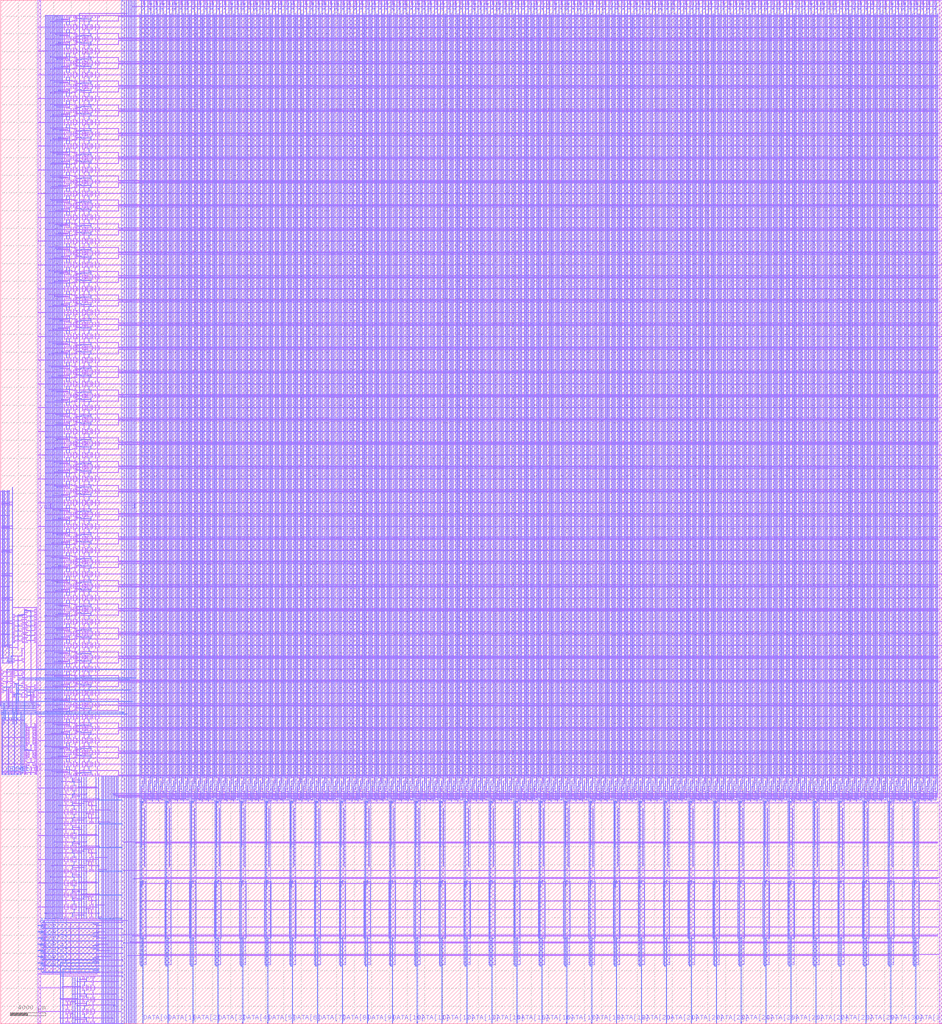
<source format=lef>
VERSION 5.4 ;
NAMESCASESENSITIVE ON ;
BUSBITCHARS "[]" ;
DIVIDERCHAR "/" ;
UNITS
  DATABASE MICRONS 1000 ;
END UNITS
SITE  MacroSite
   CLASS Core ;
   SIZE 106535.0 by 115787.5 ;
END  MacroSite
MACRO sram_1rw_32b_256w_1bank_freepdk45
   CLASS BLOCK ;
   SIZE 106535.0 BY 115787.5 ;
   SYMMETRY X Y R90 ;
   SITE MacroSite ;
   PIN DATA[0]
      DIRECTION INOUT ;
      PORT
         LAYER metal2 ;
         RECT  16067.5 35.0 16137.5 175.0 ;
      END
   END DATA[0]
   PIN DATA[1]
      DIRECTION INOUT ;
      PORT
         LAYER metal2 ;
         RECT  18887.5 35.0 18957.5 175.0 ;
      END
   END DATA[1]
   PIN DATA[2]
      DIRECTION INOUT ;
      PORT
         LAYER metal2 ;
         RECT  21707.5 35.0 21777.5 175.0 ;
      END
   END DATA[2]
   PIN DATA[3]
      DIRECTION INOUT ;
      PORT
         LAYER metal2 ;
         RECT  24527.5 35.0 24597.5 175.0 ;
      END
   END DATA[3]
   PIN DATA[4]
      DIRECTION INOUT ;
      PORT
         LAYER metal2 ;
         RECT  27347.5 35.0 27417.5 175.0 ;
      END
   END DATA[4]
   PIN DATA[5]
      DIRECTION INOUT ;
      PORT
         LAYER metal2 ;
         RECT  30167.5 35.0 30237.5 175.0 ;
      END
   END DATA[5]
   PIN DATA[6]
      DIRECTION INOUT ;
      PORT
         LAYER metal2 ;
         RECT  32987.5 35.0 33057.5 175.0 ;
      END
   END DATA[6]
   PIN DATA[7]
      DIRECTION INOUT ;
      PORT
         LAYER metal2 ;
         RECT  35807.5 35.0 35877.5 175.0 ;
      END
   END DATA[7]
   PIN DATA[8]
      DIRECTION INOUT ;
      PORT
         LAYER metal2 ;
         RECT  38627.5 35.0 38697.5 175.0 ;
      END
   END DATA[8]
   PIN DATA[9]
      DIRECTION INOUT ;
      PORT
         LAYER metal2 ;
         RECT  41447.5 35.0 41517.5 175.0 ;
      END
   END DATA[9]
   PIN DATA[10]
      DIRECTION INOUT ;
      PORT
         LAYER metal2 ;
         RECT  44267.5 35.0 44337.5 175.0 ;
      END
   END DATA[10]
   PIN DATA[11]
      DIRECTION INOUT ;
      PORT
         LAYER metal2 ;
         RECT  47087.5 35.0 47157.5 175.0 ;
      END
   END DATA[11]
   PIN DATA[12]
      DIRECTION INOUT ;
      PORT
         LAYER metal2 ;
         RECT  49907.5 35.0 49977.5 175.0 ;
      END
   END DATA[12]
   PIN DATA[13]
      DIRECTION INOUT ;
      PORT
         LAYER metal2 ;
         RECT  52727.5 35.0 52797.5 175.0 ;
      END
   END DATA[13]
   PIN DATA[14]
      DIRECTION INOUT ;
      PORT
         LAYER metal2 ;
         RECT  55547.5 35.0 55617.5 175.0 ;
      END
   END DATA[14]
   PIN DATA[15]
      DIRECTION INOUT ;
      PORT
         LAYER metal2 ;
         RECT  58367.5 35.0 58437.5 175.0 ;
      END
   END DATA[15]
   PIN DATA[16]
      DIRECTION INOUT ;
      PORT
         LAYER metal2 ;
         RECT  61187.5 35.0 61257.5 175.0 ;
      END
   END DATA[16]
   PIN DATA[17]
      DIRECTION INOUT ;
      PORT
         LAYER metal2 ;
         RECT  64007.5 35.0 64077.5 175.0 ;
      END
   END DATA[17]
   PIN DATA[18]
      DIRECTION INOUT ;
      PORT
         LAYER metal2 ;
         RECT  66827.5 35.0 66897.5 175.0 ;
      END
   END DATA[18]
   PIN DATA[19]
      DIRECTION INOUT ;
      PORT
         LAYER metal2 ;
         RECT  69647.5 35.0 69717.5 175.0 ;
      END
   END DATA[19]
   PIN DATA[20]
      DIRECTION INOUT ;
      PORT
         LAYER metal2 ;
         RECT  72467.5 35.0 72537.5 175.0 ;
      END
   END DATA[20]
   PIN DATA[21]
      DIRECTION INOUT ;
      PORT
         LAYER metal2 ;
         RECT  75287.5 35.0 75357.5 175.0 ;
      END
   END DATA[21]
   PIN DATA[22]
      DIRECTION INOUT ;
      PORT
         LAYER metal2 ;
         RECT  78107.5 35.0 78177.5 175.0 ;
      END
   END DATA[22]
   PIN DATA[23]
      DIRECTION INOUT ;
      PORT
         LAYER metal2 ;
         RECT  80927.5 35.0 80997.5 175.0 ;
      END
   END DATA[23]
   PIN DATA[24]
      DIRECTION INOUT ;
      PORT
         LAYER metal2 ;
         RECT  83747.5 35.0 83817.5 175.0 ;
      END
   END DATA[24]
   PIN DATA[25]
      DIRECTION INOUT ;
      PORT
         LAYER metal2 ;
         RECT  86567.5 35.0 86637.5 175.0 ;
      END
   END DATA[25]
   PIN DATA[26]
      DIRECTION INOUT ;
      PORT
         LAYER metal2 ;
         RECT  89387.5 35.0 89457.5 175.0 ;
      END
   END DATA[26]
   PIN DATA[27]
      DIRECTION INOUT ;
      PORT
         LAYER metal2 ;
         RECT  92207.5 35.0 92277.5 175.0 ;
      END
   END DATA[27]
   PIN DATA[28]
      DIRECTION INOUT ;
      PORT
         LAYER metal2 ;
         RECT  95027.5 35.0 95097.5 175.0 ;
      END
   END DATA[28]
   PIN DATA[29]
      DIRECTION INOUT ;
      PORT
         LAYER metal2 ;
         RECT  97847.5 35.0 97917.5 175.0 ;
      END
   END DATA[29]
   PIN DATA[30]
      DIRECTION INOUT ;
      PORT
         LAYER metal2 ;
         RECT  100667.5 35.0 100737.5 175.0 ;
      END
   END DATA[30]
   PIN DATA[31]
      DIRECTION INOUT ;
      PORT
         LAYER metal2 ;
         RECT  103487.5 35.0 103557.5 175.0 ;
      END
   END DATA[31]
   PIN ADDR[0]
      DIRECTION INPUT ;
      PORT
         LAYER metal3 ;
         RECT  4175.0 11077.5 4655.0 11147.5 ;
      END
   END ADDR[0]
   PIN ADDR[1]
      DIRECTION INPUT ;
      PORT
         LAYER metal3 ;
         RECT  4175.0 10372.5 4655.0 10442.5 ;
      END
   END ADDR[1]
   PIN ADDR[2]
      DIRECTION INPUT ;
      PORT
         LAYER metal3 ;
         RECT  4175.0 9667.5 4655.0 9737.5 ;
      END
   END ADDR[2]
   PIN ADDR[3]
      DIRECTION INPUT ;
      PORT
         LAYER metal3 ;
         RECT  4175.0 8962.5 4655.0 9032.5 ;
      END
   END ADDR[3]
   PIN ADDR[4]
      DIRECTION INPUT ;
      PORT
         LAYER metal3 ;
         RECT  4175.0 8257.5 4655.0 8327.5 ;
      END
   END ADDR[4]
   PIN ADDR[5]
      DIRECTION INPUT ;
      PORT
         LAYER metal3 ;
         RECT  4175.0 7552.5 4655.0 7622.5 ;
      END
   END ADDR[5]
   PIN ADDR[6]
      DIRECTION INPUT ;
      PORT
         LAYER metal3 ;
         RECT  4175.0 6847.5 4655.0 6917.5 ;
      END
   END ADDR[6]
   PIN ADDR[7]
      DIRECTION INPUT ;
      PORT
         LAYER metal3 ;
         RECT  4175.0 6142.5 4655.0 6212.5 ;
      END
   END ADDR[7]
   PIN CSb
      DIRECTION INPUT ;
      PORT
         LAYER metal3 ;
         RECT  1187.5 28155.0 1257.5 28295.0 ;
      END
   END CSb
   PIN WEb
      DIRECTION INPUT ;
      PORT
         LAYER metal3 ;
         RECT  1892.5 28155.0 1962.5 28295.0 ;
      END
   END WEb
   PIN OEb
      DIRECTION INPUT ;
      PORT
         LAYER metal3 ;
         RECT  482.5 28155.0 552.5 28295.0 ;
      END
   END OEb
   PIN clk
      DIRECTION INPUT ;
      PORT
         LAYER metal1 ;
         RECT  3340.0 28155.0 3475.0 28345.0 ;
      END
   END clk
   PIN vdd
      DIRECTION INOUT ;
      USE POWER ; 
      SHAPE ABUTMENT ; 
      PORT
         LAYER metal1 ;
         RECT  106185.0 35.0 106535.0 115822.5 ;
         LAYER metal1 ;
         RECT  4175.0 35.0 4525.0 115822.5 ;
      END
   END vdd
   PIN gnd
      DIRECTION INOUT ;
      USE GROUND ; 
      SHAPE ABUTMENT ; 
      PORT
         LAYER metal2 ;
         RECT  13657.5 35.0 14007.5 115822.5 ;
      END
   END gnd
   OBS
   LAYER  metal1 ;
      RECT  4317.5 35860.0 4382.5 36065.0 ;
      RECT  8565.0 28610.0 8630.0 28675.0 ;
      RECT  8565.0 28337.5 8630.0 28402.5 ;
      RECT  8495.0 28610.0 8597.5 28675.0 ;
      RECT  8565.0 28370.0 8630.0 28642.5 ;
      RECT  8597.5 28337.5 8700.0 28402.5 ;
      RECT  13292.5 28610.0 13357.5 28675.0 ;
      RECT  13292.5 28122.5 13357.5 28187.5 ;
      RECT  10990.0 28610.0 13325.0 28675.0 ;
      RECT  13292.5 28155.0 13357.5 28642.5 ;
      RECT  13325.0 28122.5 15660.0 28187.5 ;
      RECT  8565.0 30045.0 8630.0 30110.0 ;
      RECT  8565.0 30317.5 8630.0 30382.5 ;
      RECT  8495.0 30045.0 8597.5 30110.0 ;
      RECT  8565.0 30077.5 8630.0 30350.0 ;
      RECT  8597.5 30317.5 8700.0 30382.5 ;
      RECT  13292.5 30045.0 13357.5 30110.0 ;
      RECT  13292.5 30532.5 13357.5 30597.5 ;
      RECT  10990.0 30045.0 13325.0 30110.0 ;
      RECT  13292.5 30077.5 13357.5 30565.0 ;
      RECT  13325.0 30532.5 15660.0 30597.5 ;
      RECT  8565.0 31300.0 8630.0 31365.0 ;
      RECT  8565.0 31027.5 8630.0 31092.5 ;
      RECT  8495.0 31300.0 8597.5 31365.0 ;
      RECT  8565.0 31060.0 8630.0 31332.5 ;
      RECT  8597.5 31027.5 8700.0 31092.5 ;
      RECT  13292.5 31300.0 13357.5 31365.0 ;
      RECT  13292.5 30812.5 13357.5 30877.5 ;
      RECT  10990.0 31300.0 13325.0 31365.0 ;
      RECT  13292.5 30845.0 13357.5 31332.5 ;
      RECT  13325.0 30812.5 15660.0 30877.5 ;
      RECT  8565.0 32735.0 8630.0 32800.0 ;
      RECT  8565.0 33007.5 8630.0 33072.5 ;
      RECT  8495.0 32735.0 8597.5 32800.0 ;
      RECT  8565.0 32767.5 8630.0 33040.0 ;
      RECT  8597.5 33007.5 8700.0 33072.5 ;
      RECT  13292.5 32735.0 13357.5 32800.0 ;
      RECT  13292.5 33222.5 13357.5 33287.5 ;
      RECT  10990.0 32735.0 13325.0 32800.0 ;
      RECT  13292.5 32767.5 13357.5 33255.0 ;
      RECT  13325.0 33222.5 15660.0 33287.5 ;
      RECT  8565.0 33990.0 8630.0 34055.0 ;
      RECT  8565.0 33717.5 8630.0 33782.5 ;
      RECT  8495.0 33990.0 8597.5 34055.0 ;
      RECT  8565.0 33750.0 8630.0 34022.5 ;
      RECT  8597.5 33717.5 8700.0 33782.5 ;
      RECT  13292.5 33990.0 13357.5 34055.0 ;
      RECT  13292.5 33502.5 13357.5 33567.5 ;
      RECT  10990.0 33990.0 13325.0 34055.0 ;
      RECT  13292.5 33535.0 13357.5 34022.5 ;
      RECT  13325.0 33502.5 15660.0 33567.5 ;
      RECT  8565.0 35425.0 8630.0 35490.0 ;
      RECT  8565.0 35697.5 8630.0 35762.5 ;
      RECT  8495.0 35425.0 8597.5 35490.0 ;
      RECT  8565.0 35457.5 8630.0 35730.0 ;
      RECT  8597.5 35697.5 8700.0 35762.5 ;
      RECT  13292.5 35425.0 13357.5 35490.0 ;
      RECT  13292.5 35912.5 13357.5 35977.5 ;
      RECT  10990.0 35425.0 13325.0 35490.0 ;
      RECT  13292.5 35457.5 13357.5 35945.0 ;
      RECT  13325.0 35912.5 15660.0 35977.5 ;
      RECT  8565.0 36680.0 8630.0 36745.0 ;
      RECT  8565.0 36407.5 8630.0 36472.5 ;
      RECT  8495.0 36680.0 8597.5 36745.0 ;
      RECT  8565.0 36440.0 8630.0 36712.5 ;
      RECT  8597.5 36407.5 8700.0 36472.5 ;
      RECT  13292.5 36680.0 13357.5 36745.0 ;
      RECT  13292.5 36192.5 13357.5 36257.5 ;
      RECT  10990.0 36680.0 13325.0 36745.0 ;
      RECT  13292.5 36225.0 13357.5 36712.5 ;
      RECT  13325.0 36192.5 15660.0 36257.5 ;
      RECT  8565.0 38115.0 8630.0 38180.0 ;
      RECT  8565.0 38387.5 8630.0 38452.5 ;
      RECT  8495.0 38115.0 8597.5 38180.0 ;
      RECT  8565.0 38147.5 8630.0 38420.0 ;
      RECT  8597.5 38387.5 8700.0 38452.5 ;
      RECT  13292.5 38115.0 13357.5 38180.0 ;
      RECT  13292.5 38602.5 13357.5 38667.5 ;
      RECT  10990.0 38115.0 13325.0 38180.0 ;
      RECT  13292.5 38147.5 13357.5 38635.0 ;
      RECT  13325.0 38602.5 15660.0 38667.5 ;
      RECT  8565.0 39370.0 8630.0 39435.0 ;
      RECT  8565.0 39097.5 8630.0 39162.5 ;
      RECT  8495.0 39370.0 8597.5 39435.0 ;
      RECT  8565.0 39130.0 8630.0 39402.5 ;
      RECT  8597.5 39097.5 8700.0 39162.5 ;
      RECT  13292.5 39370.0 13357.5 39435.0 ;
      RECT  13292.5 38882.5 13357.5 38947.5 ;
      RECT  10990.0 39370.0 13325.0 39435.0 ;
      RECT  13292.5 38915.0 13357.5 39402.5 ;
      RECT  13325.0 38882.5 15660.0 38947.5 ;
      RECT  8565.0 40805.0 8630.0 40870.0 ;
      RECT  8565.0 41077.5 8630.0 41142.5 ;
      RECT  8495.0 40805.0 8597.5 40870.0 ;
      RECT  8565.0 40837.5 8630.0 41110.0 ;
      RECT  8597.5 41077.5 8700.0 41142.5 ;
      RECT  13292.5 40805.0 13357.5 40870.0 ;
      RECT  13292.5 41292.5 13357.5 41357.5 ;
      RECT  10990.0 40805.0 13325.0 40870.0 ;
      RECT  13292.5 40837.5 13357.5 41325.0 ;
      RECT  13325.0 41292.5 15660.0 41357.5 ;
      RECT  8565.0 42060.0 8630.0 42125.0 ;
      RECT  8565.0 41787.5 8630.0 41852.5 ;
      RECT  8495.0 42060.0 8597.5 42125.0 ;
      RECT  8565.0 41820.0 8630.0 42092.5 ;
      RECT  8597.5 41787.5 8700.0 41852.5 ;
      RECT  13292.5 42060.0 13357.5 42125.0 ;
      RECT  13292.5 41572.5 13357.5 41637.5 ;
      RECT  10990.0 42060.0 13325.0 42125.0 ;
      RECT  13292.5 41605.0 13357.5 42092.5 ;
      RECT  13325.0 41572.5 15660.0 41637.5 ;
      RECT  8565.0 43495.0 8630.0 43560.0 ;
      RECT  8565.0 43767.5 8630.0 43832.5 ;
      RECT  8495.0 43495.0 8597.5 43560.0 ;
      RECT  8565.0 43527.5 8630.0 43800.0 ;
      RECT  8597.5 43767.5 8700.0 43832.5 ;
      RECT  13292.5 43495.0 13357.5 43560.0 ;
      RECT  13292.5 43982.5 13357.5 44047.5 ;
      RECT  10990.0 43495.0 13325.0 43560.0 ;
      RECT  13292.5 43527.5 13357.5 44015.0 ;
      RECT  13325.0 43982.5 15660.0 44047.5 ;
      RECT  8565.0 44750.0 8630.0 44815.0 ;
      RECT  8565.0 44477.5 8630.0 44542.5 ;
      RECT  8495.0 44750.0 8597.5 44815.0 ;
      RECT  8565.0 44510.0 8630.0 44782.5 ;
      RECT  8597.5 44477.5 8700.0 44542.5 ;
      RECT  13292.5 44750.0 13357.5 44815.0 ;
      RECT  13292.5 44262.5 13357.5 44327.5 ;
      RECT  10990.0 44750.0 13325.0 44815.0 ;
      RECT  13292.5 44295.0 13357.5 44782.5 ;
      RECT  13325.0 44262.5 15660.0 44327.5 ;
      RECT  8565.0 46185.0 8630.0 46250.0 ;
      RECT  8565.0 46457.5 8630.0 46522.5 ;
      RECT  8495.0 46185.0 8597.5 46250.0 ;
      RECT  8565.0 46217.5 8630.0 46490.0 ;
      RECT  8597.5 46457.5 8700.0 46522.5 ;
      RECT  13292.5 46185.0 13357.5 46250.0 ;
      RECT  13292.5 46672.5 13357.5 46737.5 ;
      RECT  10990.0 46185.0 13325.0 46250.0 ;
      RECT  13292.5 46217.5 13357.5 46705.0 ;
      RECT  13325.0 46672.5 15660.0 46737.5 ;
      RECT  8565.0 47440.0 8630.0 47505.0 ;
      RECT  8565.0 47167.5 8630.0 47232.5 ;
      RECT  8495.0 47440.0 8597.5 47505.0 ;
      RECT  8565.0 47200.0 8630.0 47472.5 ;
      RECT  8597.5 47167.5 8700.0 47232.5 ;
      RECT  13292.5 47440.0 13357.5 47505.0 ;
      RECT  13292.5 46952.5 13357.5 47017.5 ;
      RECT  10990.0 47440.0 13325.0 47505.0 ;
      RECT  13292.5 46985.0 13357.5 47472.5 ;
      RECT  13325.0 46952.5 15660.0 47017.5 ;
      RECT  8565.0 48875.0 8630.0 48940.0 ;
      RECT  8565.0 49147.5 8630.0 49212.5 ;
      RECT  8495.0 48875.0 8597.5 48940.0 ;
      RECT  8565.0 48907.5 8630.0 49180.0 ;
      RECT  8597.5 49147.5 8700.0 49212.5 ;
      RECT  13292.5 48875.0 13357.5 48940.0 ;
      RECT  13292.5 49362.5 13357.5 49427.5 ;
      RECT  10990.0 48875.0 13325.0 48940.0 ;
      RECT  13292.5 48907.5 13357.5 49395.0 ;
      RECT  13325.0 49362.5 15660.0 49427.5 ;
      RECT  8565.0 50130.0 8630.0 50195.0 ;
      RECT  8565.0 49857.5 8630.0 49922.5 ;
      RECT  8495.0 50130.0 8597.5 50195.0 ;
      RECT  8565.0 49890.0 8630.0 50162.5 ;
      RECT  8597.5 49857.5 8700.0 49922.5 ;
      RECT  13292.5 50130.0 13357.5 50195.0 ;
      RECT  13292.5 49642.5 13357.5 49707.5 ;
      RECT  10990.0 50130.0 13325.0 50195.0 ;
      RECT  13292.5 49675.0 13357.5 50162.5 ;
      RECT  13325.0 49642.5 15660.0 49707.5 ;
      RECT  8565.0 51565.0 8630.0 51630.0 ;
      RECT  8565.0 51837.5 8630.0 51902.5 ;
      RECT  8495.0 51565.0 8597.5 51630.0 ;
      RECT  8565.0 51597.5 8630.0 51870.0 ;
      RECT  8597.5 51837.5 8700.0 51902.5 ;
      RECT  13292.5 51565.0 13357.5 51630.0 ;
      RECT  13292.5 52052.5 13357.5 52117.5 ;
      RECT  10990.0 51565.0 13325.0 51630.0 ;
      RECT  13292.5 51597.5 13357.5 52085.0 ;
      RECT  13325.0 52052.5 15660.0 52117.5 ;
      RECT  8565.0 52820.0 8630.0 52885.0 ;
      RECT  8565.0 52547.5 8630.0 52612.5 ;
      RECT  8495.0 52820.0 8597.5 52885.0 ;
      RECT  8565.0 52580.0 8630.0 52852.5 ;
      RECT  8597.5 52547.5 8700.0 52612.5 ;
      RECT  13292.5 52820.0 13357.5 52885.0 ;
      RECT  13292.5 52332.5 13357.5 52397.5 ;
      RECT  10990.0 52820.0 13325.0 52885.0 ;
      RECT  13292.5 52365.0 13357.5 52852.5 ;
      RECT  13325.0 52332.5 15660.0 52397.5 ;
      RECT  8565.0 54255.0 8630.0 54320.0 ;
      RECT  8565.0 54527.5 8630.0 54592.5 ;
      RECT  8495.0 54255.0 8597.5 54320.0 ;
      RECT  8565.0 54287.5 8630.0 54560.0 ;
      RECT  8597.5 54527.5 8700.0 54592.5 ;
      RECT  13292.5 54255.0 13357.5 54320.0 ;
      RECT  13292.5 54742.5 13357.5 54807.5 ;
      RECT  10990.0 54255.0 13325.0 54320.0 ;
      RECT  13292.5 54287.5 13357.5 54775.0 ;
      RECT  13325.0 54742.5 15660.0 54807.5 ;
      RECT  8565.0 55510.0 8630.0 55575.0 ;
      RECT  8565.0 55237.5 8630.0 55302.5 ;
      RECT  8495.0 55510.0 8597.5 55575.0 ;
      RECT  8565.0 55270.0 8630.0 55542.5 ;
      RECT  8597.5 55237.5 8700.0 55302.5 ;
      RECT  13292.5 55510.0 13357.5 55575.0 ;
      RECT  13292.5 55022.5 13357.5 55087.5 ;
      RECT  10990.0 55510.0 13325.0 55575.0 ;
      RECT  13292.5 55055.0 13357.5 55542.5 ;
      RECT  13325.0 55022.5 15660.0 55087.5 ;
      RECT  8565.0 56945.0 8630.0 57010.0 ;
      RECT  8565.0 57217.5 8630.0 57282.5 ;
      RECT  8495.0 56945.0 8597.5 57010.0 ;
      RECT  8565.0 56977.5 8630.0 57250.0 ;
      RECT  8597.5 57217.5 8700.0 57282.5 ;
      RECT  13292.5 56945.0 13357.5 57010.0 ;
      RECT  13292.5 57432.5 13357.5 57497.5 ;
      RECT  10990.0 56945.0 13325.0 57010.0 ;
      RECT  13292.5 56977.5 13357.5 57465.0 ;
      RECT  13325.0 57432.5 15660.0 57497.5 ;
      RECT  8565.0 58200.0 8630.0 58265.0 ;
      RECT  8565.0 57927.5 8630.0 57992.5 ;
      RECT  8495.0 58200.0 8597.5 58265.0 ;
      RECT  8565.0 57960.0 8630.0 58232.5 ;
      RECT  8597.5 57927.5 8700.0 57992.5 ;
      RECT  13292.5 58200.0 13357.5 58265.0 ;
      RECT  13292.5 57712.5 13357.5 57777.5 ;
      RECT  10990.0 58200.0 13325.0 58265.0 ;
      RECT  13292.5 57745.0 13357.5 58232.5 ;
      RECT  13325.0 57712.5 15660.0 57777.5 ;
      RECT  8565.0 59635.0 8630.0 59700.0 ;
      RECT  8565.0 59907.5 8630.0 59972.5 ;
      RECT  8495.0 59635.0 8597.5 59700.0 ;
      RECT  8565.0 59667.5 8630.0 59940.0 ;
      RECT  8597.5 59907.5 8700.0 59972.5 ;
      RECT  13292.5 59635.0 13357.5 59700.0 ;
      RECT  13292.5 60122.5 13357.5 60187.5 ;
      RECT  10990.0 59635.0 13325.0 59700.0 ;
      RECT  13292.5 59667.5 13357.5 60155.0 ;
      RECT  13325.0 60122.5 15660.0 60187.5 ;
      RECT  8565.0 60890.0 8630.0 60955.0 ;
      RECT  8565.0 60617.5 8630.0 60682.5 ;
      RECT  8495.0 60890.0 8597.5 60955.0 ;
      RECT  8565.0 60650.0 8630.0 60922.5 ;
      RECT  8597.5 60617.5 8700.0 60682.5 ;
      RECT  13292.5 60890.0 13357.5 60955.0 ;
      RECT  13292.5 60402.5 13357.5 60467.5 ;
      RECT  10990.0 60890.0 13325.0 60955.0 ;
      RECT  13292.5 60435.0 13357.5 60922.5 ;
      RECT  13325.0 60402.5 15660.0 60467.5 ;
      RECT  8565.0 62325.0 8630.0 62390.0 ;
      RECT  8565.0 62597.5 8630.0 62662.5 ;
      RECT  8495.0 62325.0 8597.5 62390.0 ;
      RECT  8565.0 62357.5 8630.0 62630.0 ;
      RECT  8597.5 62597.5 8700.0 62662.5 ;
      RECT  13292.5 62325.0 13357.5 62390.0 ;
      RECT  13292.5 62812.5 13357.5 62877.5 ;
      RECT  10990.0 62325.0 13325.0 62390.0 ;
      RECT  13292.5 62357.5 13357.5 62845.0 ;
      RECT  13325.0 62812.5 15660.0 62877.5 ;
      RECT  8565.0 63580.0 8630.0 63645.0 ;
      RECT  8565.0 63307.5 8630.0 63372.5 ;
      RECT  8495.0 63580.0 8597.5 63645.0 ;
      RECT  8565.0 63340.0 8630.0 63612.5 ;
      RECT  8597.5 63307.5 8700.0 63372.5 ;
      RECT  13292.5 63580.0 13357.5 63645.0 ;
      RECT  13292.5 63092.5 13357.5 63157.5 ;
      RECT  10990.0 63580.0 13325.0 63645.0 ;
      RECT  13292.5 63125.0 13357.5 63612.5 ;
      RECT  13325.0 63092.5 15660.0 63157.5 ;
      RECT  8565.0 65015.0 8630.0 65080.0 ;
      RECT  8565.0 65287.5 8630.0 65352.5 ;
      RECT  8495.0 65015.0 8597.5 65080.0 ;
      RECT  8565.0 65047.5 8630.0 65320.0 ;
      RECT  8597.5 65287.5 8700.0 65352.5 ;
      RECT  13292.5 65015.0 13357.5 65080.0 ;
      RECT  13292.5 65502.5 13357.5 65567.5 ;
      RECT  10990.0 65015.0 13325.0 65080.0 ;
      RECT  13292.5 65047.5 13357.5 65535.0 ;
      RECT  13325.0 65502.5 15660.0 65567.5 ;
      RECT  8565.0 66270.0 8630.0 66335.0 ;
      RECT  8565.0 65997.5 8630.0 66062.5 ;
      RECT  8495.0 66270.0 8597.5 66335.0 ;
      RECT  8565.0 66030.0 8630.0 66302.5 ;
      RECT  8597.5 65997.5 8700.0 66062.5 ;
      RECT  13292.5 66270.0 13357.5 66335.0 ;
      RECT  13292.5 65782.5 13357.5 65847.5 ;
      RECT  10990.0 66270.0 13325.0 66335.0 ;
      RECT  13292.5 65815.0 13357.5 66302.5 ;
      RECT  13325.0 65782.5 15660.0 65847.5 ;
      RECT  8565.0 67705.0 8630.0 67770.0 ;
      RECT  8565.0 67977.5 8630.0 68042.5 ;
      RECT  8495.0 67705.0 8597.5 67770.0 ;
      RECT  8565.0 67737.5 8630.0 68010.0 ;
      RECT  8597.5 67977.5 8700.0 68042.5 ;
      RECT  13292.5 67705.0 13357.5 67770.0 ;
      RECT  13292.5 68192.5 13357.5 68257.5 ;
      RECT  10990.0 67705.0 13325.0 67770.0 ;
      RECT  13292.5 67737.5 13357.5 68225.0 ;
      RECT  13325.0 68192.5 15660.0 68257.5 ;
      RECT  8565.0 68960.0 8630.0 69025.0 ;
      RECT  8565.0 68687.5 8630.0 68752.5 ;
      RECT  8495.0 68960.0 8597.5 69025.0 ;
      RECT  8565.0 68720.0 8630.0 68992.5 ;
      RECT  8597.5 68687.5 8700.0 68752.5 ;
      RECT  13292.5 68960.0 13357.5 69025.0 ;
      RECT  13292.5 68472.5 13357.5 68537.5 ;
      RECT  10990.0 68960.0 13325.0 69025.0 ;
      RECT  13292.5 68505.0 13357.5 68992.5 ;
      RECT  13325.0 68472.5 15660.0 68537.5 ;
      RECT  8565.0 70395.0 8630.0 70460.0 ;
      RECT  8565.0 70667.5 8630.0 70732.5 ;
      RECT  8495.0 70395.0 8597.5 70460.0 ;
      RECT  8565.0 70427.5 8630.0 70700.0 ;
      RECT  8597.5 70667.5 8700.0 70732.5 ;
      RECT  13292.5 70395.0 13357.5 70460.0 ;
      RECT  13292.5 70882.5 13357.5 70947.5 ;
      RECT  10990.0 70395.0 13325.0 70460.0 ;
      RECT  13292.5 70427.5 13357.5 70915.0 ;
      RECT  13325.0 70882.5 15660.0 70947.5 ;
      RECT  8565.0 71650.0 8630.0 71715.0 ;
      RECT  8565.0 71377.5 8630.0 71442.5 ;
      RECT  8495.0 71650.0 8597.5 71715.0 ;
      RECT  8565.0 71410.0 8630.0 71682.5 ;
      RECT  8597.5 71377.5 8700.0 71442.5 ;
      RECT  13292.5 71650.0 13357.5 71715.0 ;
      RECT  13292.5 71162.5 13357.5 71227.5 ;
      RECT  10990.0 71650.0 13325.0 71715.0 ;
      RECT  13292.5 71195.0 13357.5 71682.5 ;
      RECT  13325.0 71162.5 15660.0 71227.5 ;
      RECT  8565.0 73085.0 8630.0 73150.0 ;
      RECT  8565.0 73357.5 8630.0 73422.5 ;
      RECT  8495.0 73085.0 8597.5 73150.0 ;
      RECT  8565.0 73117.5 8630.0 73390.0 ;
      RECT  8597.5 73357.5 8700.0 73422.5 ;
      RECT  13292.5 73085.0 13357.5 73150.0 ;
      RECT  13292.5 73572.5 13357.5 73637.5 ;
      RECT  10990.0 73085.0 13325.0 73150.0 ;
      RECT  13292.5 73117.5 13357.5 73605.0 ;
      RECT  13325.0 73572.5 15660.0 73637.5 ;
      RECT  8565.0 74340.0 8630.0 74405.0 ;
      RECT  8565.0 74067.5 8630.0 74132.5 ;
      RECT  8495.0 74340.0 8597.5 74405.0 ;
      RECT  8565.0 74100.0 8630.0 74372.5 ;
      RECT  8597.5 74067.5 8700.0 74132.5 ;
      RECT  13292.5 74340.0 13357.5 74405.0 ;
      RECT  13292.5 73852.5 13357.5 73917.5 ;
      RECT  10990.0 74340.0 13325.0 74405.0 ;
      RECT  13292.5 73885.0 13357.5 74372.5 ;
      RECT  13325.0 73852.5 15660.0 73917.5 ;
      RECT  8565.0 75775.0 8630.0 75840.0 ;
      RECT  8565.0 76047.5 8630.0 76112.5 ;
      RECT  8495.0 75775.0 8597.5 75840.0 ;
      RECT  8565.0 75807.5 8630.0 76080.0 ;
      RECT  8597.5 76047.5 8700.0 76112.5 ;
      RECT  13292.5 75775.0 13357.5 75840.0 ;
      RECT  13292.5 76262.5 13357.5 76327.5 ;
      RECT  10990.0 75775.0 13325.0 75840.0 ;
      RECT  13292.5 75807.5 13357.5 76295.0 ;
      RECT  13325.0 76262.5 15660.0 76327.5 ;
      RECT  8565.0 77030.0 8630.0 77095.0 ;
      RECT  8565.0 76757.5 8630.0 76822.5 ;
      RECT  8495.0 77030.0 8597.5 77095.0 ;
      RECT  8565.0 76790.0 8630.0 77062.5 ;
      RECT  8597.5 76757.5 8700.0 76822.5 ;
      RECT  13292.5 77030.0 13357.5 77095.0 ;
      RECT  13292.5 76542.5 13357.5 76607.5 ;
      RECT  10990.0 77030.0 13325.0 77095.0 ;
      RECT  13292.5 76575.0 13357.5 77062.5 ;
      RECT  13325.0 76542.5 15660.0 76607.5 ;
      RECT  8565.0 78465.0 8630.0 78530.0 ;
      RECT  8565.0 78737.5 8630.0 78802.5 ;
      RECT  8495.0 78465.0 8597.5 78530.0 ;
      RECT  8565.0 78497.5 8630.0 78770.0 ;
      RECT  8597.5 78737.5 8700.0 78802.5 ;
      RECT  13292.5 78465.0 13357.5 78530.0 ;
      RECT  13292.5 78952.5 13357.5 79017.5 ;
      RECT  10990.0 78465.0 13325.0 78530.0 ;
      RECT  13292.5 78497.5 13357.5 78985.0 ;
      RECT  13325.0 78952.5 15660.0 79017.5 ;
      RECT  8565.0 79720.0 8630.0 79785.0 ;
      RECT  8565.0 79447.5 8630.0 79512.5 ;
      RECT  8495.0 79720.0 8597.5 79785.0 ;
      RECT  8565.0 79480.0 8630.0 79752.5 ;
      RECT  8597.5 79447.5 8700.0 79512.5 ;
      RECT  13292.5 79720.0 13357.5 79785.0 ;
      RECT  13292.5 79232.5 13357.5 79297.5 ;
      RECT  10990.0 79720.0 13325.0 79785.0 ;
      RECT  13292.5 79265.0 13357.5 79752.5 ;
      RECT  13325.0 79232.5 15660.0 79297.5 ;
      RECT  8565.0 81155.0 8630.0 81220.0 ;
      RECT  8565.0 81427.5 8630.0 81492.5 ;
      RECT  8495.0 81155.0 8597.5 81220.0 ;
      RECT  8565.0 81187.5 8630.0 81460.0 ;
      RECT  8597.5 81427.5 8700.0 81492.5 ;
      RECT  13292.5 81155.0 13357.5 81220.0 ;
      RECT  13292.5 81642.5 13357.5 81707.5 ;
      RECT  10990.0 81155.0 13325.0 81220.0 ;
      RECT  13292.5 81187.5 13357.5 81675.0 ;
      RECT  13325.0 81642.5 15660.0 81707.5 ;
      RECT  8565.0 82410.0 8630.0 82475.0 ;
      RECT  8565.0 82137.5 8630.0 82202.5 ;
      RECT  8495.0 82410.0 8597.5 82475.0 ;
      RECT  8565.0 82170.0 8630.0 82442.5 ;
      RECT  8597.5 82137.5 8700.0 82202.5 ;
      RECT  13292.5 82410.0 13357.5 82475.0 ;
      RECT  13292.5 81922.5 13357.5 81987.5 ;
      RECT  10990.0 82410.0 13325.0 82475.0 ;
      RECT  13292.5 81955.0 13357.5 82442.5 ;
      RECT  13325.0 81922.5 15660.0 81987.5 ;
      RECT  8565.0 83845.0 8630.0 83910.0 ;
      RECT  8565.0 84117.5 8630.0 84182.5 ;
      RECT  8495.0 83845.0 8597.5 83910.0 ;
      RECT  8565.0 83877.5 8630.0 84150.0 ;
      RECT  8597.5 84117.5 8700.0 84182.5 ;
      RECT  13292.5 83845.0 13357.5 83910.0 ;
      RECT  13292.5 84332.5 13357.5 84397.5 ;
      RECT  10990.0 83845.0 13325.0 83910.0 ;
      RECT  13292.5 83877.5 13357.5 84365.0 ;
      RECT  13325.0 84332.5 15660.0 84397.5 ;
      RECT  8565.0 85100.0 8630.0 85165.0 ;
      RECT  8565.0 84827.5 8630.0 84892.5 ;
      RECT  8495.0 85100.0 8597.5 85165.0 ;
      RECT  8565.0 84860.0 8630.0 85132.5 ;
      RECT  8597.5 84827.5 8700.0 84892.5 ;
      RECT  13292.5 85100.0 13357.5 85165.0 ;
      RECT  13292.5 84612.5 13357.5 84677.5 ;
      RECT  10990.0 85100.0 13325.0 85165.0 ;
      RECT  13292.5 84645.0 13357.5 85132.5 ;
      RECT  13325.0 84612.5 15660.0 84677.5 ;
      RECT  8565.0 86535.0 8630.0 86600.0 ;
      RECT  8565.0 86807.5 8630.0 86872.5 ;
      RECT  8495.0 86535.0 8597.5 86600.0 ;
      RECT  8565.0 86567.5 8630.0 86840.0 ;
      RECT  8597.5 86807.5 8700.0 86872.5 ;
      RECT  13292.5 86535.0 13357.5 86600.0 ;
      RECT  13292.5 87022.5 13357.5 87087.5 ;
      RECT  10990.0 86535.0 13325.0 86600.0 ;
      RECT  13292.5 86567.5 13357.5 87055.0 ;
      RECT  13325.0 87022.5 15660.0 87087.5 ;
      RECT  8565.0 87790.0 8630.0 87855.0 ;
      RECT  8565.0 87517.5 8630.0 87582.5 ;
      RECT  8495.0 87790.0 8597.5 87855.0 ;
      RECT  8565.0 87550.0 8630.0 87822.5 ;
      RECT  8597.5 87517.5 8700.0 87582.5 ;
      RECT  13292.5 87790.0 13357.5 87855.0 ;
      RECT  13292.5 87302.5 13357.5 87367.5 ;
      RECT  10990.0 87790.0 13325.0 87855.0 ;
      RECT  13292.5 87335.0 13357.5 87822.5 ;
      RECT  13325.0 87302.5 15660.0 87367.5 ;
      RECT  8565.0 89225.0 8630.0 89290.0 ;
      RECT  8565.0 89497.5 8630.0 89562.5 ;
      RECT  8495.0 89225.0 8597.5 89290.0 ;
      RECT  8565.0 89257.5 8630.0 89530.0 ;
      RECT  8597.5 89497.5 8700.0 89562.5 ;
      RECT  13292.5 89225.0 13357.5 89290.0 ;
      RECT  13292.5 89712.5 13357.5 89777.5 ;
      RECT  10990.0 89225.0 13325.0 89290.0 ;
      RECT  13292.5 89257.5 13357.5 89745.0 ;
      RECT  13325.0 89712.5 15660.0 89777.5 ;
      RECT  8565.0 90480.0 8630.0 90545.0 ;
      RECT  8565.0 90207.5 8630.0 90272.5 ;
      RECT  8495.0 90480.0 8597.5 90545.0 ;
      RECT  8565.0 90240.0 8630.0 90512.5 ;
      RECT  8597.5 90207.5 8700.0 90272.5 ;
      RECT  13292.5 90480.0 13357.5 90545.0 ;
      RECT  13292.5 89992.5 13357.5 90057.5 ;
      RECT  10990.0 90480.0 13325.0 90545.0 ;
      RECT  13292.5 90025.0 13357.5 90512.5 ;
      RECT  13325.0 89992.5 15660.0 90057.5 ;
      RECT  8565.0 91915.0 8630.0 91980.0 ;
      RECT  8565.0 92187.5 8630.0 92252.5 ;
      RECT  8495.0 91915.0 8597.5 91980.0 ;
      RECT  8565.0 91947.5 8630.0 92220.0 ;
      RECT  8597.5 92187.5 8700.0 92252.5 ;
      RECT  13292.5 91915.0 13357.5 91980.0 ;
      RECT  13292.5 92402.5 13357.5 92467.5 ;
      RECT  10990.0 91915.0 13325.0 91980.0 ;
      RECT  13292.5 91947.5 13357.5 92435.0 ;
      RECT  13325.0 92402.5 15660.0 92467.5 ;
      RECT  8565.0 93170.0 8630.0 93235.0 ;
      RECT  8565.0 92897.5 8630.0 92962.5 ;
      RECT  8495.0 93170.0 8597.5 93235.0 ;
      RECT  8565.0 92930.0 8630.0 93202.5 ;
      RECT  8597.5 92897.5 8700.0 92962.5 ;
      RECT  13292.5 93170.0 13357.5 93235.0 ;
      RECT  13292.5 92682.5 13357.5 92747.5 ;
      RECT  10990.0 93170.0 13325.0 93235.0 ;
      RECT  13292.5 92715.0 13357.5 93202.5 ;
      RECT  13325.0 92682.5 15660.0 92747.5 ;
      RECT  8565.0 94605.0 8630.0 94670.0 ;
      RECT  8565.0 94877.5 8630.0 94942.5 ;
      RECT  8495.0 94605.0 8597.5 94670.0 ;
      RECT  8565.0 94637.5 8630.0 94910.0 ;
      RECT  8597.5 94877.5 8700.0 94942.5 ;
      RECT  13292.5 94605.0 13357.5 94670.0 ;
      RECT  13292.5 95092.5 13357.5 95157.5 ;
      RECT  10990.0 94605.0 13325.0 94670.0 ;
      RECT  13292.5 94637.5 13357.5 95125.0 ;
      RECT  13325.0 95092.5 15660.0 95157.5 ;
      RECT  8565.0 95860.0 8630.0 95925.0 ;
      RECT  8565.0 95587.5 8630.0 95652.5 ;
      RECT  8495.0 95860.0 8597.5 95925.0 ;
      RECT  8565.0 95620.0 8630.0 95892.5 ;
      RECT  8597.5 95587.5 8700.0 95652.5 ;
      RECT  13292.5 95860.0 13357.5 95925.0 ;
      RECT  13292.5 95372.5 13357.5 95437.5 ;
      RECT  10990.0 95860.0 13325.0 95925.0 ;
      RECT  13292.5 95405.0 13357.5 95892.5 ;
      RECT  13325.0 95372.5 15660.0 95437.5 ;
      RECT  8565.0 97295.0 8630.0 97360.0 ;
      RECT  8565.0 97567.5 8630.0 97632.5 ;
      RECT  8495.0 97295.0 8597.5 97360.0 ;
      RECT  8565.0 97327.5 8630.0 97600.0 ;
      RECT  8597.5 97567.5 8700.0 97632.5 ;
      RECT  13292.5 97295.0 13357.5 97360.0 ;
      RECT  13292.5 97782.5 13357.5 97847.5 ;
      RECT  10990.0 97295.0 13325.0 97360.0 ;
      RECT  13292.5 97327.5 13357.5 97815.0 ;
      RECT  13325.0 97782.5 15660.0 97847.5 ;
      RECT  8565.0 98550.0 8630.0 98615.0 ;
      RECT  8565.0 98277.5 8630.0 98342.5 ;
      RECT  8495.0 98550.0 8597.5 98615.0 ;
      RECT  8565.0 98310.0 8630.0 98582.5 ;
      RECT  8597.5 98277.5 8700.0 98342.5 ;
      RECT  13292.5 98550.0 13357.5 98615.0 ;
      RECT  13292.5 98062.5 13357.5 98127.5 ;
      RECT  10990.0 98550.0 13325.0 98615.0 ;
      RECT  13292.5 98095.0 13357.5 98582.5 ;
      RECT  13325.0 98062.5 15660.0 98127.5 ;
      RECT  8565.0 99985.0 8630.0 100050.0 ;
      RECT  8565.0 100257.5 8630.0 100322.5 ;
      RECT  8495.0 99985.0 8597.5 100050.0 ;
      RECT  8565.0 100017.5 8630.0 100290.0 ;
      RECT  8597.5 100257.5 8700.0 100322.5 ;
      RECT  13292.5 99985.0 13357.5 100050.0 ;
      RECT  13292.5 100472.5 13357.5 100537.5 ;
      RECT  10990.0 99985.0 13325.0 100050.0 ;
      RECT  13292.5 100017.5 13357.5 100505.0 ;
      RECT  13325.0 100472.5 15660.0 100537.5 ;
      RECT  8565.0 101240.0 8630.0 101305.0 ;
      RECT  8565.0 100967.5 8630.0 101032.5 ;
      RECT  8495.0 101240.0 8597.5 101305.0 ;
      RECT  8565.0 101000.0 8630.0 101272.5 ;
      RECT  8597.5 100967.5 8700.0 101032.5 ;
      RECT  13292.5 101240.0 13357.5 101305.0 ;
      RECT  13292.5 100752.5 13357.5 100817.5 ;
      RECT  10990.0 101240.0 13325.0 101305.0 ;
      RECT  13292.5 100785.0 13357.5 101272.5 ;
      RECT  13325.0 100752.5 15660.0 100817.5 ;
      RECT  8565.0 102675.0 8630.0 102740.0 ;
      RECT  8565.0 102947.5 8630.0 103012.5 ;
      RECT  8495.0 102675.0 8597.5 102740.0 ;
      RECT  8565.0 102707.5 8630.0 102980.0 ;
      RECT  8597.5 102947.5 8700.0 103012.5 ;
      RECT  13292.5 102675.0 13357.5 102740.0 ;
      RECT  13292.5 103162.5 13357.5 103227.5 ;
      RECT  10990.0 102675.0 13325.0 102740.0 ;
      RECT  13292.5 102707.5 13357.5 103195.0 ;
      RECT  13325.0 103162.5 15660.0 103227.5 ;
      RECT  8565.0 103930.0 8630.0 103995.0 ;
      RECT  8565.0 103657.5 8630.0 103722.5 ;
      RECT  8495.0 103930.0 8597.5 103995.0 ;
      RECT  8565.0 103690.0 8630.0 103962.5 ;
      RECT  8597.5 103657.5 8700.0 103722.5 ;
      RECT  13292.5 103930.0 13357.5 103995.0 ;
      RECT  13292.5 103442.5 13357.5 103507.5 ;
      RECT  10990.0 103930.0 13325.0 103995.0 ;
      RECT  13292.5 103475.0 13357.5 103962.5 ;
      RECT  13325.0 103442.5 15660.0 103507.5 ;
      RECT  8565.0 105365.0 8630.0 105430.0 ;
      RECT  8565.0 105637.5 8630.0 105702.5 ;
      RECT  8495.0 105365.0 8597.5 105430.0 ;
      RECT  8565.0 105397.5 8630.0 105670.0 ;
      RECT  8597.5 105637.5 8700.0 105702.5 ;
      RECT  13292.5 105365.0 13357.5 105430.0 ;
      RECT  13292.5 105852.5 13357.5 105917.5 ;
      RECT  10990.0 105365.0 13325.0 105430.0 ;
      RECT  13292.5 105397.5 13357.5 105885.0 ;
      RECT  13325.0 105852.5 15660.0 105917.5 ;
      RECT  8565.0 106620.0 8630.0 106685.0 ;
      RECT  8565.0 106347.5 8630.0 106412.5 ;
      RECT  8495.0 106620.0 8597.5 106685.0 ;
      RECT  8565.0 106380.0 8630.0 106652.5 ;
      RECT  8597.5 106347.5 8700.0 106412.5 ;
      RECT  13292.5 106620.0 13357.5 106685.0 ;
      RECT  13292.5 106132.5 13357.5 106197.5 ;
      RECT  10990.0 106620.0 13325.0 106685.0 ;
      RECT  13292.5 106165.0 13357.5 106652.5 ;
      RECT  13325.0 106132.5 15660.0 106197.5 ;
      RECT  8565.0 108055.0 8630.0 108120.0 ;
      RECT  8565.0 108327.5 8630.0 108392.5 ;
      RECT  8495.0 108055.0 8597.5 108120.0 ;
      RECT  8565.0 108087.5 8630.0 108360.0 ;
      RECT  8597.5 108327.5 8700.0 108392.5 ;
      RECT  13292.5 108055.0 13357.5 108120.0 ;
      RECT  13292.5 108542.5 13357.5 108607.5 ;
      RECT  10990.0 108055.0 13325.0 108120.0 ;
      RECT  13292.5 108087.5 13357.5 108575.0 ;
      RECT  13325.0 108542.5 15660.0 108607.5 ;
      RECT  8565.0 109310.0 8630.0 109375.0 ;
      RECT  8565.0 109037.5 8630.0 109102.5 ;
      RECT  8495.0 109310.0 8597.5 109375.0 ;
      RECT  8565.0 109070.0 8630.0 109342.5 ;
      RECT  8597.5 109037.5 8700.0 109102.5 ;
      RECT  13292.5 109310.0 13357.5 109375.0 ;
      RECT  13292.5 108822.5 13357.5 108887.5 ;
      RECT  10990.0 109310.0 13325.0 109375.0 ;
      RECT  13292.5 108855.0 13357.5 109342.5 ;
      RECT  13325.0 108822.5 15660.0 108887.5 ;
      RECT  8565.0 110745.0 8630.0 110810.0 ;
      RECT  8565.0 111017.5 8630.0 111082.5 ;
      RECT  8495.0 110745.0 8597.5 110810.0 ;
      RECT  8565.0 110777.5 8630.0 111050.0 ;
      RECT  8597.5 111017.5 8700.0 111082.5 ;
      RECT  13292.5 110745.0 13357.5 110810.0 ;
      RECT  13292.5 111232.5 13357.5 111297.5 ;
      RECT  10990.0 110745.0 13325.0 110810.0 ;
      RECT  13292.5 110777.5 13357.5 111265.0 ;
      RECT  13325.0 111232.5 15660.0 111297.5 ;
      RECT  8565.0 112000.0 8630.0 112065.0 ;
      RECT  8565.0 111727.5 8630.0 111792.5 ;
      RECT  8495.0 112000.0 8597.5 112065.0 ;
      RECT  8565.0 111760.0 8630.0 112032.5 ;
      RECT  8597.5 111727.5 8700.0 111792.5 ;
      RECT  13292.5 112000.0 13357.5 112065.0 ;
      RECT  13292.5 111512.5 13357.5 111577.5 ;
      RECT  10990.0 112000.0 13325.0 112065.0 ;
      RECT  13292.5 111545.0 13357.5 112032.5 ;
      RECT  13325.0 111512.5 15660.0 111577.5 ;
      RECT  8565.0 113435.0 8630.0 113500.0 ;
      RECT  8565.0 113707.5 8630.0 113772.5 ;
      RECT  8495.0 113435.0 8597.5 113500.0 ;
      RECT  8565.0 113467.5 8630.0 113740.0 ;
      RECT  8597.5 113707.5 8700.0 113772.5 ;
      RECT  13292.5 113435.0 13357.5 113500.0 ;
      RECT  13292.5 113922.5 13357.5 113987.5 ;
      RECT  10990.0 113435.0 13325.0 113500.0 ;
      RECT  13292.5 113467.5 13357.5 113955.0 ;
      RECT  13325.0 113922.5 15660.0 113987.5 ;
      RECT  9155.0 27982.5 15750.0 28047.5 ;
      RECT  9155.0 30672.5 15750.0 30737.5 ;
      RECT  9155.0 33362.5 15750.0 33427.5 ;
      RECT  9155.0 36052.5 15750.0 36117.5 ;
      RECT  9155.0 38742.5 15750.0 38807.5 ;
      RECT  9155.0 41432.5 15750.0 41497.5 ;
      RECT  9155.0 44122.5 15750.0 44187.5 ;
      RECT  9155.0 46812.5 15750.0 46877.5 ;
      RECT  9155.0 49502.5 15750.0 49567.5 ;
      RECT  9155.0 52192.5 15750.0 52257.5 ;
      RECT  9155.0 54882.5 15750.0 54947.5 ;
      RECT  9155.0 57572.5 15750.0 57637.5 ;
      RECT  9155.0 60262.5 15750.0 60327.5 ;
      RECT  9155.0 62952.5 15750.0 63017.5 ;
      RECT  9155.0 65642.5 15750.0 65707.5 ;
      RECT  9155.0 68332.5 15750.0 68397.5 ;
      RECT  9155.0 71022.5 15750.0 71087.5 ;
      RECT  9155.0 73712.5 15750.0 73777.5 ;
      RECT  9155.0 76402.5 15750.0 76467.5 ;
      RECT  9155.0 79092.5 15750.0 79157.5 ;
      RECT  9155.0 81782.5 15750.0 81847.5 ;
      RECT  9155.0 84472.5 15750.0 84537.5 ;
      RECT  9155.0 87162.5 15750.0 87227.5 ;
      RECT  9155.0 89852.5 15750.0 89917.5 ;
      RECT  9155.0 92542.5 15750.0 92607.5 ;
      RECT  9155.0 95232.5 15750.0 95297.5 ;
      RECT  9155.0 97922.5 15750.0 97987.5 ;
      RECT  9155.0 100612.5 15750.0 100677.5 ;
      RECT  9155.0 103302.5 15750.0 103367.5 ;
      RECT  9155.0 105992.5 15750.0 106057.5 ;
      RECT  9155.0 108682.5 15750.0 108747.5 ;
      RECT  9155.0 111372.5 15750.0 111437.5 ;
      RECT  9155.0 114062.5 15750.0 114127.5 ;
      RECT  4175.0 29327.5 106535.0 29392.5 ;
      RECT  4175.0 32017.5 106535.0 32082.5 ;
      RECT  4175.0 34707.5 106535.0 34772.5 ;
      RECT  4175.0 37397.5 106535.0 37462.5 ;
      RECT  4175.0 40087.5 106535.0 40152.5 ;
      RECT  4175.0 42777.5 106535.0 42842.5 ;
      RECT  4175.0 45467.5 106535.0 45532.5 ;
      RECT  4175.0 48157.5 106535.0 48222.5 ;
      RECT  4175.0 50847.5 106535.0 50912.5 ;
      RECT  4175.0 53537.5 106535.0 53602.5 ;
      RECT  4175.0 56227.5 106535.0 56292.5 ;
      RECT  4175.0 58917.5 106535.0 58982.5 ;
      RECT  4175.0 61607.5 106535.0 61672.5 ;
      RECT  4175.0 64297.5 106535.0 64362.5 ;
      RECT  4175.0 66987.5 106535.0 67052.5 ;
      RECT  4175.0 69677.5 106535.0 69742.5 ;
      RECT  4175.0 72367.5 106535.0 72432.5 ;
      RECT  4175.0 75057.5 106535.0 75122.5 ;
      RECT  4175.0 77747.5 106535.0 77812.5 ;
      RECT  4175.0 80437.5 106535.0 80502.5 ;
      RECT  4175.0 83127.5 106535.0 83192.5 ;
      RECT  4175.0 85817.5 106535.0 85882.5 ;
      RECT  4175.0 88507.5 106535.0 88572.5 ;
      RECT  4175.0 91197.5 106535.0 91262.5 ;
      RECT  4175.0 93887.5 106535.0 93952.5 ;
      RECT  4175.0 96577.5 106535.0 96642.5 ;
      RECT  4175.0 99267.5 106535.0 99332.5 ;
      RECT  4175.0 101957.5 106535.0 102022.5 ;
      RECT  4175.0 104647.5 106535.0 104712.5 ;
      RECT  4175.0 107337.5 106535.0 107402.5 ;
      RECT  4175.0 110027.5 106535.0 110092.5 ;
      RECT  4175.0 112717.5 106535.0 112782.5 ;
      RECT  11095.0 12047.5 11437.5 12112.5 ;
      RECT  10820.0 13392.5 11642.5 13457.5 ;
      RECT  11095.0 17427.5 11847.5 17492.5 ;
      RECT  10820.0 18772.5 12052.5 18837.5 ;
      RECT  11095.0 22807.5 12257.5 22872.5 ;
      RECT  10820.0 24152.5 12462.5 24217.5 ;
      RECT  11095.0 11842.5 11232.5 11907.5 ;
      RECT  11095.0 14532.5 11232.5 14597.5 ;
      RECT  11095.0 17222.5 11232.5 17287.5 ;
      RECT  11095.0 19912.5 11232.5 19977.5 ;
      RECT  11095.0 22602.5 11232.5 22667.5 ;
      RECT  11095.0 25292.5 11232.5 25357.5 ;
      RECT  4175.0 13187.5 11095.0 13252.5 ;
      RECT  4175.0 15877.5 11095.0 15942.5 ;
      RECT  4175.0 18567.5 11095.0 18632.5 ;
      RECT  4175.0 21257.5 11095.0 21322.5 ;
      RECT  4175.0 23947.5 11095.0 24012.5 ;
      RECT  4175.0 26637.5 11095.0 26702.5 ;
      RECT  12667.5 26012.5 15750.0 26077.5 ;
      RECT  12872.5 25872.5 15750.0 25937.5 ;
      RECT  13077.5 25732.5 15750.0 25797.5 ;
      RECT  13282.5 25592.5 15750.0 25657.5 ;
      RECT  10685.0 630.0 12667.5 695.0 ;
      RECT  10685.0 2065.0 12872.5 2130.0 ;
      RECT  10685.0 3320.0 13077.5 3385.0 ;
      RECT  10685.0 4755.0 13282.5 4820.0 ;
      RECT  10685.0 2.5 13657.5 67.5 ;
      RECT  10685.0 2692.5 13657.5 2757.5 ;
      RECT  10685.0 5382.5 13657.5 5447.5 ;
      RECT  4175.0 1347.5 13657.5 1412.5 ;
      RECT  4175.0 4037.5 13657.5 4102.5 ;
      RECT  11095.0 11080.0 11437.5 11145.0 ;
      RECT  11095.0 10375.0 11642.5 10440.0 ;
      RECT  11095.0 9670.0 11847.5 9735.0 ;
      RECT  11095.0 8965.0 12052.5 9030.0 ;
      RECT  11095.0 8260.0 12257.5 8325.0 ;
      RECT  11095.0 7555.0 12462.5 7620.0 ;
      RECT  11095.0 11432.5 13792.5 11497.5 ;
      RECT  11095.0 10727.5 13792.5 10792.5 ;
      RECT  11095.0 10022.5 13792.5 10087.5 ;
      RECT  11095.0 9317.5 13792.5 9382.5 ;
      RECT  11095.0 8612.5 13792.5 8677.5 ;
      RECT  11095.0 7907.5 13792.5 7972.5 ;
      RECT  11095.0 7202.5 13792.5 7267.5 ;
      RECT  11095.0 6497.5 13792.5 6562.5 ;
      RECT  11095.0 5792.5 13792.5 5857.5 ;
      RECT  7865.0 5587.5 7930.0 5652.5 ;
      RECT  7865.0 5620.0 7930.0 5825.0 ;
      RECT  4175.0 5587.5 7897.5 5652.5 ;
      RECT  10825.0 5587.5 10890.0 5652.5 ;
      RECT  10825.0 5620.0 10890.0 5825.0 ;
      RECT  4175.0 5587.5 10857.5 5652.5 ;
      RECT  5875.0 5587.5 5940.0 5652.5 ;
      RECT  5875.0 5620.0 5940.0 5825.0 ;
      RECT  4175.0 5587.5 5907.5 5652.5 ;
      RECT  8835.0 5587.5 8900.0 5652.5 ;
      RECT  8835.0 5620.0 8900.0 5825.0 ;
      RECT  4175.0 5587.5 8867.5 5652.5 ;
      RECT  14862.5 9875.0 15750.0 9940.0 ;
      RECT  14452.5 7690.0 15750.0 7755.0 ;
      RECT  14657.5 9237.5 15750.0 9302.5 ;
      RECT  14862.5 115072.5 15750.0 115137.5 ;
      RECT  15067.5 16377.5 15750.0 16442.5 ;
      RECT  15272.5 20402.5 15750.0 20467.5 ;
      RECT  4860.0 11637.5 4925.0 11702.5 ;
      RECT  4860.0 11465.0 4925.0 11670.0 ;
      RECT  4892.5 11637.5 14247.5 11702.5 ;
      RECT  8930.0 114267.5 14312.5 114332.5 ;
      RECT  15750.0 115757.5 106185.0 115822.5 ;
      RECT  15750.0 24975.0 106185.0 25040.0 ;
      RECT  15750.0 16507.5 106185.0 16572.5 ;
      RECT  15750.0 12880.0 106185.0 12945.0 ;
      RECT  15750.0 15840.0 106185.0 15905.0 ;
      RECT  15750.0 10890.0 106185.0 10955.0 ;
      RECT  15750.0 13850.0 106185.0 13915.0 ;
      RECT  15750.0 7820.0 106185.0 7885.0 ;
      RECT  14007.5 9107.5 15750.0 9172.5 ;
      RECT  14007.5 20532.5 15750.0 20597.5 ;
      RECT  14007.5 10035.0 15750.0 10100.0 ;
      RECT  14007.5 17310.0 15750.0 17375.0 ;
      RECT  15750.0 28015.0 16455.0 29360.0 ;
      RECT  15750.0 30705.0 16455.0 29360.0 ;
      RECT  15750.0 30705.0 16455.0 32050.0 ;
      RECT  15750.0 33395.0 16455.0 32050.0 ;
      RECT  15750.0 33395.0 16455.0 34740.0 ;
      RECT  15750.0 36085.0 16455.0 34740.0 ;
      RECT  15750.0 36085.0 16455.0 37430.0 ;
      RECT  15750.0 38775.0 16455.0 37430.0 ;
      RECT  15750.0 38775.0 16455.0 40120.0 ;
      RECT  15750.0 41465.0 16455.0 40120.0 ;
      RECT  15750.0 41465.0 16455.0 42810.0 ;
      RECT  15750.0 44155.0 16455.0 42810.0 ;
      RECT  15750.0 44155.0 16455.0 45500.0 ;
      RECT  15750.0 46845.0 16455.0 45500.0 ;
      RECT  15750.0 46845.0 16455.0 48190.0 ;
      RECT  15750.0 49535.0 16455.0 48190.0 ;
      RECT  15750.0 49535.0 16455.0 50880.0 ;
      RECT  15750.0 52225.0 16455.0 50880.0 ;
      RECT  15750.0 52225.0 16455.0 53570.0 ;
      RECT  15750.0 54915.0 16455.0 53570.0 ;
      RECT  15750.0 54915.0 16455.0 56260.0 ;
      RECT  15750.0 57605.0 16455.0 56260.0 ;
      RECT  15750.0 57605.0 16455.0 58950.0 ;
      RECT  15750.0 60295.0 16455.0 58950.0 ;
      RECT  15750.0 60295.0 16455.0 61640.0 ;
      RECT  15750.0 62985.0 16455.0 61640.0 ;
      RECT  15750.0 62985.0 16455.0 64330.0 ;
      RECT  15750.0 65675.0 16455.0 64330.0 ;
      RECT  15750.0 65675.0 16455.0 67020.0 ;
      RECT  15750.0 68365.0 16455.0 67020.0 ;
      RECT  15750.0 68365.0 16455.0 69710.0 ;
      RECT  15750.0 71055.0 16455.0 69710.0 ;
      RECT  15750.0 71055.0 16455.0 72400.0 ;
      RECT  15750.0 73745.0 16455.0 72400.0 ;
      RECT  15750.0 73745.0 16455.0 75090.0 ;
      RECT  15750.0 76435.0 16455.0 75090.0 ;
      RECT  15750.0 76435.0 16455.0 77780.0 ;
      RECT  15750.0 79125.0 16455.0 77780.0 ;
      RECT  15750.0 79125.0 16455.0 80470.0 ;
      RECT  15750.0 81815.0 16455.0 80470.0 ;
      RECT  15750.0 81815.0 16455.0 83160.0 ;
      RECT  15750.0 84505.0 16455.0 83160.0 ;
      RECT  15750.0 84505.0 16455.0 85850.0 ;
      RECT  15750.0 87195.0 16455.0 85850.0 ;
      RECT  15750.0 87195.0 16455.0 88540.0 ;
      RECT  15750.0 89885.0 16455.0 88540.0 ;
      RECT  15750.0 89885.0 16455.0 91230.0 ;
      RECT  15750.0 92575.0 16455.0 91230.0 ;
      RECT  15750.0 92575.0 16455.0 93920.0 ;
      RECT  15750.0 95265.0 16455.0 93920.0 ;
      RECT  15750.0 95265.0 16455.0 96610.0 ;
      RECT  15750.0 97955.0 16455.0 96610.0 ;
      RECT  15750.0 97955.0 16455.0 99300.0 ;
      RECT  15750.0 100645.0 16455.0 99300.0 ;
      RECT  15750.0 100645.0 16455.0 101990.0 ;
      RECT  15750.0 103335.0 16455.0 101990.0 ;
      RECT  15750.0 103335.0 16455.0 104680.0 ;
      RECT  15750.0 106025.0 16455.0 104680.0 ;
      RECT  15750.0 106025.0 16455.0 107370.0 ;
      RECT  15750.0 108715.0 16455.0 107370.0 ;
      RECT  15750.0 108715.0 16455.0 110060.0 ;
      RECT  15750.0 111405.0 16455.0 110060.0 ;
      RECT  15750.0 111405.0 16455.0 112750.0 ;
      RECT  15750.0 114095.0 16455.0 112750.0 ;
      RECT  16455.0 28015.0 17160.0 29360.0 ;
      RECT  16455.0 30705.0 17160.0 29360.0 ;
      RECT  16455.0 30705.0 17160.0 32050.0 ;
      RECT  16455.0 33395.0 17160.0 32050.0 ;
      RECT  16455.0 33395.0 17160.0 34740.0 ;
      RECT  16455.0 36085.0 17160.0 34740.0 ;
      RECT  16455.0 36085.0 17160.0 37430.0 ;
      RECT  16455.0 38775.0 17160.0 37430.0 ;
      RECT  16455.0 38775.0 17160.0 40120.0 ;
      RECT  16455.0 41465.0 17160.0 40120.0 ;
      RECT  16455.0 41465.0 17160.0 42810.0 ;
      RECT  16455.0 44155.0 17160.0 42810.0 ;
      RECT  16455.0 44155.0 17160.0 45500.0 ;
      RECT  16455.0 46845.0 17160.0 45500.0 ;
      RECT  16455.0 46845.0 17160.0 48190.0 ;
      RECT  16455.0 49535.0 17160.0 48190.0 ;
      RECT  16455.0 49535.0 17160.0 50880.0 ;
      RECT  16455.0 52225.0 17160.0 50880.0 ;
      RECT  16455.0 52225.0 17160.0 53570.0 ;
      RECT  16455.0 54915.0 17160.0 53570.0 ;
      RECT  16455.0 54915.0 17160.0 56260.0 ;
      RECT  16455.0 57605.0 17160.0 56260.0 ;
      RECT  16455.0 57605.0 17160.0 58950.0 ;
      RECT  16455.0 60295.0 17160.0 58950.0 ;
      RECT  16455.0 60295.0 17160.0 61640.0 ;
      RECT  16455.0 62985.0 17160.0 61640.0 ;
      RECT  16455.0 62985.0 17160.0 64330.0 ;
      RECT  16455.0 65675.0 17160.0 64330.0 ;
      RECT  16455.0 65675.0 17160.0 67020.0 ;
      RECT  16455.0 68365.0 17160.0 67020.0 ;
      RECT  16455.0 68365.0 17160.0 69710.0 ;
      RECT  16455.0 71055.0 17160.0 69710.0 ;
      RECT  16455.0 71055.0 17160.0 72400.0 ;
      RECT  16455.0 73745.0 17160.0 72400.0 ;
      RECT  16455.0 73745.0 17160.0 75090.0 ;
      RECT  16455.0 76435.0 17160.0 75090.0 ;
      RECT  16455.0 76435.0 17160.0 77780.0 ;
      RECT  16455.0 79125.0 17160.0 77780.0 ;
      RECT  16455.0 79125.0 17160.0 80470.0 ;
      RECT  16455.0 81815.0 17160.0 80470.0 ;
      RECT  16455.0 81815.0 17160.0 83160.0 ;
      RECT  16455.0 84505.0 17160.0 83160.0 ;
      RECT  16455.0 84505.0 17160.0 85850.0 ;
      RECT  16455.0 87195.0 17160.0 85850.0 ;
      RECT  16455.0 87195.0 17160.0 88540.0 ;
      RECT  16455.0 89885.0 17160.0 88540.0 ;
      RECT  16455.0 89885.0 17160.0 91230.0 ;
      RECT  16455.0 92575.0 17160.0 91230.0 ;
      RECT  16455.0 92575.0 17160.0 93920.0 ;
      RECT  16455.0 95265.0 17160.0 93920.0 ;
      RECT  16455.0 95265.0 17160.0 96610.0 ;
      RECT  16455.0 97955.0 17160.0 96610.0 ;
      RECT  16455.0 97955.0 17160.0 99300.0 ;
      RECT  16455.0 100645.0 17160.0 99300.0 ;
      RECT  16455.0 100645.0 17160.0 101990.0 ;
      RECT  16455.0 103335.0 17160.0 101990.0 ;
      RECT  16455.0 103335.0 17160.0 104680.0 ;
      RECT  16455.0 106025.0 17160.0 104680.0 ;
      RECT  16455.0 106025.0 17160.0 107370.0 ;
      RECT  16455.0 108715.0 17160.0 107370.0 ;
      RECT  16455.0 108715.0 17160.0 110060.0 ;
      RECT  16455.0 111405.0 17160.0 110060.0 ;
      RECT  16455.0 111405.0 17160.0 112750.0 ;
      RECT  16455.0 114095.0 17160.0 112750.0 ;
      RECT  17160.0 28015.0 17865.0 29360.0 ;
      RECT  17160.0 30705.0 17865.0 29360.0 ;
      RECT  17160.0 30705.0 17865.0 32050.0 ;
      RECT  17160.0 33395.0 17865.0 32050.0 ;
      RECT  17160.0 33395.0 17865.0 34740.0 ;
      RECT  17160.0 36085.0 17865.0 34740.0 ;
      RECT  17160.0 36085.0 17865.0 37430.0 ;
      RECT  17160.0 38775.0 17865.0 37430.0 ;
      RECT  17160.0 38775.0 17865.0 40120.0 ;
      RECT  17160.0 41465.0 17865.0 40120.0 ;
      RECT  17160.0 41465.0 17865.0 42810.0 ;
      RECT  17160.0 44155.0 17865.0 42810.0 ;
      RECT  17160.0 44155.0 17865.0 45500.0 ;
      RECT  17160.0 46845.0 17865.0 45500.0 ;
      RECT  17160.0 46845.0 17865.0 48190.0 ;
      RECT  17160.0 49535.0 17865.0 48190.0 ;
      RECT  17160.0 49535.0 17865.0 50880.0 ;
      RECT  17160.0 52225.0 17865.0 50880.0 ;
      RECT  17160.0 52225.0 17865.0 53570.0 ;
      RECT  17160.0 54915.0 17865.0 53570.0 ;
      RECT  17160.0 54915.0 17865.0 56260.0 ;
      RECT  17160.0 57605.0 17865.0 56260.0 ;
      RECT  17160.0 57605.0 17865.0 58950.0 ;
      RECT  17160.0 60295.0 17865.0 58950.0 ;
      RECT  17160.0 60295.0 17865.0 61640.0 ;
      RECT  17160.0 62985.0 17865.0 61640.0 ;
      RECT  17160.0 62985.0 17865.0 64330.0 ;
      RECT  17160.0 65675.0 17865.0 64330.0 ;
      RECT  17160.0 65675.0 17865.0 67020.0 ;
      RECT  17160.0 68365.0 17865.0 67020.0 ;
      RECT  17160.0 68365.0 17865.0 69710.0 ;
      RECT  17160.0 71055.0 17865.0 69710.0 ;
      RECT  17160.0 71055.0 17865.0 72400.0 ;
      RECT  17160.0 73745.0 17865.0 72400.0 ;
      RECT  17160.0 73745.0 17865.0 75090.0 ;
      RECT  17160.0 76435.0 17865.0 75090.0 ;
      RECT  17160.0 76435.0 17865.0 77780.0 ;
      RECT  17160.0 79125.0 17865.0 77780.0 ;
      RECT  17160.0 79125.0 17865.0 80470.0 ;
      RECT  17160.0 81815.0 17865.0 80470.0 ;
      RECT  17160.0 81815.0 17865.0 83160.0 ;
      RECT  17160.0 84505.0 17865.0 83160.0 ;
      RECT  17160.0 84505.0 17865.0 85850.0 ;
      RECT  17160.0 87195.0 17865.0 85850.0 ;
      RECT  17160.0 87195.0 17865.0 88540.0 ;
      RECT  17160.0 89885.0 17865.0 88540.0 ;
      RECT  17160.0 89885.0 17865.0 91230.0 ;
      RECT  17160.0 92575.0 17865.0 91230.0 ;
      RECT  17160.0 92575.0 17865.0 93920.0 ;
      RECT  17160.0 95265.0 17865.0 93920.0 ;
      RECT  17160.0 95265.0 17865.0 96610.0 ;
      RECT  17160.0 97955.0 17865.0 96610.0 ;
      RECT  17160.0 97955.0 17865.0 99300.0 ;
      RECT  17160.0 100645.0 17865.0 99300.0 ;
      RECT  17160.0 100645.0 17865.0 101990.0 ;
      RECT  17160.0 103335.0 17865.0 101990.0 ;
      RECT  17160.0 103335.0 17865.0 104680.0 ;
      RECT  17160.0 106025.0 17865.0 104680.0 ;
      RECT  17160.0 106025.0 17865.0 107370.0 ;
      RECT  17160.0 108715.0 17865.0 107370.0 ;
      RECT  17160.0 108715.0 17865.0 110060.0 ;
      RECT  17160.0 111405.0 17865.0 110060.0 ;
      RECT  17160.0 111405.0 17865.0 112750.0 ;
      RECT  17160.0 114095.0 17865.0 112750.0 ;
      RECT  17865.0 28015.0 18570.0 29360.0 ;
      RECT  17865.0 30705.0 18570.0 29360.0 ;
      RECT  17865.0 30705.0 18570.0 32050.0 ;
      RECT  17865.0 33395.0 18570.0 32050.0 ;
      RECT  17865.0 33395.0 18570.0 34740.0 ;
      RECT  17865.0 36085.0 18570.0 34740.0 ;
      RECT  17865.0 36085.0 18570.0 37430.0 ;
      RECT  17865.0 38775.0 18570.0 37430.0 ;
      RECT  17865.0 38775.0 18570.0 40120.0 ;
      RECT  17865.0 41465.0 18570.0 40120.0 ;
      RECT  17865.0 41465.0 18570.0 42810.0 ;
      RECT  17865.0 44155.0 18570.0 42810.0 ;
      RECT  17865.0 44155.0 18570.0 45500.0 ;
      RECT  17865.0 46845.0 18570.0 45500.0 ;
      RECT  17865.0 46845.0 18570.0 48190.0 ;
      RECT  17865.0 49535.0 18570.0 48190.0 ;
      RECT  17865.0 49535.0 18570.0 50880.0 ;
      RECT  17865.0 52225.0 18570.0 50880.0 ;
      RECT  17865.0 52225.0 18570.0 53570.0 ;
      RECT  17865.0 54915.0 18570.0 53570.0 ;
      RECT  17865.0 54915.0 18570.0 56260.0 ;
      RECT  17865.0 57605.0 18570.0 56260.0 ;
      RECT  17865.0 57605.0 18570.0 58950.0 ;
      RECT  17865.0 60295.0 18570.0 58950.0 ;
      RECT  17865.0 60295.0 18570.0 61640.0 ;
      RECT  17865.0 62985.0 18570.0 61640.0 ;
      RECT  17865.0 62985.0 18570.0 64330.0 ;
      RECT  17865.0 65675.0 18570.0 64330.0 ;
      RECT  17865.0 65675.0 18570.0 67020.0 ;
      RECT  17865.0 68365.0 18570.0 67020.0 ;
      RECT  17865.0 68365.0 18570.0 69710.0 ;
      RECT  17865.0 71055.0 18570.0 69710.0 ;
      RECT  17865.0 71055.0 18570.0 72400.0 ;
      RECT  17865.0 73745.0 18570.0 72400.0 ;
      RECT  17865.0 73745.0 18570.0 75090.0 ;
      RECT  17865.0 76435.0 18570.0 75090.0 ;
      RECT  17865.0 76435.0 18570.0 77780.0 ;
      RECT  17865.0 79125.0 18570.0 77780.0 ;
      RECT  17865.0 79125.0 18570.0 80470.0 ;
      RECT  17865.0 81815.0 18570.0 80470.0 ;
      RECT  17865.0 81815.0 18570.0 83160.0 ;
      RECT  17865.0 84505.0 18570.0 83160.0 ;
      RECT  17865.0 84505.0 18570.0 85850.0 ;
      RECT  17865.0 87195.0 18570.0 85850.0 ;
      RECT  17865.0 87195.0 18570.0 88540.0 ;
      RECT  17865.0 89885.0 18570.0 88540.0 ;
      RECT  17865.0 89885.0 18570.0 91230.0 ;
      RECT  17865.0 92575.0 18570.0 91230.0 ;
      RECT  17865.0 92575.0 18570.0 93920.0 ;
      RECT  17865.0 95265.0 18570.0 93920.0 ;
      RECT  17865.0 95265.0 18570.0 96610.0 ;
      RECT  17865.0 97955.0 18570.0 96610.0 ;
      RECT  17865.0 97955.0 18570.0 99300.0 ;
      RECT  17865.0 100645.0 18570.0 99300.0 ;
      RECT  17865.0 100645.0 18570.0 101990.0 ;
      RECT  17865.0 103335.0 18570.0 101990.0 ;
      RECT  17865.0 103335.0 18570.0 104680.0 ;
      RECT  17865.0 106025.0 18570.0 104680.0 ;
      RECT  17865.0 106025.0 18570.0 107370.0 ;
      RECT  17865.0 108715.0 18570.0 107370.0 ;
      RECT  17865.0 108715.0 18570.0 110060.0 ;
      RECT  17865.0 111405.0 18570.0 110060.0 ;
      RECT  17865.0 111405.0 18570.0 112750.0 ;
      RECT  17865.0 114095.0 18570.0 112750.0 ;
      RECT  18570.0 28015.0 19275.0 29360.0 ;
      RECT  18570.0 30705.0 19275.0 29360.0 ;
      RECT  18570.0 30705.0 19275.0 32050.0 ;
      RECT  18570.0 33395.0 19275.0 32050.0 ;
      RECT  18570.0 33395.0 19275.0 34740.0 ;
      RECT  18570.0 36085.0 19275.0 34740.0 ;
      RECT  18570.0 36085.0 19275.0 37430.0 ;
      RECT  18570.0 38775.0 19275.0 37430.0 ;
      RECT  18570.0 38775.0 19275.0 40120.0 ;
      RECT  18570.0 41465.0 19275.0 40120.0 ;
      RECT  18570.0 41465.0 19275.0 42810.0 ;
      RECT  18570.0 44155.0 19275.0 42810.0 ;
      RECT  18570.0 44155.0 19275.0 45500.0 ;
      RECT  18570.0 46845.0 19275.0 45500.0 ;
      RECT  18570.0 46845.0 19275.0 48190.0 ;
      RECT  18570.0 49535.0 19275.0 48190.0 ;
      RECT  18570.0 49535.0 19275.0 50880.0 ;
      RECT  18570.0 52225.0 19275.0 50880.0 ;
      RECT  18570.0 52225.0 19275.0 53570.0 ;
      RECT  18570.0 54915.0 19275.0 53570.0 ;
      RECT  18570.0 54915.0 19275.0 56260.0 ;
      RECT  18570.0 57605.0 19275.0 56260.0 ;
      RECT  18570.0 57605.0 19275.0 58950.0 ;
      RECT  18570.0 60295.0 19275.0 58950.0 ;
      RECT  18570.0 60295.0 19275.0 61640.0 ;
      RECT  18570.0 62985.0 19275.0 61640.0 ;
      RECT  18570.0 62985.0 19275.0 64330.0 ;
      RECT  18570.0 65675.0 19275.0 64330.0 ;
      RECT  18570.0 65675.0 19275.0 67020.0 ;
      RECT  18570.0 68365.0 19275.0 67020.0 ;
      RECT  18570.0 68365.0 19275.0 69710.0 ;
      RECT  18570.0 71055.0 19275.0 69710.0 ;
      RECT  18570.0 71055.0 19275.0 72400.0 ;
      RECT  18570.0 73745.0 19275.0 72400.0 ;
      RECT  18570.0 73745.0 19275.0 75090.0 ;
      RECT  18570.0 76435.0 19275.0 75090.0 ;
      RECT  18570.0 76435.0 19275.0 77780.0 ;
      RECT  18570.0 79125.0 19275.0 77780.0 ;
      RECT  18570.0 79125.0 19275.0 80470.0 ;
      RECT  18570.0 81815.0 19275.0 80470.0 ;
      RECT  18570.0 81815.0 19275.0 83160.0 ;
      RECT  18570.0 84505.0 19275.0 83160.0 ;
      RECT  18570.0 84505.0 19275.0 85850.0 ;
      RECT  18570.0 87195.0 19275.0 85850.0 ;
      RECT  18570.0 87195.0 19275.0 88540.0 ;
      RECT  18570.0 89885.0 19275.0 88540.0 ;
      RECT  18570.0 89885.0 19275.0 91230.0 ;
      RECT  18570.0 92575.0 19275.0 91230.0 ;
      RECT  18570.0 92575.0 19275.0 93920.0 ;
      RECT  18570.0 95265.0 19275.0 93920.0 ;
      RECT  18570.0 95265.0 19275.0 96610.0 ;
      RECT  18570.0 97955.0 19275.0 96610.0 ;
      RECT  18570.0 97955.0 19275.0 99300.0 ;
      RECT  18570.0 100645.0 19275.0 99300.0 ;
      RECT  18570.0 100645.0 19275.0 101990.0 ;
      RECT  18570.0 103335.0 19275.0 101990.0 ;
      RECT  18570.0 103335.0 19275.0 104680.0 ;
      RECT  18570.0 106025.0 19275.0 104680.0 ;
      RECT  18570.0 106025.0 19275.0 107370.0 ;
      RECT  18570.0 108715.0 19275.0 107370.0 ;
      RECT  18570.0 108715.0 19275.0 110060.0 ;
      RECT  18570.0 111405.0 19275.0 110060.0 ;
      RECT  18570.0 111405.0 19275.0 112750.0 ;
      RECT  18570.0 114095.0 19275.0 112750.0 ;
      RECT  19275.0 28015.0 19980.0 29360.0 ;
      RECT  19275.0 30705.0 19980.0 29360.0 ;
      RECT  19275.0 30705.0 19980.0 32050.0 ;
      RECT  19275.0 33395.0 19980.0 32050.0 ;
      RECT  19275.0 33395.0 19980.0 34740.0 ;
      RECT  19275.0 36085.0 19980.0 34740.0 ;
      RECT  19275.0 36085.0 19980.0 37430.0 ;
      RECT  19275.0 38775.0 19980.0 37430.0 ;
      RECT  19275.0 38775.0 19980.0 40120.0 ;
      RECT  19275.0 41465.0 19980.0 40120.0 ;
      RECT  19275.0 41465.0 19980.0 42810.0 ;
      RECT  19275.0 44155.0 19980.0 42810.0 ;
      RECT  19275.0 44155.0 19980.0 45500.0 ;
      RECT  19275.0 46845.0 19980.0 45500.0 ;
      RECT  19275.0 46845.0 19980.0 48190.0 ;
      RECT  19275.0 49535.0 19980.0 48190.0 ;
      RECT  19275.0 49535.0 19980.0 50880.0 ;
      RECT  19275.0 52225.0 19980.0 50880.0 ;
      RECT  19275.0 52225.0 19980.0 53570.0 ;
      RECT  19275.0 54915.0 19980.0 53570.0 ;
      RECT  19275.0 54915.0 19980.0 56260.0 ;
      RECT  19275.0 57605.0 19980.0 56260.0 ;
      RECT  19275.0 57605.0 19980.0 58950.0 ;
      RECT  19275.0 60295.0 19980.0 58950.0 ;
      RECT  19275.0 60295.0 19980.0 61640.0 ;
      RECT  19275.0 62985.0 19980.0 61640.0 ;
      RECT  19275.0 62985.0 19980.0 64330.0 ;
      RECT  19275.0 65675.0 19980.0 64330.0 ;
      RECT  19275.0 65675.0 19980.0 67020.0 ;
      RECT  19275.0 68365.0 19980.0 67020.0 ;
      RECT  19275.0 68365.0 19980.0 69710.0 ;
      RECT  19275.0 71055.0 19980.0 69710.0 ;
      RECT  19275.0 71055.0 19980.0 72400.0 ;
      RECT  19275.0 73745.0 19980.0 72400.0 ;
      RECT  19275.0 73745.0 19980.0 75090.0 ;
      RECT  19275.0 76435.0 19980.0 75090.0 ;
      RECT  19275.0 76435.0 19980.0 77780.0 ;
      RECT  19275.0 79125.0 19980.0 77780.0 ;
      RECT  19275.0 79125.0 19980.0 80470.0 ;
      RECT  19275.0 81815.0 19980.0 80470.0 ;
      RECT  19275.0 81815.0 19980.0 83160.0 ;
      RECT  19275.0 84505.0 19980.0 83160.0 ;
      RECT  19275.0 84505.0 19980.0 85850.0 ;
      RECT  19275.0 87195.0 19980.0 85850.0 ;
      RECT  19275.0 87195.0 19980.0 88540.0 ;
      RECT  19275.0 89885.0 19980.0 88540.0 ;
      RECT  19275.0 89885.0 19980.0 91230.0 ;
      RECT  19275.0 92575.0 19980.0 91230.0 ;
      RECT  19275.0 92575.0 19980.0 93920.0 ;
      RECT  19275.0 95265.0 19980.0 93920.0 ;
      RECT  19275.0 95265.0 19980.0 96610.0 ;
      RECT  19275.0 97955.0 19980.0 96610.0 ;
      RECT  19275.0 97955.0 19980.0 99300.0 ;
      RECT  19275.0 100645.0 19980.0 99300.0 ;
      RECT  19275.0 100645.0 19980.0 101990.0 ;
      RECT  19275.0 103335.0 19980.0 101990.0 ;
      RECT  19275.0 103335.0 19980.0 104680.0 ;
      RECT  19275.0 106025.0 19980.0 104680.0 ;
      RECT  19275.0 106025.0 19980.0 107370.0 ;
      RECT  19275.0 108715.0 19980.0 107370.0 ;
      RECT  19275.0 108715.0 19980.0 110060.0 ;
      RECT  19275.0 111405.0 19980.0 110060.0 ;
      RECT  19275.0 111405.0 19980.0 112750.0 ;
      RECT  19275.0 114095.0 19980.0 112750.0 ;
      RECT  19980.0 28015.0 20685.0 29360.0 ;
      RECT  19980.0 30705.0 20685.0 29360.0 ;
      RECT  19980.0 30705.0 20685.0 32050.0 ;
      RECT  19980.0 33395.0 20685.0 32050.0 ;
      RECT  19980.0 33395.0 20685.0 34740.0 ;
      RECT  19980.0 36085.0 20685.0 34740.0 ;
      RECT  19980.0 36085.0 20685.0 37430.0 ;
      RECT  19980.0 38775.0 20685.0 37430.0 ;
      RECT  19980.0 38775.0 20685.0 40120.0 ;
      RECT  19980.0 41465.0 20685.0 40120.0 ;
      RECT  19980.0 41465.0 20685.0 42810.0 ;
      RECT  19980.0 44155.0 20685.0 42810.0 ;
      RECT  19980.0 44155.0 20685.0 45500.0 ;
      RECT  19980.0 46845.0 20685.0 45500.0 ;
      RECT  19980.0 46845.0 20685.0 48190.0 ;
      RECT  19980.0 49535.0 20685.0 48190.0 ;
      RECT  19980.0 49535.0 20685.0 50880.0 ;
      RECT  19980.0 52225.0 20685.0 50880.0 ;
      RECT  19980.0 52225.0 20685.0 53570.0 ;
      RECT  19980.0 54915.0 20685.0 53570.0 ;
      RECT  19980.0 54915.0 20685.0 56260.0 ;
      RECT  19980.0 57605.0 20685.0 56260.0 ;
      RECT  19980.0 57605.0 20685.0 58950.0 ;
      RECT  19980.0 60295.0 20685.0 58950.0 ;
      RECT  19980.0 60295.0 20685.0 61640.0 ;
      RECT  19980.0 62985.0 20685.0 61640.0 ;
      RECT  19980.0 62985.0 20685.0 64330.0 ;
      RECT  19980.0 65675.0 20685.0 64330.0 ;
      RECT  19980.0 65675.0 20685.0 67020.0 ;
      RECT  19980.0 68365.0 20685.0 67020.0 ;
      RECT  19980.0 68365.0 20685.0 69710.0 ;
      RECT  19980.0 71055.0 20685.0 69710.0 ;
      RECT  19980.0 71055.0 20685.0 72400.0 ;
      RECT  19980.0 73745.0 20685.0 72400.0 ;
      RECT  19980.0 73745.0 20685.0 75090.0 ;
      RECT  19980.0 76435.0 20685.0 75090.0 ;
      RECT  19980.0 76435.0 20685.0 77780.0 ;
      RECT  19980.0 79125.0 20685.0 77780.0 ;
      RECT  19980.0 79125.0 20685.0 80470.0 ;
      RECT  19980.0 81815.0 20685.0 80470.0 ;
      RECT  19980.0 81815.0 20685.0 83160.0 ;
      RECT  19980.0 84505.0 20685.0 83160.0 ;
      RECT  19980.0 84505.0 20685.0 85850.0 ;
      RECT  19980.0 87195.0 20685.0 85850.0 ;
      RECT  19980.0 87195.0 20685.0 88540.0 ;
      RECT  19980.0 89885.0 20685.0 88540.0 ;
      RECT  19980.0 89885.0 20685.0 91230.0 ;
      RECT  19980.0 92575.0 20685.0 91230.0 ;
      RECT  19980.0 92575.0 20685.0 93920.0 ;
      RECT  19980.0 95265.0 20685.0 93920.0 ;
      RECT  19980.0 95265.0 20685.0 96610.0 ;
      RECT  19980.0 97955.0 20685.0 96610.0 ;
      RECT  19980.0 97955.0 20685.0 99300.0 ;
      RECT  19980.0 100645.0 20685.0 99300.0 ;
      RECT  19980.0 100645.0 20685.0 101990.0 ;
      RECT  19980.0 103335.0 20685.0 101990.0 ;
      RECT  19980.0 103335.0 20685.0 104680.0 ;
      RECT  19980.0 106025.0 20685.0 104680.0 ;
      RECT  19980.0 106025.0 20685.0 107370.0 ;
      RECT  19980.0 108715.0 20685.0 107370.0 ;
      RECT  19980.0 108715.0 20685.0 110060.0 ;
      RECT  19980.0 111405.0 20685.0 110060.0 ;
      RECT  19980.0 111405.0 20685.0 112750.0 ;
      RECT  19980.0 114095.0 20685.0 112750.0 ;
      RECT  20685.0 28015.0 21390.0 29360.0 ;
      RECT  20685.0 30705.0 21390.0 29360.0 ;
      RECT  20685.0 30705.0 21390.0 32050.0 ;
      RECT  20685.0 33395.0 21390.0 32050.0 ;
      RECT  20685.0 33395.0 21390.0 34740.0 ;
      RECT  20685.0 36085.0 21390.0 34740.0 ;
      RECT  20685.0 36085.0 21390.0 37430.0 ;
      RECT  20685.0 38775.0 21390.0 37430.0 ;
      RECT  20685.0 38775.0 21390.0 40120.0 ;
      RECT  20685.0 41465.0 21390.0 40120.0 ;
      RECT  20685.0 41465.0 21390.0 42810.0 ;
      RECT  20685.0 44155.0 21390.0 42810.0 ;
      RECT  20685.0 44155.0 21390.0 45500.0 ;
      RECT  20685.0 46845.0 21390.0 45500.0 ;
      RECT  20685.0 46845.0 21390.0 48190.0 ;
      RECT  20685.0 49535.0 21390.0 48190.0 ;
      RECT  20685.0 49535.0 21390.0 50880.0 ;
      RECT  20685.0 52225.0 21390.0 50880.0 ;
      RECT  20685.0 52225.0 21390.0 53570.0 ;
      RECT  20685.0 54915.0 21390.0 53570.0 ;
      RECT  20685.0 54915.0 21390.0 56260.0 ;
      RECT  20685.0 57605.0 21390.0 56260.0 ;
      RECT  20685.0 57605.0 21390.0 58950.0 ;
      RECT  20685.0 60295.0 21390.0 58950.0 ;
      RECT  20685.0 60295.0 21390.0 61640.0 ;
      RECT  20685.0 62985.0 21390.0 61640.0 ;
      RECT  20685.0 62985.0 21390.0 64330.0 ;
      RECT  20685.0 65675.0 21390.0 64330.0 ;
      RECT  20685.0 65675.0 21390.0 67020.0 ;
      RECT  20685.0 68365.0 21390.0 67020.0 ;
      RECT  20685.0 68365.0 21390.0 69710.0 ;
      RECT  20685.0 71055.0 21390.0 69710.0 ;
      RECT  20685.0 71055.0 21390.0 72400.0 ;
      RECT  20685.0 73745.0 21390.0 72400.0 ;
      RECT  20685.0 73745.0 21390.0 75090.0 ;
      RECT  20685.0 76435.0 21390.0 75090.0 ;
      RECT  20685.0 76435.0 21390.0 77780.0 ;
      RECT  20685.0 79125.0 21390.0 77780.0 ;
      RECT  20685.0 79125.0 21390.0 80470.0 ;
      RECT  20685.0 81815.0 21390.0 80470.0 ;
      RECT  20685.0 81815.0 21390.0 83160.0 ;
      RECT  20685.0 84505.0 21390.0 83160.0 ;
      RECT  20685.0 84505.0 21390.0 85850.0 ;
      RECT  20685.0 87195.0 21390.0 85850.0 ;
      RECT  20685.0 87195.0 21390.0 88540.0 ;
      RECT  20685.0 89885.0 21390.0 88540.0 ;
      RECT  20685.0 89885.0 21390.0 91230.0 ;
      RECT  20685.0 92575.0 21390.0 91230.0 ;
      RECT  20685.0 92575.0 21390.0 93920.0 ;
      RECT  20685.0 95265.0 21390.0 93920.0 ;
      RECT  20685.0 95265.0 21390.0 96610.0 ;
      RECT  20685.0 97955.0 21390.0 96610.0 ;
      RECT  20685.0 97955.0 21390.0 99300.0 ;
      RECT  20685.0 100645.0 21390.0 99300.0 ;
      RECT  20685.0 100645.0 21390.0 101990.0 ;
      RECT  20685.0 103335.0 21390.0 101990.0 ;
      RECT  20685.0 103335.0 21390.0 104680.0 ;
      RECT  20685.0 106025.0 21390.0 104680.0 ;
      RECT  20685.0 106025.0 21390.0 107370.0 ;
      RECT  20685.0 108715.0 21390.0 107370.0 ;
      RECT  20685.0 108715.0 21390.0 110060.0 ;
      RECT  20685.0 111405.0 21390.0 110060.0 ;
      RECT  20685.0 111405.0 21390.0 112750.0 ;
      RECT  20685.0 114095.0 21390.0 112750.0 ;
      RECT  21390.0 28015.0 22095.0 29360.0 ;
      RECT  21390.0 30705.0 22095.0 29360.0 ;
      RECT  21390.0 30705.0 22095.0 32050.0 ;
      RECT  21390.0 33395.0 22095.0 32050.0 ;
      RECT  21390.0 33395.0 22095.0 34740.0 ;
      RECT  21390.0 36085.0 22095.0 34740.0 ;
      RECT  21390.0 36085.0 22095.0 37430.0 ;
      RECT  21390.0 38775.0 22095.0 37430.0 ;
      RECT  21390.0 38775.0 22095.0 40120.0 ;
      RECT  21390.0 41465.0 22095.0 40120.0 ;
      RECT  21390.0 41465.0 22095.0 42810.0 ;
      RECT  21390.0 44155.0 22095.0 42810.0 ;
      RECT  21390.0 44155.0 22095.0 45500.0 ;
      RECT  21390.0 46845.0 22095.0 45500.0 ;
      RECT  21390.0 46845.0 22095.0 48190.0 ;
      RECT  21390.0 49535.0 22095.0 48190.0 ;
      RECT  21390.0 49535.0 22095.0 50880.0 ;
      RECT  21390.0 52225.0 22095.0 50880.0 ;
      RECT  21390.0 52225.0 22095.0 53570.0 ;
      RECT  21390.0 54915.0 22095.0 53570.0 ;
      RECT  21390.0 54915.0 22095.0 56260.0 ;
      RECT  21390.0 57605.0 22095.0 56260.0 ;
      RECT  21390.0 57605.0 22095.0 58950.0 ;
      RECT  21390.0 60295.0 22095.0 58950.0 ;
      RECT  21390.0 60295.0 22095.0 61640.0 ;
      RECT  21390.0 62985.0 22095.0 61640.0 ;
      RECT  21390.0 62985.0 22095.0 64330.0 ;
      RECT  21390.0 65675.0 22095.0 64330.0 ;
      RECT  21390.0 65675.0 22095.0 67020.0 ;
      RECT  21390.0 68365.0 22095.0 67020.0 ;
      RECT  21390.0 68365.0 22095.0 69710.0 ;
      RECT  21390.0 71055.0 22095.0 69710.0 ;
      RECT  21390.0 71055.0 22095.0 72400.0 ;
      RECT  21390.0 73745.0 22095.0 72400.0 ;
      RECT  21390.0 73745.0 22095.0 75090.0 ;
      RECT  21390.0 76435.0 22095.0 75090.0 ;
      RECT  21390.0 76435.0 22095.0 77780.0 ;
      RECT  21390.0 79125.0 22095.0 77780.0 ;
      RECT  21390.0 79125.0 22095.0 80470.0 ;
      RECT  21390.0 81815.0 22095.0 80470.0 ;
      RECT  21390.0 81815.0 22095.0 83160.0 ;
      RECT  21390.0 84505.0 22095.0 83160.0 ;
      RECT  21390.0 84505.0 22095.0 85850.0 ;
      RECT  21390.0 87195.0 22095.0 85850.0 ;
      RECT  21390.0 87195.0 22095.0 88540.0 ;
      RECT  21390.0 89885.0 22095.0 88540.0 ;
      RECT  21390.0 89885.0 22095.0 91230.0 ;
      RECT  21390.0 92575.0 22095.0 91230.0 ;
      RECT  21390.0 92575.0 22095.0 93920.0 ;
      RECT  21390.0 95265.0 22095.0 93920.0 ;
      RECT  21390.0 95265.0 22095.0 96610.0 ;
      RECT  21390.0 97955.0 22095.0 96610.0 ;
      RECT  21390.0 97955.0 22095.0 99300.0 ;
      RECT  21390.0 100645.0 22095.0 99300.0 ;
      RECT  21390.0 100645.0 22095.0 101990.0 ;
      RECT  21390.0 103335.0 22095.0 101990.0 ;
      RECT  21390.0 103335.0 22095.0 104680.0 ;
      RECT  21390.0 106025.0 22095.0 104680.0 ;
      RECT  21390.0 106025.0 22095.0 107370.0 ;
      RECT  21390.0 108715.0 22095.0 107370.0 ;
      RECT  21390.0 108715.0 22095.0 110060.0 ;
      RECT  21390.0 111405.0 22095.0 110060.0 ;
      RECT  21390.0 111405.0 22095.0 112750.0 ;
      RECT  21390.0 114095.0 22095.0 112750.0 ;
      RECT  22095.0 28015.0 22800.0 29360.0 ;
      RECT  22095.0 30705.0 22800.0 29360.0 ;
      RECT  22095.0 30705.0 22800.0 32050.0 ;
      RECT  22095.0 33395.0 22800.0 32050.0 ;
      RECT  22095.0 33395.0 22800.0 34740.0 ;
      RECT  22095.0 36085.0 22800.0 34740.0 ;
      RECT  22095.0 36085.0 22800.0 37430.0 ;
      RECT  22095.0 38775.0 22800.0 37430.0 ;
      RECT  22095.0 38775.0 22800.0 40120.0 ;
      RECT  22095.0 41465.0 22800.0 40120.0 ;
      RECT  22095.0 41465.0 22800.0 42810.0 ;
      RECT  22095.0 44155.0 22800.0 42810.0 ;
      RECT  22095.0 44155.0 22800.0 45500.0 ;
      RECT  22095.0 46845.0 22800.0 45500.0 ;
      RECT  22095.0 46845.0 22800.0 48190.0 ;
      RECT  22095.0 49535.0 22800.0 48190.0 ;
      RECT  22095.0 49535.0 22800.0 50880.0 ;
      RECT  22095.0 52225.0 22800.0 50880.0 ;
      RECT  22095.0 52225.0 22800.0 53570.0 ;
      RECT  22095.0 54915.0 22800.0 53570.0 ;
      RECT  22095.0 54915.0 22800.0 56260.0 ;
      RECT  22095.0 57605.0 22800.0 56260.0 ;
      RECT  22095.0 57605.0 22800.0 58950.0 ;
      RECT  22095.0 60295.0 22800.0 58950.0 ;
      RECT  22095.0 60295.0 22800.0 61640.0 ;
      RECT  22095.0 62985.0 22800.0 61640.0 ;
      RECT  22095.0 62985.0 22800.0 64330.0 ;
      RECT  22095.0 65675.0 22800.0 64330.0 ;
      RECT  22095.0 65675.0 22800.0 67020.0 ;
      RECT  22095.0 68365.0 22800.0 67020.0 ;
      RECT  22095.0 68365.0 22800.0 69710.0 ;
      RECT  22095.0 71055.0 22800.0 69710.0 ;
      RECT  22095.0 71055.0 22800.0 72400.0 ;
      RECT  22095.0 73745.0 22800.0 72400.0 ;
      RECT  22095.0 73745.0 22800.0 75090.0 ;
      RECT  22095.0 76435.0 22800.0 75090.0 ;
      RECT  22095.0 76435.0 22800.0 77780.0 ;
      RECT  22095.0 79125.0 22800.0 77780.0 ;
      RECT  22095.0 79125.0 22800.0 80470.0 ;
      RECT  22095.0 81815.0 22800.0 80470.0 ;
      RECT  22095.0 81815.0 22800.0 83160.0 ;
      RECT  22095.0 84505.0 22800.0 83160.0 ;
      RECT  22095.0 84505.0 22800.0 85850.0 ;
      RECT  22095.0 87195.0 22800.0 85850.0 ;
      RECT  22095.0 87195.0 22800.0 88540.0 ;
      RECT  22095.0 89885.0 22800.0 88540.0 ;
      RECT  22095.0 89885.0 22800.0 91230.0 ;
      RECT  22095.0 92575.0 22800.0 91230.0 ;
      RECT  22095.0 92575.0 22800.0 93920.0 ;
      RECT  22095.0 95265.0 22800.0 93920.0 ;
      RECT  22095.0 95265.0 22800.0 96610.0 ;
      RECT  22095.0 97955.0 22800.0 96610.0 ;
      RECT  22095.0 97955.0 22800.0 99300.0 ;
      RECT  22095.0 100645.0 22800.0 99300.0 ;
      RECT  22095.0 100645.0 22800.0 101990.0 ;
      RECT  22095.0 103335.0 22800.0 101990.0 ;
      RECT  22095.0 103335.0 22800.0 104680.0 ;
      RECT  22095.0 106025.0 22800.0 104680.0 ;
      RECT  22095.0 106025.0 22800.0 107370.0 ;
      RECT  22095.0 108715.0 22800.0 107370.0 ;
      RECT  22095.0 108715.0 22800.0 110060.0 ;
      RECT  22095.0 111405.0 22800.0 110060.0 ;
      RECT  22095.0 111405.0 22800.0 112750.0 ;
      RECT  22095.0 114095.0 22800.0 112750.0 ;
      RECT  22800.0 28015.0 23505.0 29360.0 ;
      RECT  22800.0 30705.0 23505.0 29360.0 ;
      RECT  22800.0 30705.0 23505.0 32050.0 ;
      RECT  22800.0 33395.0 23505.0 32050.0 ;
      RECT  22800.0 33395.0 23505.0 34740.0 ;
      RECT  22800.0 36085.0 23505.0 34740.0 ;
      RECT  22800.0 36085.0 23505.0 37430.0 ;
      RECT  22800.0 38775.0 23505.0 37430.0 ;
      RECT  22800.0 38775.0 23505.0 40120.0 ;
      RECT  22800.0 41465.0 23505.0 40120.0 ;
      RECT  22800.0 41465.0 23505.0 42810.0 ;
      RECT  22800.0 44155.0 23505.0 42810.0 ;
      RECT  22800.0 44155.0 23505.0 45500.0 ;
      RECT  22800.0 46845.0 23505.0 45500.0 ;
      RECT  22800.0 46845.0 23505.0 48190.0 ;
      RECT  22800.0 49535.0 23505.0 48190.0 ;
      RECT  22800.0 49535.0 23505.0 50880.0 ;
      RECT  22800.0 52225.0 23505.0 50880.0 ;
      RECT  22800.0 52225.0 23505.0 53570.0 ;
      RECT  22800.0 54915.0 23505.0 53570.0 ;
      RECT  22800.0 54915.0 23505.0 56260.0 ;
      RECT  22800.0 57605.0 23505.0 56260.0 ;
      RECT  22800.0 57605.0 23505.0 58950.0 ;
      RECT  22800.0 60295.0 23505.0 58950.0 ;
      RECT  22800.0 60295.0 23505.0 61640.0 ;
      RECT  22800.0 62985.0 23505.0 61640.0 ;
      RECT  22800.0 62985.0 23505.0 64330.0 ;
      RECT  22800.0 65675.0 23505.0 64330.0 ;
      RECT  22800.0 65675.0 23505.0 67020.0 ;
      RECT  22800.0 68365.0 23505.0 67020.0 ;
      RECT  22800.0 68365.0 23505.0 69710.0 ;
      RECT  22800.0 71055.0 23505.0 69710.0 ;
      RECT  22800.0 71055.0 23505.0 72400.0 ;
      RECT  22800.0 73745.0 23505.0 72400.0 ;
      RECT  22800.0 73745.0 23505.0 75090.0 ;
      RECT  22800.0 76435.0 23505.0 75090.0 ;
      RECT  22800.0 76435.0 23505.0 77780.0 ;
      RECT  22800.0 79125.0 23505.0 77780.0 ;
      RECT  22800.0 79125.0 23505.0 80470.0 ;
      RECT  22800.0 81815.0 23505.0 80470.0 ;
      RECT  22800.0 81815.0 23505.0 83160.0 ;
      RECT  22800.0 84505.0 23505.0 83160.0 ;
      RECT  22800.0 84505.0 23505.0 85850.0 ;
      RECT  22800.0 87195.0 23505.0 85850.0 ;
      RECT  22800.0 87195.0 23505.0 88540.0 ;
      RECT  22800.0 89885.0 23505.0 88540.0 ;
      RECT  22800.0 89885.0 23505.0 91230.0 ;
      RECT  22800.0 92575.0 23505.0 91230.0 ;
      RECT  22800.0 92575.0 23505.0 93920.0 ;
      RECT  22800.0 95265.0 23505.0 93920.0 ;
      RECT  22800.0 95265.0 23505.0 96610.0 ;
      RECT  22800.0 97955.0 23505.0 96610.0 ;
      RECT  22800.0 97955.0 23505.0 99300.0 ;
      RECT  22800.0 100645.0 23505.0 99300.0 ;
      RECT  22800.0 100645.0 23505.0 101990.0 ;
      RECT  22800.0 103335.0 23505.0 101990.0 ;
      RECT  22800.0 103335.0 23505.0 104680.0 ;
      RECT  22800.0 106025.0 23505.0 104680.0 ;
      RECT  22800.0 106025.0 23505.0 107370.0 ;
      RECT  22800.0 108715.0 23505.0 107370.0 ;
      RECT  22800.0 108715.0 23505.0 110060.0 ;
      RECT  22800.0 111405.0 23505.0 110060.0 ;
      RECT  22800.0 111405.0 23505.0 112750.0 ;
      RECT  22800.0 114095.0 23505.0 112750.0 ;
      RECT  23505.0 28015.0 24210.0 29360.0 ;
      RECT  23505.0 30705.0 24210.0 29360.0 ;
      RECT  23505.0 30705.0 24210.0 32050.0 ;
      RECT  23505.0 33395.0 24210.0 32050.0 ;
      RECT  23505.0 33395.0 24210.0 34740.0 ;
      RECT  23505.0 36085.0 24210.0 34740.0 ;
      RECT  23505.0 36085.0 24210.0 37430.0 ;
      RECT  23505.0 38775.0 24210.0 37430.0 ;
      RECT  23505.0 38775.0 24210.0 40120.0 ;
      RECT  23505.0 41465.0 24210.0 40120.0 ;
      RECT  23505.0 41465.0 24210.0 42810.0 ;
      RECT  23505.0 44155.0 24210.0 42810.0 ;
      RECT  23505.0 44155.0 24210.0 45500.0 ;
      RECT  23505.0 46845.0 24210.0 45500.0 ;
      RECT  23505.0 46845.0 24210.0 48190.0 ;
      RECT  23505.0 49535.0 24210.0 48190.0 ;
      RECT  23505.0 49535.0 24210.0 50880.0 ;
      RECT  23505.0 52225.0 24210.0 50880.0 ;
      RECT  23505.0 52225.0 24210.0 53570.0 ;
      RECT  23505.0 54915.0 24210.0 53570.0 ;
      RECT  23505.0 54915.0 24210.0 56260.0 ;
      RECT  23505.0 57605.0 24210.0 56260.0 ;
      RECT  23505.0 57605.0 24210.0 58950.0 ;
      RECT  23505.0 60295.0 24210.0 58950.0 ;
      RECT  23505.0 60295.0 24210.0 61640.0 ;
      RECT  23505.0 62985.0 24210.0 61640.0 ;
      RECT  23505.0 62985.0 24210.0 64330.0 ;
      RECT  23505.0 65675.0 24210.0 64330.0 ;
      RECT  23505.0 65675.0 24210.0 67020.0 ;
      RECT  23505.0 68365.0 24210.0 67020.0 ;
      RECT  23505.0 68365.0 24210.0 69710.0 ;
      RECT  23505.0 71055.0 24210.0 69710.0 ;
      RECT  23505.0 71055.0 24210.0 72400.0 ;
      RECT  23505.0 73745.0 24210.0 72400.0 ;
      RECT  23505.0 73745.0 24210.0 75090.0 ;
      RECT  23505.0 76435.0 24210.0 75090.0 ;
      RECT  23505.0 76435.0 24210.0 77780.0 ;
      RECT  23505.0 79125.0 24210.0 77780.0 ;
      RECT  23505.0 79125.0 24210.0 80470.0 ;
      RECT  23505.0 81815.0 24210.0 80470.0 ;
      RECT  23505.0 81815.0 24210.0 83160.0 ;
      RECT  23505.0 84505.0 24210.0 83160.0 ;
      RECT  23505.0 84505.0 24210.0 85850.0 ;
      RECT  23505.0 87195.0 24210.0 85850.0 ;
      RECT  23505.0 87195.0 24210.0 88540.0 ;
      RECT  23505.0 89885.0 24210.0 88540.0 ;
      RECT  23505.0 89885.0 24210.0 91230.0 ;
      RECT  23505.0 92575.0 24210.0 91230.0 ;
      RECT  23505.0 92575.0 24210.0 93920.0 ;
      RECT  23505.0 95265.0 24210.0 93920.0 ;
      RECT  23505.0 95265.0 24210.0 96610.0 ;
      RECT  23505.0 97955.0 24210.0 96610.0 ;
      RECT  23505.0 97955.0 24210.0 99300.0 ;
      RECT  23505.0 100645.0 24210.0 99300.0 ;
      RECT  23505.0 100645.0 24210.0 101990.0 ;
      RECT  23505.0 103335.0 24210.0 101990.0 ;
      RECT  23505.0 103335.0 24210.0 104680.0 ;
      RECT  23505.0 106025.0 24210.0 104680.0 ;
      RECT  23505.0 106025.0 24210.0 107370.0 ;
      RECT  23505.0 108715.0 24210.0 107370.0 ;
      RECT  23505.0 108715.0 24210.0 110060.0 ;
      RECT  23505.0 111405.0 24210.0 110060.0 ;
      RECT  23505.0 111405.0 24210.0 112750.0 ;
      RECT  23505.0 114095.0 24210.0 112750.0 ;
      RECT  24210.0 28015.0 24915.0 29360.0 ;
      RECT  24210.0 30705.0 24915.0 29360.0 ;
      RECT  24210.0 30705.0 24915.0 32050.0 ;
      RECT  24210.0 33395.0 24915.0 32050.0 ;
      RECT  24210.0 33395.0 24915.0 34740.0 ;
      RECT  24210.0 36085.0 24915.0 34740.0 ;
      RECT  24210.0 36085.0 24915.0 37430.0 ;
      RECT  24210.0 38775.0 24915.0 37430.0 ;
      RECT  24210.0 38775.0 24915.0 40120.0 ;
      RECT  24210.0 41465.0 24915.0 40120.0 ;
      RECT  24210.0 41465.0 24915.0 42810.0 ;
      RECT  24210.0 44155.0 24915.0 42810.0 ;
      RECT  24210.0 44155.0 24915.0 45500.0 ;
      RECT  24210.0 46845.0 24915.0 45500.0 ;
      RECT  24210.0 46845.0 24915.0 48190.0 ;
      RECT  24210.0 49535.0 24915.0 48190.0 ;
      RECT  24210.0 49535.0 24915.0 50880.0 ;
      RECT  24210.0 52225.0 24915.0 50880.0 ;
      RECT  24210.0 52225.0 24915.0 53570.0 ;
      RECT  24210.0 54915.0 24915.0 53570.0 ;
      RECT  24210.0 54915.0 24915.0 56260.0 ;
      RECT  24210.0 57605.0 24915.0 56260.0 ;
      RECT  24210.0 57605.0 24915.0 58950.0 ;
      RECT  24210.0 60295.0 24915.0 58950.0 ;
      RECT  24210.0 60295.0 24915.0 61640.0 ;
      RECT  24210.0 62985.0 24915.0 61640.0 ;
      RECT  24210.0 62985.0 24915.0 64330.0 ;
      RECT  24210.0 65675.0 24915.0 64330.0 ;
      RECT  24210.0 65675.0 24915.0 67020.0 ;
      RECT  24210.0 68365.0 24915.0 67020.0 ;
      RECT  24210.0 68365.0 24915.0 69710.0 ;
      RECT  24210.0 71055.0 24915.0 69710.0 ;
      RECT  24210.0 71055.0 24915.0 72400.0 ;
      RECT  24210.0 73745.0 24915.0 72400.0 ;
      RECT  24210.0 73745.0 24915.0 75090.0 ;
      RECT  24210.0 76435.0 24915.0 75090.0 ;
      RECT  24210.0 76435.0 24915.0 77780.0 ;
      RECT  24210.0 79125.0 24915.0 77780.0 ;
      RECT  24210.0 79125.0 24915.0 80470.0 ;
      RECT  24210.0 81815.0 24915.0 80470.0 ;
      RECT  24210.0 81815.0 24915.0 83160.0 ;
      RECT  24210.0 84505.0 24915.0 83160.0 ;
      RECT  24210.0 84505.0 24915.0 85850.0 ;
      RECT  24210.0 87195.0 24915.0 85850.0 ;
      RECT  24210.0 87195.0 24915.0 88540.0 ;
      RECT  24210.0 89885.0 24915.0 88540.0 ;
      RECT  24210.0 89885.0 24915.0 91230.0 ;
      RECT  24210.0 92575.0 24915.0 91230.0 ;
      RECT  24210.0 92575.0 24915.0 93920.0 ;
      RECT  24210.0 95265.0 24915.0 93920.0 ;
      RECT  24210.0 95265.0 24915.0 96610.0 ;
      RECT  24210.0 97955.0 24915.0 96610.0 ;
      RECT  24210.0 97955.0 24915.0 99300.0 ;
      RECT  24210.0 100645.0 24915.0 99300.0 ;
      RECT  24210.0 100645.0 24915.0 101990.0 ;
      RECT  24210.0 103335.0 24915.0 101990.0 ;
      RECT  24210.0 103335.0 24915.0 104680.0 ;
      RECT  24210.0 106025.0 24915.0 104680.0 ;
      RECT  24210.0 106025.0 24915.0 107370.0 ;
      RECT  24210.0 108715.0 24915.0 107370.0 ;
      RECT  24210.0 108715.0 24915.0 110060.0 ;
      RECT  24210.0 111405.0 24915.0 110060.0 ;
      RECT  24210.0 111405.0 24915.0 112750.0 ;
      RECT  24210.0 114095.0 24915.0 112750.0 ;
      RECT  24915.0 28015.0 25620.0 29360.0 ;
      RECT  24915.0 30705.0 25620.0 29360.0 ;
      RECT  24915.0 30705.0 25620.0 32050.0 ;
      RECT  24915.0 33395.0 25620.0 32050.0 ;
      RECT  24915.0 33395.0 25620.0 34740.0 ;
      RECT  24915.0 36085.0 25620.0 34740.0 ;
      RECT  24915.0 36085.0 25620.0 37430.0 ;
      RECT  24915.0 38775.0 25620.0 37430.0 ;
      RECT  24915.0 38775.0 25620.0 40120.0 ;
      RECT  24915.0 41465.0 25620.0 40120.0 ;
      RECT  24915.0 41465.0 25620.0 42810.0 ;
      RECT  24915.0 44155.0 25620.0 42810.0 ;
      RECT  24915.0 44155.0 25620.0 45500.0 ;
      RECT  24915.0 46845.0 25620.0 45500.0 ;
      RECT  24915.0 46845.0 25620.0 48190.0 ;
      RECT  24915.0 49535.0 25620.0 48190.0 ;
      RECT  24915.0 49535.0 25620.0 50880.0 ;
      RECT  24915.0 52225.0 25620.0 50880.0 ;
      RECT  24915.0 52225.0 25620.0 53570.0 ;
      RECT  24915.0 54915.0 25620.0 53570.0 ;
      RECT  24915.0 54915.0 25620.0 56260.0 ;
      RECT  24915.0 57605.0 25620.0 56260.0 ;
      RECT  24915.0 57605.0 25620.0 58950.0 ;
      RECT  24915.0 60295.0 25620.0 58950.0 ;
      RECT  24915.0 60295.0 25620.0 61640.0 ;
      RECT  24915.0 62985.0 25620.0 61640.0 ;
      RECT  24915.0 62985.0 25620.0 64330.0 ;
      RECT  24915.0 65675.0 25620.0 64330.0 ;
      RECT  24915.0 65675.0 25620.0 67020.0 ;
      RECT  24915.0 68365.0 25620.0 67020.0 ;
      RECT  24915.0 68365.0 25620.0 69710.0 ;
      RECT  24915.0 71055.0 25620.0 69710.0 ;
      RECT  24915.0 71055.0 25620.0 72400.0 ;
      RECT  24915.0 73745.0 25620.0 72400.0 ;
      RECT  24915.0 73745.0 25620.0 75090.0 ;
      RECT  24915.0 76435.0 25620.0 75090.0 ;
      RECT  24915.0 76435.0 25620.0 77780.0 ;
      RECT  24915.0 79125.0 25620.0 77780.0 ;
      RECT  24915.0 79125.0 25620.0 80470.0 ;
      RECT  24915.0 81815.0 25620.0 80470.0 ;
      RECT  24915.0 81815.0 25620.0 83160.0 ;
      RECT  24915.0 84505.0 25620.0 83160.0 ;
      RECT  24915.0 84505.0 25620.0 85850.0 ;
      RECT  24915.0 87195.0 25620.0 85850.0 ;
      RECT  24915.0 87195.0 25620.0 88540.0 ;
      RECT  24915.0 89885.0 25620.0 88540.0 ;
      RECT  24915.0 89885.0 25620.0 91230.0 ;
      RECT  24915.0 92575.0 25620.0 91230.0 ;
      RECT  24915.0 92575.0 25620.0 93920.0 ;
      RECT  24915.0 95265.0 25620.0 93920.0 ;
      RECT  24915.0 95265.0 25620.0 96610.0 ;
      RECT  24915.0 97955.0 25620.0 96610.0 ;
      RECT  24915.0 97955.0 25620.0 99300.0 ;
      RECT  24915.0 100645.0 25620.0 99300.0 ;
      RECT  24915.0 100645.0 25620.0 101990.0 ;
      RECT  24915.0 103335.0 25620.0 101990.0 ;
      RECT  24915.0 103335.0 25620.0 104680.0 ;
      RECT  24915.0 106025.0 25620.0 104680.0 ;
      RECT  24915.0 106025.0 25620.0 107370.0 ;
      RECT  24915.0 108715.0 25620.0 107370.0 ;
      RECT  24915.0 108715.0 25620.0 110060.0 ;
      RECT  24915.0 111405.0 25620.0 110060.0 ;
      RECT  24915.0 111405.0 25620.0 112750.0 ;
      RECT  24915.0 114095.0 25620.0 112750.0 ;
      RECT  25620.0 28015.0 26325.0 29360.0 ;
      RECT  25620.0 30705.0 26325.0 29360.0 ;
      RECT  25620.0 30705.0 26325.0 32050.0 ;
      RECT  25620.0 33395.0 26325.0 32050.0 ;
      RECT  25620.0 33395.0 26325.0 34740.0 ;
      RECT  25620.0 36085.0 26325.0 34740.0 ;
      RECT  25620.0 36085.0 26325.0 37430.0 ;
      RECT  25620.0 38775.0 26325.0 37430.0 ;
      RECT  25620.0 38775.0 26325.0 40120.0 ;
      RECT  25620.0 41465.0 26325.0 40120.0 ;
      RECT  25620.0 41465.0 26325.0 42810.0 ;
      RECT  25620.0 44155.0 26325.0 42810.0 ;
      RECT  25620.0 44155.0 26325.0 45500.0 ;
      RECT  25620.0 46845.0 26325.0 45500.0 ;
      RECT  25620.0 46845.0 26325.0 48190.0 ;
      RECT  25620.0 49535.0 26325.0 48190.0 ;
      RECT  25620.0 49535.0 26325.0 50880.0 ;
      RECT  25620.0 52225.0 26325.0 50880.0 ;
      RECT  25620.0 52225.0 26325.0 53570.0 ;
      RECT  25620.0 54915.0 26325.0 53570.0 ;
      RECT  25620.0 54915.0 26325.0 56260.0 ;
      RECT  25620.0 57605.0 26325.0 56260.0 ;
      RECT  25620.0 57605.0 26325.0 58950.0 ;
      RECT  25620.0 60295.0 26325.0 58950.0 ;
      RECT  25620.0 60295.0 26325.0 61640.0 ;
      RECT  25620.0 62985.0 26325.0 61640.0 ;
      RECT  25620.0 62985.0 26325.0 64330.0 ;
      RECT  25620.0 65675.0 26325.0 64330.0 ;
      RECT  25620.0 65675.0 26325.0 67020.0 ;
      RECT  25620.0 68365.0 26325.0 67020.0 ;
      RECT  25620.0 68365.0 26325.0 69710.0 ;
      RECT  25620.0 71055.0 26325.0 69710.0 ;
      RECT  25620.0 71055.0 26325.0 72400.0 ;
      RECT  25620.0 73745.0 26325.0 72400.0 ;
      RECT  25620.0 73745.0 26325.0 75090.0 ;
      RECT  25620.0 76435.0 26325.0 75090.0 ;
      RECT  25620.0 76435.0 26325.0 77780.0 ;
      RECT  25620.0 79125.0 26325.0 77780.0 ;
      RECT  25620.0 79125.0 26325.0 80470.0 ;
      RECT  25620.0 81815.0 26325.0 80470.0 ;
      RECT  25620.0 81815.0 26325.0 83160.0 ;
      RECT  25620.0 84505.0 26325.0 83160.0 ;
      RECT  25620.0 84505.0 26325.0 85850.0 ;
      RECT  25620.0 87195.0 26325.0 85850.0 ;
      RECT  25620.0 87195.0 26325.0 88540.0 ;
      RECT  25620.0 89885.0 26325.0 88540.0 ;
      RECT  25620.0 89885.0 26325.0 91230.0 ;
      RECT  25620.0 92575.0 26325.0 91230.0 ;
      RECT  25620.0 92575.0 26325.0 93920.0 ;
      RECT  25620.0 95265.0 26325.0 93920.0 ;
      RECT  25620.0 95265.0 26325.0 96610.0 ;
      RECT  25620.0 97955.0 26325.0 96610.0 ;
      RECT  25620.0 97955.0 26325.0 99300.0 ;
      RECT  25620.0 100645.0 26325.0 99300.0 ;
      RECT  25620.0 100645.0 26325.0 101990.0 ;
      RECT  25620.0 103335.0 26325.0 101990.0 ;
      RECT  25620.0 103335.0 26325.0 104680.0 ;
      RECT  25620.0 106025.0 26325.0 104680.0 ;
      RECT  25620.0 106025.0 26325.0 107370.0 ;
      RECT  25620.0 108715.0 26325.0 107370.0 ;
      RECT  25620.0 108715.0 26325.0 110060.0 ;
      RECT  25620.0 111405.0 26325.0 110060.0 ;
      RECT  25620.0 111405.0 26325.0 112750.0 ;
      RECT  25620.0 114095.0 26325.0 112750.0 ;
      RECT  26325.0 28015.0 27030.0 29360.0 ;
      RECT  26325.0 30705.0 27030.0 29360.0 ;
      RECT  26325.0 30705.0 27030.0 32050.0 ;
      RECT  26325.0 33395.0 27030.0 32050.0 ;
      RECT  26325.0 33395.0 27030.0 34740.0 ;
      RECT  26325.0 36085.0 27030.0 34740.0 ;
      RECT  26325.0 36085.0 27030.0 37430.0 ;
      RECT  26325.0 38775.0 27030.0 37430.0 ;
      RECT  26325.0 38775.0 27030.0 40120.0 ;
      RECT  26325.0 41465.0 27030.0 40120.0 ;
      RECT  26325.0 41465.0 27030.0 42810.0 ;
      RECT  26325.0 44155.0 27030.0 42810.0 ;
      RECT  26325.0 44155.0 27030.0 45500.0 ;
      RECT  26325.0 46845.0 27030.0 45500.0 ;
      RECT  26325.0 46845.0 27030.0 48190.0 ;
      RECT  26325.0 49535.0 27030.0 48190.0 ;
      RECT  26325.0 49535.0 27030.0 50880.0 ;
      RECT  26325.0 52225.0 27030.0 50880.0 ;
      RECT  26325.0 52225.0 27030.0 53570.0 ;
      RECT  26325.0 54915.0 27030.0 53570.0 ;
      RECT  26325.0 54915.0 27030.0 56260.0 ;
      RECT  26325.0 57605.0 27030.0 56260.0 ;
      RECT  26325.0 57605.0 27030.0 58950.0 ;
      RECT  26325.0 60295.0 27030.0 58950.0 ;
      RECT  26325.0 60295.0 27030.0 61640.0 ;
      RECT  26325.0 62985.0 27030.0 61640.0 ;
      RECT  26325.0 62985.0 27030.0 64330.0 ;
      RECT  26325.0 65675.0 27030.0 64330.0 ;
      RECT  26325.0 65675.0 27030.0 67020.0 ;
      RECT  26325.0 68365.0 27030.0 67020.0 ;
      RECT  26325.0 68365.0 27030.0 69710.0 ;
      RECT  26325.0 71055.0 27030.0 69710.0 ;
      RECT  26325.0 71055.0 27030.0 72400.0 ;
      RECT  26325.0 73745.0 27030.0 72400.0 ;
      RECT  26325.0 73745.0 27030.0 75090.0 ;
      RECT  26325.0 76435.0 27030.0 75090.0 ;
      RECT  26325.0 76435.0 27030.0 77780.0 ;
      RECT  26325.0 79125.0 27030.0 77780.0 ;
      RECT  26325.0 79125.0 27030.0 80470.0 ;
      RECT  26325.0 81815.0 27030.0 80470.0 ;
      RECT  26325.0 81815.0 27030.0 83160.0 ;
      RECT  26325.0 84505.0 27030.0 83160.0 ;
      RECT  26325.0 84505.0 27030.0 85850.0 ;
      RECT  26325.0 87195.0 27030.0 85850.0 ;
      RECT  26325.0 87195.0 27030.0 88540.0 ;
      RECT  26325.0 89885.0 27030.0 88540.0 ;
      RECT  26325.0 89885.0 27030.0 91230.0 ;
      RECT  26325.0 92575.0 27030.0 91230.0 ;
      RECT  26325.0 92575.0 27030.0 93920.0 ;
      RECT  26325.0 95265.0 27030.0 93920.0 ;
      RECT  26325.0 95265.0 27030.0 96610.0 ;
      RECT  26325.0 97955.0 27030.0 96610.0 ;
      RECT  26325.0 97955.0 27030.0 99300.0 ;
      RECT  26325.0 100645.0 27030.0 99300.0 ;
      RECT  26325.0 100645.0 27030.0 101990.0 ;
      RECT  26325.0 103335.0 27030.0 101990.0 ;
      RECT  26325.0 103335.0 27030.0 104680.0 ;
      RECT  26325.0 106025.0 27030.0 104680.0 ;
      RECT  26325.0 106025.0 27030.0 107370.0 ;
      RECT  26325.0 108715.0 27030.0 107370.0 ;
      RECT  26325.0 108715.0 27030.0 110060.0 ;
      RECT  26325.0 111405.0 27030.0 110060.0 ;
      RECT  26325.0 111405.0 27030.0 112750.0 ;
      RECT  26325.0 114095.0 27030.0 112750.0 ;
      RECT  27030.0 28015.0 27735.0 29360.0 ;
      RECT  27030.0 30705.0 27735.0 29360.0 ;
      RECT  27030.0 30705.0 27735.0 32050.0 ;
      RECT  27030.0 33395.0 27735.0 32050.0 ;
      RECT  27030.0 33395.0 27735.0 34740.0 ;
      RECT  27030.0 36085.0 27735.0 34740.0 ;
      RECT  27030.0 36085.0 27735.0 37430.0 ;
      RECT  27030.0 38775.0 27735.0 37430.0 ;
      RECT  27030.0 38775.0 27735.0 40120.0 ;
      RECT  27030.0 41465.0 27735.0 40120.0 ;
      RECT  27030.0 41465.0 27735.0 42810.0 ;
      RECT  27030.0 44155.0 27735.0 42810.0 ;
      RECT  27030.0 44155.0 27735.0 45500.0 ;
      RECT  27030.0 46845.0 27735.0 45500.0 ;
      RECT  27030.0 46845.0 27735.0 48190.0 ;
      RECT  27030.0 49535.0 27735.0 48190.0 ;
      RECT  27030.0 49535.0 27735.0 50880.0 ;
      RECT  27030.0 52225.0 27735.0 50880.0 ;
      RECT  27030.0 52225.0 27735.0 53570.0 ;
      RECT  27030.0 54915.0 27735.0 53570.0 ;
      RECT  27030.0 54915.0 27735.0 56260.0 ;
      RECT  27030.0 57605.0 27735.0 56260.0 ;
      RECT  27030.0 57605.0 27735.0 58950.0 ;
      RECT  27030.0 60295.0 27735.0 58950.0 ;
      RECT  27030.0 60295.0 27735.0 61640.0 ;
      RECT  27030.0 62985.0 27735.0 61640.0 ;
      RECT  27030.0 62985.0 27735.0 64330.0 ;
      RECT  27030.0 65675.0 27735.0 64330.0 ;
      RECT  27030.0 65675.0 27735.0 67020.0 ;
      RECT  27030.0 68365.0 27735.0 67020.0 ;
      RECT  27030.0 68365.0 27735.0 69710.0 ;
      RECT  27030.0 71055.0 27735.0 69710.0 ;
      RECT  27030.0 71055.0 27735.0 72400.0 ;
      RECT  27030.0 73745.0 27735.0 72400.0 ;
      RECT  27030.0 73745.0 27735.0 75090.0 ;
      RECT  27030.0 76435.0 27735.0 75090.0 ;
      RECT  27030.0 76435.0 27735.0 77780.0 ;
      RECT  27030.0 79125.0 27735.0 77780.0 ;
      RECT  27030.0 79125.0 27735.0 80470.0 ;
      RECT  27030.0 81815.0 27735.0 80470.0 ;
      RECT  27030.0 81815.0 27735.0 83160.0 ;
      RECT  27030.0 84505.0 27735.0 83160.0 ;
      RECT  27030.0 84505.0 27735.0 85850.0 ;
      RECT  27030.0 87195.0 27735.0 85850.0 ;
      RECT  27030.0 87195.0 27735.0 88540.0 ;
      RECT  27030.0 89885.0 27735.0 88540.0 ;
      RECT  27030.0 89885.0 27735.0 91230.0 ;
      RECT  27030.0 92575.0 27735.0 91230.0 ;
      RECT  27030.0 92575.0 27735.0 93920.0 ;
      RECT  27030.0 95265.0 27735.0 93920.0 ;
      RECT  27030.0 95265.0 27735.0 96610.0 ;
      RECT  27030.0 97955.0 27735.0 96610.0 ;
      RECT  27030.0 97955.0 27735.0 99300.0 ;
      RECT  27030.0 100645.0 27735.0 99300.0 ;
      RECT  27030.0 100645.0 27735.0 101990.0 ;
      RECT  27030.0 103335.0 27735.0 101990.0 ;
      RECT  27030.0 103335.0 27735.0 104680.0 ;
      RECT  27030.0 106025.0 27735.0 104680.0 ;
      RECT  27030.0 106025.0 27735.0 107370.0 ;
      RECT  27030.0 108715.0 27735.0 107370.0 ;
      RECT  27030.0 108715.0 27735.0 110060.0 ;
      RECT  27030.0 111405.0 27735.0 110060.0 ;
      RECT  27030.0 111405.0 27735.0 112750.0 ;
      RECT  27030.0 114095.0 27735.0 112750.0 ;
      RECT  27735.0 28015.0 28440.0 29360.0 ;
      RECT  27735.0 30705.0 28440.0 29360.0 ;
      RECT  27735.0 30705.0 28440.0 32050.0 ;
      RECT  27735.0 33395.0 28440.0 32050.0 ;
      RECT  27735.0 33395.0 28440.0 34740.0 ;
      RECT  27735.0 36085.0 28440.0 34740.0 ;
      RECT  27735.0 36085.0 28440.0 37430.0 ;
      RECT  27735.0 38775.0 28440.0 37430.0 ;
      RECT  27735.0 38775.0 28440.0 40120.0 ;
      RECT  27735.0 41465.0 28440.0 40120.0 ;
      RECT  27735.0 41465.0 28440.0 42810.0 ;
      RECT  27735.0 44155.0 28440.0 42810.0 ;
      RECT  27735.0 44155.0 28440.0 45500.0 ;
      RECT  27735.0 46845.0 28440.0 45500.0 ;
      RECT  27735.0 46845.0 28440.0 48190.0 ;
      RECT  27735.0 49535.0 28440.0 48190.0 ;
      RECT  27735.0 49535.0 28440.0 50880.0 ;
      RECT  27735.0 52225.0 28440.0 50880.0 ;
      RECT  27735.0 52225.0 28440.0 53570.0 ;
      RECT  27735.0 54915.0 28440.0 53570.0 ;
      RECT  27735.0 54915.0 28440.0 56260.0 ;
      RECT  27735.0 57605.0 28440.0 56260.0 ;
      RECT  27735.0 57605.0 28440.0 58950.0 ;
      RECT  27735.0 60295.0 28440.0 58950.0 ;
      RECT  27735.0 60295.0 28440.0 61640.0 ;
      RECT  27735.0 62985.0 28440.0 61640.0 ;
      RECT  27735.0 62985.0 28440.0 64330.0 ;
      RECT  27735.0 65675.0 28440.0 64330.0 ;
      RECT  27735.0 65675.0 28440.0 67020.0 ;
      RECT  27735.0 68365.0 28440.0 67020.0 ;
      RECT  27735.0 68365.0 28440.0 69710.0 ;
      RECT  27735.0 71055.0 28440.0 69710.0 ;
      RECT  27735.0 71055.0 28440.0 72400.0 ;
      RECT  27735.0 73745.0 28440.0 72400.0 ;
      RECT  27735.0 73745.0 28440.0 75090.0 ;
      RECT  27735.0 76435.0 28440.0 75090.0 ;
      RECT  27735.0 76435.0 28440.0 77780.0 ;
      RECT  27735.0 79125.0 28440.0 77780.0 ;
      RECT  27735.0 79125.0 28440.0 80470.0 ;
      RECT  27735.0 81815.0 28440.0 80470.0 ;
      RECT  27735.0 81815.0 28440.0 83160.0 ;
      RECT  27735.0 84505.0 28440.0 83160.0 ;
      RECT  27735.0 84505.0 28440.0 85850.0 ;
      RECT  27735.0 87195.0 28440.0 85850.0 ;
      RECT  27735.0 87195.0 28440.0 88540.0 ;
      RECT  27735.0 89885.0 28440.0 88540.0 ;
      RECT  27735.0 89885.0 28440.0 91230.0 ;
      RECT  27735.0 92575.0 28440.0 91230.0 ;
      RECT  27735.0 92575.0 28440.0 93920.0 ;
      RECT  27735.0 95265.0 28440.0 93920.0 ;
      RECT  27735.0 95265.0 28440.0 96610.0 ;
      RECT  27735.0 97955.0 28440.0 96610.0 ;
      RECT  27735.0 97955.0 28440.0 99300.0 ;
      RECT  27735.0 100645.0 28440.0 99300.0 ;
      RECT  27735.0 100645.0 28440.0 101990.0 ;
      RECT  27735.0 103335.0 28440.0 101990.0 ;
      RECT  27735.0 103335.0 28440.0 104680.0 ;
      RECT  27735.0 106025.0 28440.0 104680.0 ;
      RECT  27735.0 106025.0 28440.0 107370.0 ;
      RECT  27735.0 108715.0 28440.0 107370.0 ;
      RECT  27735.0 108715.0 28440.0 110060.0 ;
      RECT  27735.0 111405.0 28440.0 110060.0 ;
      RECT  27735.0 111405.0 28440.0 112750.0 ;
      RECT  27735.0 114095.0 28440.0 112750.0 ;
      RECT  28440.0 28015.0 29145.0 29360.0 ;
      RECT  28440.0 30705.0 29145.0 29360.0 ;
      RECT  28440.0 30705.0 29145.0 32050.0 ;
      RECT  28440.0 33395.0 29145.0 32050.0 ;
      RECT  28440.0 33395.0 29145.0 34740.0 ;
      RECT  28440.0 36085.0 29145.0 34740.0 ;
      RECT  28440.0 36085.0 29145.0 37430.0 ;
      RECT  28440.0 38775.0 29145.0 37430.0 ;
      RECT  28440.0 38775.0 29145.0 40120.0 ;
      RECT  28440.0 41465.0 29145.0 40120.0 ;
      RECT  28440.0 41465.0 29145.0 42810.0 ;
      RECT  28440.0 44155.0 29145.0 42810.0 ;
      RECT  28440.0 44155.0 29145.0 45500.0 ;
      RECT  28440.0 46845.0 29145.0 45500.0 ;
      RECT  28440.0 46845.0 29145.0 48190.0 ;
      RECT  28440.0 49535.0 29145.0 48190.0 ;
      RECT  28440.0 49535.0 29145.0 50880.0 ;
      RECT  28440.0 52225.0 29145.0 50880.0 ;
      RECT  28440.0 52225.0 29145.0 53570.0 ;
      RECT  28440.0 54915.0 29145.0 53570.0 ;
      RECT  28440.0 54915.0 29145.0 56260.0 ;
      RECT  28440.0 57605.0 29145.0 56260.0 ;
      RECT  28440.0 57605.0 29145.0 58950.0 ;
      RECT  28440.0 60295.0 29145.0 58950.0 ;
      RECT  28440.0 60295.0 29145.0 61640.0 ;
      RECT  28440.0 62985.0 29145.0 61640.0 ;
      RECT  28440.0 62985.0 29145.0 64330.0 ;
      RECT  28440.0 65675.0 29145.0 64330.0 ;
      RECT  28440.0 65675.0 29145.0 67020.0 ;
      RECT  28440.0 68365.0 29145.0 67020.0 ;
      RECT  28440.0 68365.0 29145.0 69710.0 ;
      RECT  28440.0 71055.0 29145.0 69710.0 ;
      RECT  28440.0 71055.0 29145.0 72400.0 ;
      RECT  28440.0 73745.0 29145.0 72400.0 ;
      RECT  28440.0 73745.0 29145.0 75090.0 ;
      RECT  28440.0 76435.0 29145.0 75090.0 ;
      RECT  28440.0 76435.0 29145.0 77780.0 ;
      RECT  28440.0 79125.0 29145.0 77780.0 ;
      RECT  28440.0 79125.0 29145.0 80470.0 ;
      RECT  28440.0 81815.0 29145.0 80470.0 ;
      RECT  28440.0 81815.0 29145.0 83160.0 ;
      RECT  28440.0 84505.0 29145.0 83160.0 ;
      RECT  28440.0 84505.0 29145.0 85850.0 ;
      RECT  28440.0 87195.0 29145.0 85850.0 ;
      RECT  28440.0 87195.0 29145.0 88540.0 ;
      RECT  28440.0 89885.0 29145.0 88540.0 ;
      RECT  28440.0 89885.0 29145.0 91230.0 ;
      RECT  28440.0 92575.0 29145.0 91230.0 ;
      RECT  28440.0 92575.0 29145.0 93920.0 ;
      RECT  28440.0 95265.0 29145.0 93920.0 ;
      RECT  28440.0 95265.0 29145.0 96610.0 ;
      RECT  28440.0 97955.0 29145.0 96610.0 ;
      RECT  28440.0 97955.0 29145.0 99300.0 ;
      RECT  28440.0 100645.0 29145.0 99300.0 ;
      RECT  28440.0 100645.0 29145.0 101990.0 ;
      RECT  28440.0 103335.0 29145.0 101990.0 ;
      RECT  28440.0 103335.0 29145.0 104680.0 ;
      RECT  28440.0 106025.0 29145.0 104680.0 ;
      RECT  28440.0 106025.0 29145.0 107370.0 ;
      RECT  28440.0 108715.0 29145.0 107370.0 ;
      RECT  28440.0 108715.0 29145.0 110060.0 ;
      RECT  28440.0 111405.0 29145.0 110060.0 ;
      RECT  28440.0 111405.0 29145.0 112750.0 ;
      RECT  28440.0 114095.0 29145.0 112750.0 ;
      RECT  29145.0 28015.0 29850.0 29360.0 ;
      RECT  29145.0 30705.0 29850.0 29360.0 ;
      RECT  29145.0 30705.0 29850.0 32050.0 ;
      RECT  29145.0 33395.0 29850.0 32050.0 ;
      RECT  29145.0 33395.0 29850.0 34740.0 ;
      RECT  29145.0 36085.0 29850.0 34740.0 ;
      RECT  29145.0 36085.0 29850.0 37430.0 ;
      RECT  29145.0 38775.0 29850.0 37430.0 ;
      RECT  29145.0 38775.0 29850.0 40120.0 ;
      RECT  29145.0 41465.0 29850.0 40120.0 ;
      RECT  29145.0 41465.0 29850.0 42810.0 ;
      RECT  29145.0 44155.0 29850.0 42810.0 ;
      RECT  29145.0 44155.0 29850.0 45500.0 ;
      RECT  29145.0 46845.0 29850.0 45500.0 ;
      RECT  29145.0 46845.0 29850.0 48190.0 ;
      RECT  29145.0 49535.0 29850.0 48190.0 ;
      RECT  29145.0 49535.0 29850.0 50880.0 ;
      RECT  29145.0 52225.0 29850.0 50880.0 ;
      RECT  29145.0 52225.0 29850.0 53570.0 ;
      RECT  29145.0 54915.0 29850.0 53570.0 ;
      RECT  29145.0 54915.0 29850.0 56260.0 ;
      RECT  29145.0 57605.0 29850.0 56260.0 ;
      RECT  29145.0 57605.0 29850.0 58950.0 ;
      RECT  29145.0 60295.0 29850.0 58950.0 ;
      RECT  29145.0 60295.0 29850.0 61640.0 ;
      RECT  29145.0 62985.0 29850.0 61640.0 ;
      RECT  29145.0 62985.0 29850.0 64330.0 ;
      RECT  29145.0 65675.0 29850.0 64330.0 ;
      RECT  29145.0 65675.0 29850.0 67020.0 ;
      RECT  29145.0 68365.0 29850.0 67020.0 ;
      RECT  29145.0 68365.0 29850.0 69710.0 ;
      RECT  29145.0 71055.0 29850.0 69710.0 ;
      RECT  29145.0 71055.0 29850.0 72400.0 ;
      RECT  29145.0 73745.0 29850.0 72400.0 ;
      RECT  29145.0 73745.0 29850.0 75090.0 ;
      RECT  29145.0 76435.0 29850.0 75090.0 ;
      RECT  29145.0 76435.0 29850.0 77780.0 ;
      RECT  29145.0 79125.0 29850.0 77780.0 ;
      RECT  29145.0 79125.0 29850.0 80470.0 ;
      RECT  29145.0 81815.0 29850.0 80470.0 ;
      RECT  29145.0 81815.0 29850.0 83160.0 ;
      RECT  29145.0 84505.0 29850.0 83160.0 ;
      RECT  29145.0 84505.0 29850.0 85850.0 ;
      RECT  29145.0 87195.0 29850.0 85850.0 ;
      RECT  29145.0 87195.0 29850.0 88540.0 ;
      RECT  29145.0 89885.0 29850.0 88540.0 ;
      RECT  29145.0 89885.0 29850.0 91230.0 ;
      RECT  29145.0 92575.0 29850.0 91230.0 ;
      RECT  29145.0 92575.0 29850.0 93920.0 ;
      RECT  29145.0 95265.0 29850.0 93920.0 ;
      RECT  29145.0 95265.0 29850.0 96610.0 ;
      RECT  29145.0 97955.0 29850.0 96610.0 ;
      RECT  29145.0 97955.0 29850.0 99300.0 ;
      RECT  29145.0 100645.0 29850.0 99300.0 ;
      RECT  29145.0 100645.0 29850.0 101990.0 ;
      RECT  29145.0 103335.0 29850.0 101990.0 ;
      RECT  29145.0 103335.0 29850.0 104680.0 ;
      RECT  29145.0 106025.0 29850.0 104680.0 ;
      RECT  29145.0 106025.0 29850.0 107370.0 ;
      RECT  29145.0 108715.0 29850.0 107370.0 ;
      RECT  29145.0 108715.0 29850.0 110060.0 ;
      RECT  29145.0 111405.0 29850.0 110060.0 ;
      RECT  29145.0 111405.0 29850.0 112750.0 ;
      RECT  29145.0 114095.0 29850.0 112750.0 ;
      RECT  29850.0 28015.0 30555.0 29360.0 ;
      RECT  29850.0 30705.0 30555.0 29360.0 ;
      RECT  29850.0 30705.0 30555.0 32050.0 ;
      RECT  29850.0 33395.0 30555.0 32050.0 ;
      RECT  29850.0 33395.0 30555.0 34740.0 ;
      RECT  29850.0 36085.0 30555.0 34740.0 ;
      RECT  29850.0 36085.0 30555.0 37430.0 ;
      RECT  29850.0 38775.0 30555.0 37430.0 ;
      RECT  29850.0 38775.0 30555.0 40120.0 ;
      RECT  29850.0 41465.0 30555.0 40120.0 ;
      RECT  29850.0 41465.0 30555.0 42810.0 ;
      RECT  29850.0 44155.0 30555.0 42810.0 ;
      RECT  29850.0 44155.0 30555.0 45500.0 ;
      RECT  29850.0 46845.0 30555.0 45500.0 ;
      RECT  29850.0 46845.0 30555.0 48190.0 ;
      RECT  29850.0 49535.0 30555.0 48190.0 ;
      RECT  29850.0 49535.0 30555.0 50880.0 ;
      RECT  29850.0 52225.0 30555.0 50880.0 ;
      RECT  29850.0 52225.0 30555.0 53570.0 ;
      RECT  29850.0 54915.0 30555.0 53570.0 ;
      RECT  29850.0 54915.0 30555.0 56260.0 ;
      RECT  29850.0 57605.0 30555.0 56260.0 ;
      RECT  29850.0 57605.0 30555.0 58950.0 ;
      RECT  29850.0 60295.0 30555.0 58950.0 ;
      RECT  29850.0 60295.0 30555.0 61640.0 ;
      RECT  29850.0 62985.0 30555.0 61640.0 ;
      RECT  29850.0 62985.0 30555.0 64330.0 ;
      RECT  29850.0 65675.0 30555.0 64330.0 ;
      RECT  29850.0 65675.0 30555.0 67020.0 ;
      RECT  29850.0 68365.0 30555.0 67020.0 ;
      RECT  29850.0 68365.0 30555.0 69710.0 ;
      RECT  29850.0 71055.0 30555.0 69710.0 ;
      RECT  29850.0 71055.0 30555.0 72400.0 ;
      RECT  29850.0 73745.0 30555.0 72400.0 ;
      RECT  29850.0 73745.0 30555.0 75090.0 ;
      RECT  29850.0 76435.0 30555.0 75090.0 ;
      RECT  29850.0 76435.0 30555.0 77780.0 ;
      RECT  29850.0 79125.0 30555.0 77780.0 ;
      RECT  29850.0 79125.0 30555.0 80470.0 ;
      RECT  29850.0 81815.0 30555.0 80470.0 ;
      RECT  29850.0 81815.0 30555.0 83160.0 ;
      RECT  29850.0 84505.0 30555.0 83160.0 ;
      RECT  29850.0 84505.0 30555.0 85850.0 ;
      RECT  29850.0 87195.0 30555.0 85850.0 ;
      RECT  29850.0 87195.0 30555.0 88540.0 ;
      RECT  29850.0 89885.0 30555.0 88540.0 ;
      RECT  29850.0 89885.0 30555.0 91230.0 ;
      RECT  29850.0 92575.0 30555.0 91230.0 ;
      RECT  29850.0 92575.0 30555.0 93920.0 ;
      RECT  29850.0 95265.0 30555.0 93920.0 ;
      RECT  29850.0 95265.0 30555.0 96610.0 ;
      RECT  29850.0 97955.0 30555.0 96610.0 ;
      RECT  29850.0 97955.0 30555.0 99300.0 ;
      RECT  29850.0 100645.0 30555.0 99300.0 ;
      RECT  29850.0 100645.0 30555.0 101990.0 ;
      RECT  29850.0 103335.0 30555.0 101990.0 ;
      RECT  29850.0 103335.0 30555.0 104680.0 ;
      RECT  29850.0 106025.0 30555.0 104680.0 ;
      RECT  29850.0 106025.0 30555.0 107370.0 ;
      RECT  29850.0 108715.0 30555.0 107370.0 ;
      RECT  29850.0 108715.0 30555.0 110060.0 ;
      RECT  29850.0 111405.0 30555.0 110060.0 ;
      RECT  29850.0 111405.0 30555.0 112750.0 ;
      RECT  29850.0 114095.0 30555.0 112750.0 ;
      RECT  30555.0 28015.0 31260.0 29360.0 ;
      RECT  30555.0 30705.0 31260.0 29360.0 ;
      RECT  30555.0 30705.0 31260.0 32050.0 ;
      RECT  30555.0 33395.0 31260.0 32050.0 ;
      RECT  30555.0 33395.0 31260.0 34740.0 ;
      RECT  30555.0 36085.0 31260.0 34740.0 ;
      RECT  30555.0 36085.0 31260.0 37430.0 ;
      RECT  30555.0 38775.0 31260.0 37430.0 ;
      RECT  30555.0 38775.0 31260.0 40120.0 ;
      RECT  30555.0 41465.0 31260.0 40120.0 ;
      RECT  30555.0 41465.0 31260.0 42810.0 ;
      RECT  30555.0 44155.0 31260.0 42810.0 ;
      RECT  30555.0 44155.0 31260.0 45500.0 ;
      RECT  30555.0 46845.0 31260.0 45500.0 ;
      RECT  30555.0 46845.0 31260.0 48190.0 ;
      RECT  30555.0 49535.0 31260.0 48190.0 ;
      RECT  30555.0 49535.0 31260.0 50880.0 ;
      RECT  30555.0 52225.0 31260.0 50880.0 ;
      RECT  30555.0 52225.0 31260.0 53570.0 ;
      RECT  30555.0 54915.0 31260.0 53570.0 ;
      RECT  30555.0 54915.0 31260.0 56260.0 ;
      RECT  30555.0 57605.0 31260.0 56260.0 ;
      RECT  30555.0 57605.0 31260.0 58950.0 ;
      RECT  30555.0 60295.0 31260.0 58950.0 ;
      RECT  30555.0 60295.0 31260.0 61640.0 ;
      RECT  30555.0 62985.0 31260.0 61640.0 ;
      RECT  30555.0 62985.0 31260.0 64330.0 ;
      RECT  30555.0 65675.0 31260.0 64330.0 ;
      RECT  30555.0 65675.0 31260.0 67020.0 ;
      RECT  30555.0 68365.0 31260.0 67020.0 ;
      RECT  30555.0 68365.0 31260.0 69710.0 ;
      RECT  30555.0 71055.0 31260.0 69710.0 ;
      RECT  30555.0 71055.0 31260.0 72400.0 ;
      RECT  30555.0 73745.0 31260.0 72400.0 ;
      RECT  30555.0 73745.0 31260.0 75090.0 ;
      RECT  30555.0 76435.0 31260.0 75090.0 ;
      RECT  30555.0 76435.0 31260.0 77780.0 ;
      RECT  30555.0 79125.0 31260.0 77780.0 ;
      RECT  30555.0 79125.0 31260.0 80470.0 ;
      RECT  30555.0 81815.0 31260.0 80470.0 ;
      RECT  30555.0 81815.0 31260.0 83160.0 ;
      RECT  30555.0 84505.0 31260.0 83160.0 ;
      RECT  30555.0 84505.0 31260.0 85850.0 ;
      RECT  30555.0 87195.0 31260.0 85850.0 ;
      RECT  30555.0 87195.0 31260.0 88540.0 ;
      RECT  30555.0 89885.0 31260.0 88540.0 ;
      RECT  30555.0 89885.0 31260.0 91230.0 ;
      RECT  30555.0 92575.0 31260.0 91230.0 ;
      RECT  30555.0 92575.0 31260.0 93920.0 ;
      RECT  30555.0 95265.0 31260.0 93920.0 ;
      RECT  30555.0 95265.0 31260.0 96610.0 ;
      RECT  30555.0 97955.0 31260.0 96610.0 ;
      RECT  30555.0 97955.0 31260.0 99300.0 ;
      RECT  30555.0 100645.0 31260.0 99300.0 ;
      RECT  30555.0 100645.0 31260.0 101990.0 ;
      RECT  30555.0 103335.0 31260.0 101990.0 ;
      RECT  30555.0 103335.0 31260.0 104680.0 ;
      RECT  30555.0 106025.0 31260.0 104680.0 ;
      RECT  30555.0 106025.0 31260.0 107370.0 ;
      RECT  30555.0 108715.0 31260.0 107370.0 ;
      RECT  30555.0 108715.0 31260.0 110060.0 ;
      RECT  30555.0 111405.0 31260.0 110060.0 ;
      RECT  30555.0 111405.0 31260.0 112750.0 ;
      RECT  30555.0 114095.0 31260.0 112750.0 ;
      RECT  31260.0 28015.0 31965.0 29360.0 ;
      RECT  31260.0 30705.0 31965.0 29360.0 ;
      RECT  31260.0 30705.0 31965.0 32050.0 ;
      RECT  31260.0 33395.0 31965.0 32050.0 ;
      RECT  31260.0 33395.0 31965.0 34740.0 ;
      RECT  31260.0 36085.0 31965.0 34740.0 ;
      RECT  31260.0 36085.0 31965.0 37430.0 ;
      RECT  31260.0 38775.0 31965.0 37430.0 ;
      RECT  31260.0 38775.0 31965.0 40120.0 ;
      RECT  31260.0 41465.0 31965.0 40120.0 ;
      RECT  31260.0 41465.0 31965.0 42810.0 ;
      RECT  31260.0 44155.0 31965.0 42810.0 ;
      RECT  31260.0 44155.0 31965.0 45500.0 ;
      RECT  31260.0 46845.0 31965.0 45500.0 ;
      RECT  31260.0 46845.0 31965.0 48190.0 ;
      RECT  31260.0 49535.0 31965.0 48190.0 ;
      RECT  31260.0 49535.0 31965.0 50880.0 ;
      RECT  31260.0 52225.0 31965.0 50880.0 ;
      RECT  31260.0 52225.0 31965.0 53570.0 ;
      RECT  31260.0 54915.0 31965.0 53570.0 ;
      RECT  31260.0 54915.0 31965.0 56260.0 ;
      RECT  31260.0 57605.0 31965.0 56260.0 ;
      RECT  31260.0 57605.0 31965.0 58950.0 ;
      RECT  31260.0 60295.0 31965.0 58950.0 ;
      RECT  31260.0 60295.0 31965.0 61640.0 ;
      RECT  31260.0 62985.0 31965.0 61640.0 ;
      RECT  31260.0 62985.0 31965.0 64330.0 ;
      RECT  31260.0 65675.0 31965.0 64330.0 ;
      RECT  31260.0 65675.0 31965.0 67020.0 ;
      RECT  31260.0 68365.0 31965.0 67020.0 ;
      RECT  31260.0 68365.0 31965.0 69710.0 ;
      RECT  31260.0 71055.0 31965.0 69710.0 ;
      RECT  31260.0 71055.0 31965.0 72400.0 ;
      RECT  31260.0 73745.0 31965.0 72400.0 ;
      RECT  31260.0 73745.0 31965.0 75090.0 ;
      RECT  31260.0 76435.0 31965.0 75090.0 ;
      RECT  31260.0 76435.0 31965.0 77780.0 ;
      RECT  31260.0 79125.0 31965.0 77780.0 ;
      RECT  31260.0 79125.0 31965.0 80470.0 ;
      RECT  31260.0 81815.0 31965.0 80470.0 ;
      RECT  31260.0 81815.0 31965.0 83160.0 ;
      RECT  31260.0 84505.0 31965.0 83160.0 ;
      RECT  31260.0 84505.0 31965.0 85850.0 ;
      RECT  31260.0 87195.0 31965.0 85850.0 ;
      RECT  31260.0 87195.0 31965.0 88540.0 ;
      RECT  31260.0 89885.0 31965.0 88540.0 ;
      RECT  31260.0 89885.0 31965.0 91230.0 ;
      RECT  31260.0 92575.0 31965.0 91230.0 ;
      RECT  31260.0 92575.0 31965.0 93920.0 ;
      RECT  31260.0 95265.0 31965.0 93920.0 ;
      RECT  31260.0 95265.0 31965.0 96610.0 ;
      RECT  31260.0 97955.0 31965.0 96610.0 ;
      RECT  31260.0 97955.0 31965.0 99300.0 ;
      RECT  31260.0 100645.0 31965.0 99300.0 ;
      RECT  31260.0 100645.0 31965.0 101990.0 ;
      RECT  31260.0 103335.0 31965.0 101990.0 ;
      RECT  31260.0 103335.0 31965.0 104680.0 ;
      RECT  31260.0 106025.0 31965.0 104680.0 ;
      RECT  31260.0 106025.0 31965.0 107370.0 ;
      RECT  31260.0 108715.0 31965.0 107370.0 ;
      RECT  31260.0 108715.0 31965.0 110060.0 ;
      RECT  31260.0 111405.0 31965.0 110060.0 ;
      RECT  31260.0 111405.0 31965.0 112750.0 ;
      RECT  31260.0 114095.0 31965.0 112750.0 ;
      RECT  31965.0 28015.0 32670.0 29360.0 ;
      RECT  31965.0 30705.0 32670.0 29360.0 ;
      RECT  31965.0 30705.0 32670.0 32050.0 ;
      RECT  31965.0 33395.0 32670.0 32050.0 ;
      RECT  31965.0 33395.0 32670.0 34740.0 ;
      RECT  31965.0 36085.0 32670.0 34740.0 ;
      RECT  31965.0 36085.0 32670.0 37430.0 ;
      RECT  31965.0 38775.0 32670.0 37430.0 ;
      RECT  31965.0 38775.0 32670.0 40120.0 ;
      RECT  31965.0 41465.0 32670.0 40120.0 ;
      RECT  31965.0 41465.0 32670.0 42810.0 ;
      RECT  31965.0 44155.0 32670.0 42810.0 ;
      RECT  31965.0 44155.0 32670.0 45500.0 ;
      RECT  31965.0 46845.0 32670.0 45500.0 ;
      RECT  31965.0 46845.0 32670.0 48190.0 ;
      RECT  31965.0 49535.0 32670.0 48190.0 ;
      RECT  31965.0 49535.0 32670.0 50880.0 ;
      RECT  31965.0 52225.0 32670.0 50880.0 ;
      RECT  31965.0 52225.0 32670.0 53570.0 ;
      RECT  31965.0 54915.0 32670.0 53570.0 ;
      RECT  31965.0 54915.0 32670.0 56260.0 ;
      RECT  31965.0 57605.0 32670.0 56260.0 ;
      RECT  31965.0 57605.0 32670.0 58950.0 ;
      RECT  31965.0 60295.0 32670.0 58950.0 ;
      RECT  31965.0 60295.0 32670.0 61640.0 ;
      RECT  31965.0 62985.0 32670.0 61640.0 ;
      RECT  31965.0 62985.0 32670.0 64330.0 ;
      RECT  31965.0 65675.0 32670.0 64330.0 ;
      RECT  31965.0 65675.0 32670.0 67020.0 ;
      RECT  31965.0 68365.0 32670.0 67020.0 ;
      RECT  31965.0 68365.0 32670.0 69710.0 ;
      RECT  31965.0 71055.0 32670.0 69710.0 ;
      RECT  31965.0 71055.0 32670.0 72400.0 ;
      RECT  31965.0 73745.0 32670.0 72400.0 ;
      RECT  31965.0 73745.0 32670.0 75090.0 ;
      RECT  31965.0 76435.0 32670.0 75090.0 ;
      RECT  31965.0 76435.0 32670.0 77780.0 ;
      RECT  31965.0 79125.0 32670.0 77780.0 ;
      RECT  31965.0 79125.0 32670.0 80470.0 ;
      RECT  31965.0 81815.0 32670.0 80470.0 ;
      RECT  31965.0 81815.0 32670.0 83160.0 ;
      RECT  31965.0 84505.0 32670.0 83160.0 ;
      RECT  31965.0 84505.0 32670.0 85850.0 ;
      RECT  31965.0 87195.0 32670.0 85850.0 ;
      RECT  31965.0 87195.0 32670.0 88540.0 ;
      RECT  31965.0 89885.0 32670.0 88540.0 ;
      RECT  31965.0 89885.0 32670.0 91230.0 ;
      RECT  31965.0 92575.0 32670.0 91230.0 ;
      RECT  31965.0 92575.0 32670.0 93920.0 ;
      RECT  31965.0 95265.0 32670.0 93920.0 ;
      RECT  31965.0 95265.0 32670.0 96610.0 ;
      RECT  31965.0 97955.0 32670.0 96610.0 ;
      RECT  31965.0 97955.0 32670.0 99300.0 ;
      RECT  31965.0 100645.0 32670.0 99300.0 ;
      RECT  31965.0 100645.0 32670.0 101990.0 ;
      RECT  31965.0 103335.0 32670.0 101990.0 ;
      RECT  31965.0 103335.0 32670.0 104680.0 ;
      RECT  31965.0 106025.0 32670.0 104680.0 ;
      RECT  31965.0 106025.0 32670.0 107370.0 ;
      RECT  31965.0 108715.0 32670.0 107370.0 ;
      RECT  31965.0 108715.0 32670.0 110060.0 ;
      RECT  31965.0 111405.0 32670.0 110060.0 ;
      RECT  31965.0 111405.0 32670.0 112750.0 ;
      RECT  31965.0 114095.0 32670.0 112750.0 ;
      RECT  32670.0 28015.0 33375.0 29360.0 ;
      RECT  32670.0 30705.0 33375.0 29360.0 ;
      RECT  32670.0 30705.0 33375.0 32050.0 ;
      RECT  32670.0 33395.0 33375.0 32050.0 ;
      RECT  32670.0 33395.0 33375.0 34740.0 ;
      RECT  32670.0 36085.0 33375.0 34740.0 ;
      RECT  32670.0 36085.0 33375.0 37430.0 ;
      RECT  32670.0 38775.0 33375.0 37430.0 ;
      RECT  32670.0 38775.0 33375.0 40120.0 ;
      RECT  32670.0 41465.0 33375.0 40120.0 ;
      RECT  32670.0 41465.0 33375.0 42810.0 ;
      RECT  32670.0 44155.0 33375.0 42810.0 ;
      RECT  32670.0 44155.0 33375.0 45500.0 ;
      RECT  32670.0 46845.0 33375.0 45500.0 ;
      RECT  32670.0 46845.0 33375.0 48190.0 ;
      RECT  32670.0 49535.0 33375.0 48190.0 ;
      RECT  32670.0 49535.0 33375.0 50880.0 ;
      RECT  32670.0 52225.0 33375.0 50880.0 ;
      RECT  32670.0 52225.0 33375.0 53570.0 ;
      RECT  32670.0 54915.0 33375.0 53570.0 ;
      RECT  32670.0 54915.0 33375.0 56260.0 ;
      RECT  32670.0 57605.0 33375.0 56260.0 ;
      RECT  32670.0 57605.0 33375.0 58950.0 ;
      RECT  32670.0 60295.0 33375.0 58950.0 ;
      RECT  32670.0 60295.0 33375.0 61640.0 ;
      RECT  32670.0 62985.0 33375.0 61640.0 ;
      RECT  32670.0 62985.0 33375.0 64330.0 ;
      RECT  32670.0 65675.0 33375.0 64330.0 ;
      RECT  32670.0 65675.0 33375.0 67020.0 ;
      RECT  32670.0 68365.0 33375.0 67020.0 ;
      RECT  32670.0 68365.0 33375.0 69710.0 ;
      RECT  32670.0 71055.0 33375.0 69710.0 ;
      RECT  32670.0 71055.0 33375.0 72400.0 ;
      RECT  32670.0 73745.0 33375.0 72400.0 ;
      RECT  32670.0 73745.0 33375.0 75090.0 ;
      RECT  32670.0 76435.0 33375.0 75090.0 ;
      RECT  32670.0 76435.0 33375.0 77780.0 ;
      RECT  32670.0 79125.0 33375.0 77780.0 ;
      RECT  32670.0 79125.0 33375.0 80470.0 ;
      RECT  32670.0 81815.0 33375.0 80470.0 ;
      RECT  32670.0 81815.0 33375.0 83160.0 ;
      RECT  32670.0 84505.0 33375.0 83160.0 ;
      RECT  32670.0 84505.0 33375.0 85850.0 ;
      RECT  32670.0 87195.0 33375.0 85850.0 ;
      RECT  32670.0 87195.0 33375.0 88540.0 ;
      RECT  32670.0 89885.0 33375.0 88540.0 ;
      RECT  32670.0 89885.0 33375.0 91230.0 ;
      RECT  32670.0 92575.0 33375.0 91230.0 ;
      RECT  32670.0 92575.0 33375.0 93920.0 ;
      RECT  32670.0 95265.0 33375.0 93920.0 ;
      RECT  32670.0 95265.0 33375.0 96610.0 ;
      RECT  32670.0 97955.0 33375.0 96610.0 ;
      RECT  32670.0 97955.0 33375.0 99300.0 ;
      RECT  32670.0 100645.0 33375.0 99300.0 ;
      RECT  32670.0 100645.0 33375.0 101990.0 ;
      RECT  32670.0 103335.0 33375.0 101990.0 ;
      RECT  32670.0 103335.0 33375.0 104680.0 ;
      RECT  32670.0 106025.0 33375.0 104680.0 ;
      RECT  32670.0 106025.0 33375.0 107370.0 ;
      RECT  32670.0 108715.0 33375.0 107370.0 ;
      RECT  32670.0 108715.0 33375.0 110060.0 ;
      RECT  32670.0 111405.0 33375.0 110060.0 ;
      RECT  32670.0 111405.0 33375.0 112750.0 ;
      RECT  32670.0 114095.0 33375.0 112750.0 ;
      RECT  33375.0 28015.0 34080.0 29360.0 ;
      RECT  33375.0 30705.0 34080.0 29360.0 ;
      RECT  33375.0 30705.0 34080.0 32050.0 ;
      RECT  33375.0 33395.0 34080.0 32050.0 ;
      RECT  33375.0 33395.0 34080.0 34740.0 ;
      RECT  33375.0 36085.0 34080.0 34740.0 ;
      RECT  33375.0 36085.0 34080.0 37430.0 ;
      RECT  33375.0 38775.0 34080.0 37430.0 ;
      RECT  33375.0 38775.0 34080.0 40120.0 ;
      RECT  33375.0 41465.0 34080.0 40120.0 ;
      RECT  33375.0 41465.0 34080.0 42810.0 ;
      RECT  33375.0 44155.0 34080.0 42810.0 ;
      RECT  33375.0 44155.0 34080.0 45500.0 ;
      RECT  33375.0 46845.0 34080.0 45500.0 ;
      RECT  33375.0 46845.0 34080.0 48190.0 ;
      RECT  33375.0 49535.0 34080.0 48190.0 ;
      RECT  33375.0 49535.0 34080.0 50880.0 ;
      RECT  33375.0 52225.0 34080.0 50880.0 ;
      RECT  33375.0 52225.0 34080.0 53570.0 ;
      RECT  33375.0 54915.0 34080.0 53570.0 ;
      RECT  33375.0 54915.0 34080.0 56260.0 ;
      RECT  33375.0 57605.0 34080.0 56260.0 ;
      RECT  33375.0 57605.0 34080.0 58950.0 ;
      RECT  33375.0 60295.0 34080.0 58950.0 ;
      RECT  33375.0 60295.0 34080.0 61640.0 ;
      RECT  33375.0 62985.0 34080.0 61640.0 ;
      RECT  33375.0 62985.0 34080.0 64330.0 ;
      RECT  33375.0 65675.0 34080.0 64330.0 ;
      RECT  33375.0 65675.0 34080.0 67020.0 ;
      RECT  33375.0 68365.0 34080.0 67020.0 ;
      RECT  33375.0 68365.0 34080.0 69710.0 ;
      RECT  33375.0 71055.0 34080.0 69710.0 ;
      RECT  33375.0 71055.0 34080.0 72400.0 ;
      RECT  33375.0 73745.0 34080.0 72400.0 ;
      RECT  33375.0 73745.0 34080.0 75090.0 ;
      RECT  33375.0 76435.0 34080.0 75090.0 ;
      RECT  33375.0 76435.0 34080.0 77780.0 ;
      RECT  33375.0 79125.0 34080.0 77780.0 ;
      RECT  33375.0 79125.0 34080.0 80470.0 ;
      RECT  33375.0 81815.0 34080.0 80470.0 ;
      RECT  33375.0 81815.0 34080.0 83160.0 ;
      RECT  33375.0 84505.0 34080.0 83160.0 ;
      RECT  33375.0 84505.0 34080.0 85850.0 ;
      RECT  33375.0 87195.0 34080.0 85850.0 ;
      RECT  33375.0 87195.0 34080.0 88540.0 ;
      RECT  33375.0 89885.0 34080.0 88540.0 ;
      RECT  33375.0 89885.0 34080.0 91230.0 ;
      RECT  33375.0 92575.0 34080.0 91230.0 ;
      RECT  33375.0 92575.0 34080.0 93920.0 ;
      RECT  33375.0 95265.0 34080.0 93920.0 ;
      RECT  33375.0 95265.0 34080.0 96610.0 ;
      RECT  33375.0 97955.0 34080.0 96610.0 ;
      RECT  33375.0 97955.0 34080.0 99300.0 ;
      RECT  33375.0 100645.0 34080.0 99300.0 ;
      RECT  33375.0 100645.0 34080.0 101990.0 ;
      RECT  33375.0 103335.0 34080.0 101990.0 ;
      RECT  33375.0 103335.0 34080.0 104680.0 ;
      RECT  33375.0 106025.0 34080.0 104680.0 ;
      RECT  33375.0 106025.0 34080.0 107370.0 ;
      RECT  33375.0 108715.0 34080.0 107370.0 ;
      RECT  33375.0 108715.0 34080.0 110060.0 ;
      RECT  33375.0 111405.0 34080.0 110060.0 ;
      RECT  33375.0 111405.0 34080.0 112750.0 ;
      RECT  33375.0 114095.0 34080.0 112750.0 ;
      RECT  34080.0 28015.0 34785.0 29360.0 ;
      RECT  34080.0 30705.0 34785.0 29360.0 ;
      RECT  34080.0 30705.0 34785.0 32050.0 ;
      RECT  34080.0 33395.0 34785.0 32050.0 ;
      RECT  34080.0 33395.0 34785.0 34740.0 ;
      RECT  34080.0 36085.0 34785.0 34740.0 ;
      RECT  34080.0 36085.0 34785.0 37430.0 ;
      RECT  34080.0 38775.0 34785.0 37430.0 ;
      RECT  34080.0 38775.0 34785.0 40120.0 ;
      RECT  34080.0 41465.0 34785.0 40120.0 ;
      RECT  34080.0 41465.0 34785.0 42810.0 ;
      RECT  34080.0 44155.0 34785.0 42810.0 ;
      RECT  34080.0 44155.0 34785.0 45500.0 ;
      RECT  34080.0 46845.0 34785.0 45500.0 ;
      RECT  34080.0 46845.0 34785.0 48190.0 ;
      RECT  34080.0 49535.0 34785.0 48190.0 ;
      RECT  34080.0 49535.0 34785.0 50880.0 ;
      RECT  34080.0 52225.0 34785.0 50880.0 ;
      RECT  34080.0 52225.0 34785.0 53570.0 ;
      RECT  34080.0 54915.0 34785.0 53570.0 ;
      RECT  34080.0 54915.0 34785.0 56260.0 ;
      RECT  34080.0 57605.0 34785.0 56260.0 ;
      RECT  34080.0 57605.0 34785.0 58950.0 ;
      RECT  34080.0 60295.0 34785.0 58950.0 ;
      RECT  34080.0 60295.0 34785.0 61640.0 ;
      RECT  34080.0 62985.0 34785.0 61640.0 ;
      RECT  34080.0 62985.0 34785.0 64330.0 ;
      RECT  34080.0 65675.0 34785.0 64330.0 ;
      RECT  34080.0 65675.0 34785.0 67020.0 ;
      RECT  34080.0 68365.0 34785.0 67020.0 ;
      RECT  34080.0 68365.0 34785.0 69710.0 ;
      RECT  34080.0 71055.0 34785.0 69710.0 ;
      RECT  34080.0 71055.0 34785.0 72400.0 ;
      RECT  34080.0 73745.0 34785.0 72400.0 ;
      RECT  34080.0 73745.0 34785.0 75090.0 ;
      RECT  34080.0 76435.0 34785.0 75090.0 ;
      RECT  34080.0 76435.0 34785.0 77780.0 ;
      RECT  34080.0 79125.0 34785.0 77780.0 ;
      RECT  34080.0 79125.0 34785.0 80470.0 ;
      RECT  34080.0 81815.0 34785.0 80470.0 ;
      RECT  34080.0 81815.0 34785.0 83160.0 ;
      RECT  34080.0 84505.0 34785.0 83160.0 ;
      RECT  34080.0 84505.0 34785.0 85850.0 ;
      RECT  34080.0 87195.0 34785.0 85850.0 ;
      RECT  34080.0 87195.0 34785.0 88540.0 ;
      RECT  34080.0 89885.0 34785.0 88540.0 ;
      RECT  34080.0 89885.0 34785.0 91230.0 ;
      RECT  34080.0 92575.0 34785.0 91230.0 ;
      RECT  34080.0 92575.0 34785.0 93920.0 ;
      RECT  34080.0 95265.0 34785.0 93920.0 ;
      RECT  34080.0 95265.0 34785.0 96610.0 ;
      RECT  34080.0 97955.0 34785.0 96610.0 ;
      RECT  34080.0 97955.0 34785.0 99300.0 ;
      RECT  34080.0 100645.0 34785.0 99300.0 ;
      RECT  34080.0 100645.0 34785.0 101990.0 ;
      RECT  34080.0 103335.0 34785.0 101990.0 ;
      RECT  34080.0 103335.0 34785.0 104680.0 ;
      RECT  34080.0 106025.0 34785.0 104680.0 ;
      RECT  34080.0 106025.0 34785.0 107370.0 ;
      RECT  34080.0 108715.0 34785.0 107370.0 ;
      RECT  34080.0 108715.0 34785.0 110060.0 ;
      RECT  34080.0 111405.0 34785.0 110060.0 ;
      RECT  34080.0 111405.0 34785.0 112750.0 ;
      RECT  34080.0 114095.0 34785.0 112750.0 ;
      RECT  34785.0 28015.0 35490.0 29360.0 ;
      RECT  34785.0 30705.0 35490.0 29360.0 ;
      RECT  34785.0 30705.0 35490.0 32050.0 ;
      RECT  34785.0 33395.0 35490.0 32050.0 ;
      RECT  34785.0 33395.0 35490.0 34740.0 ;
      RECT  34785.0 36085.0 35490.0 34740.0 ;
      RECT  34785.0 36085.0 35490.0 37430.0 ;
      RECT  34785.0 38775.0 35490.0 37430.0 ;
      RECT  34785.0 38775.0 35490.0 40120.0 ;
      RECT  34785.0 41465.0 35490.0 40120.0 ;
      RECT  34785.0 41465.0 35490.0 42810.0 ;
      RECT  34785.0 44155.0 35490.0 42810.0 ;
      RECT  34785.0 44155.0 35490.0 45500.0 ;
      RECT  34785.0 46845.0 35490.0 45500.0 ;
      RECT  34785.0 46845.0 35490.0 48190.0 ;
      RECT  34785.0 49535.0 35490.0 48190.0 ;
      RECT  34785.0 49535.0 35490.0 50880.0 ;
      RECT  34785.0 52225.0 35490.0 50880.0 ;
      RECT  34785.0 52225.0 35490.0 53570.0 ;
      RECT  34785.0 54915.0 35490.0 53570.0 ;
      RECT  34785.0 54915.0 35490.0 56260.0 ;
      RECT  34785.0 57605.0 35490.0 56260.0 ;
      RECT  34785.0 57605.0 35490.0 58950.0 ;
      RECT  34785.0 60295.0 35490.0 58950.0 ;
      RECT  34785.0 60295.0 35490.0 61640.0 ;
      RECT  34785.0 62985.0 35490.0 61640.0 ;
      RECT  34785.0 62985.0 35490.0 64330.0 ;
      RECT  34785.0 65675.0 35490.0 64330.0 ;
      RECT  34785.0 65675.0 35490.0 67020.0 ;
      RECT  34785.0 68365.0 35490.0 67020.0 ;
      RECT  34785.0 68365.0 35490.0 69710.0 ;
      RECT  34785.0 71055.0 35490.0 69710.0 ;
      RECT  34785.0 71055.0 35490.0 72400.0 ;
      RECT  34785.0 73745.0 35490.0 72400.0 ;
      RECT  34785.0 73745.0 35490.0 75090.0 ;
      RECT  34785.0 76435.0 35490.0 75090.0 ;
      RECT  34785.0 76435.0 35490.0 77780.0 ;
      RECT  34785.0 79125.0 35490.0 77780.0 ;
      RECT  34785.0 79125.0 35490.0 80470.0 ;
      RECT  34785.0 81815.0 35490.0 80470.0 ;
      RECT  34785.0 81815.0 35490.0 83160.0 ;
      RECT  34785.0 84505.0 35490.0 83160.0 ;
      RECT  34785.0 84505.0 35490.0 85850.0 ;
      RECT  34785.0 87195.0 35490.0 85850.0 ;
      RECT  34785.0 87195.0 35490.0 88540.0 ;
      RECT  34785.0 89885.0 35490.0 88540.0 ;
      RECT  34785.0 89885.0 35490.0 91230.0 ;
      RECT  34785.0 92575.0 35490.0 91230.0 ;
      RECT  34785.0 92575.0 35490.0 93920.0 ;
      RECT  34785.0 95265.0 35490.0 93920.0 ;
      RECT  34785.0 95265.0 35490.0 96610.0 ;
      RECT  34785.0 97955.0 35490.0 96610.0 ;
      RECT  34785.0 97955.0 35490.0 99300.0 ;
      RECT  34785.0 100645.0 35490.0 99300.0 ;
      RECT  34785.0 100645.0 35490.0 101990.0 ;
      RECT  34785.0 103335.0 35490.0 101990.0 ;
      RECT  34785.0 103335.0 35490.0 104680.0 ;
      RECT  34785.0 106025.0 35490.0 104680.0 ;
      RECT  34785.0 106025.0 35490.0 107370.0 ;
      RECT  34785.0 108715.0 35490.0 107370.0 ;
      RECT  34785.0 108715.0 35490.0 110060.0 ;
      RECT  34785.0 111405.0 35490.0 110060.0 ;
      RECT  34785.0 111405.0 35490.0 112750.0 ;
      RECT  34785.0 114095.0 35490.0 112750.0 ;
      RECT  35490.0 28015.0 36195.0 29360.0 ;
      RECT  35490.0 30705.0 36195.0 29360.0 ;
      RECT  35490.0 30705.0 36195.0 32050.0 ;
      RECT  35490.0 33395.0 36195.0 32050.0 ;
      RECT  35490.0 33395.0 36195.0 34740.0 ;
      RECT  35490.0 36085.0 36195.0 34740.0 ;
      RECT  35490.0 36085.0 36195.0 37430.0 ;
      RECT  35490.0 38775.0 36195.0 37430.0 ;
      RECT  35490.0 38775.0 36195.0 40120.0 ;
      RECT  35490.0 41465.0 36195.0 40120.0 ;
      RECT  35490.0 41465.0 36195.0 42810.0 ;
      RECT  35490.0 44155.0 36195.0 42810.0 ;
      RECT  35490.0 44155.0 36195.0 45500.0 ;
      RECT  35490.0 46845.0 36195.0 45500.0 ;
      RECT  35490.0 46845.0 36195.0 48190.0 ;
      RECT  35490.0 49535.0 36195.0 48190.0 ;
      RECT  35490.0 49535.0 36195.0 50880.0 ;
      RECT  35490.0 52225.0 36195.0 50880.0 ;
      RECT  35490.0 52225.0 36195.0 53570.0 ;
      RECT  35490.0 54915.0 36195.0 53570.0 ;
      RECT  35490.0 54915.0 36195.0 56260.0 ;
      RECT  35490.0 57605.0 36195.0 56260.0 ;
      RECT  35490.0 57605.0 36195.0 58950.0 ;
      RECT  35490.0 60295.0 36195.0 58950.0 ;
      RECT  35490.0 60295.0 36195.0 61640.0 ;
      RECT  35490.0 62985.0 36195.0 61640.0 ;
      RECT  35490.0 62985.0 36195.0 64330.0 ;
      RECT  35490.0 65675.0 36195.0 64330.0 ;
      RECT  35490.0 65675.0 36195.0 67020.0 ;
      RECT  35490.0 68365.0 36195.0 67020.0 ;
      RECT  35490.0 68365.0 36195.0 69710.0 ;
      RECT  35490.0 71055.0 36195.0 69710.0 ;
      RECT  35490.0 71055.0 36195.0 72400.0 ;
      RECT  35490.0 73745.0 36195.0 72400.0 ;
      RECT  35490.0 73745.0 36195.0 75090.0 ;
      RECT  35490.0 76435.0 36195.0 75090.0 ;
      RECT  35490.0 76435.0 36195.0 77780.0 ;
      RECT  35490.0 79125.0 36195.0 77780.0 ;
      RECT  35490.0 79125.0 36195.0 80470.0 ;
      RECT  35490.0 81815.0 36195.0 80470.0 ;
      RECT  35490.0 81815.0 36195.0 83160.0 ;
      RECT  35490.0 84505.0 36195.0 83160.0 ;
      RECT  35490.0 84505.0 36195.0 85850.0 ;
      RECT  35490.0 87195.0 36195.0 85850.0 ;
      RECT  35490.0 87195.0 36195.0 88540.0 ;
      RECT  35490.0 89885.0 36195.0 88540.0 ;
      RECT  35490.0 89885.0 36195.0 91230.0 ;
      RECT  35490.0 92575.0 36195.0 91230.0 ;
      RECT  35490.0 92575.0 36195.0 93920.0 ;
      RECT  35490.0 95265.0 36195.0 93920.0 ;
      RECT  35490.0 95265.0 36195.0 96610.0 ;
      RECT  35490.0 97955.0 36195.0 96610.0 ;
      RECT  35490.0 97955.0 36195.0 99300.0 ;
      RECT  35490.0 100645.0 36195.0 99300.0 ;
      RECT  35490.0 100645.0 36195.0 101990.0 ;
      RECT  35490.0 103335.0 36195.0 101990.0 ;
      RECT  35490.0 103335.0 36195.0 104680.0 ;
      RECT  35490.0 106025.0 36195.0 104680.0 ;
      RECT  35490.0 106025.0 36195.0 107370.0 ;
      RECT  35490.0 108715.0 36195.0 107370.0 ;
      RECT  35490.0 108715.0 36195.0 110060.0 ;
      RECT  35490.0 111405.0 36195.0 110060.0 ;
      RECT  35490.0 111405.0 36195.0 112750.0 ;
      RECT  35490.0 114095.0 36195.0 112750.0 ;
      RECT  36195.0 28015.0 36900.0 29360.0 ;
      RECT  36195.0 30705.0 36900.0 29360.0 ;
      RECT  36195.0 30705.0 36900.0 32050.0 ;
      RECT  36195.0 33395.0 36900.0 32050.0 ;
      RECT  36195.0 33395.0 36900.0 34740.0 ;
      RECT  36195.0 36085.0 36900.0 34740.0 ;
      RECT  36195.0 36085.0 36900.0 37430.0 ;
      RECT  36195.0 38775.0 36900.0 37430.0 ;
      RECT  36195.0 38775.0 36900.0 40120.0 ;
      RECT  36195.0 41465.0 36900.0 40120.0 ;
      RECT  36195.0 41465.0 36900.0 42810.0 ;
      RECT  36195.0 44155.0 36900.0 42810.0 ;
      RECT  36195.0 44155.0 36900.0 45500.0 ;
      RECT  36195.0 46845.0 36900.0 45500.0 ;
      RECT  36195.0 46845.0 36900.0 48190.0 ;
      RECT  36195.0 49535.0 36900.0 48190.0 ;
      RECT  36195.0 49535.0 36900.0 50880.0 ;
      RECT  36195.0 52225.0 36900.0 50880.0 ;
      RECT  36195.0 52225.0 36900.0 53570.0 ;
      RECT  36195.0 54915.0 36900.0 53570.0 ;
      RECT  36195.0 54915.0 36900.0 56260.0 ;
      RECT  36195.0 57605.0 36900.0 56260.0 ;
      RECT  36195.0 57605.0 36900.0 58950.0 ;
      RECT  36195.0 60295.0 36900.0 58950.0 ;
      RECT  36195.0 60295.0 36900.0 61640.0 ;
      RECT  36195.0 62985.0 36900.0 61640.0 ;
      RECT  36195.0 62985.0 36900.0 64330.0 ;
      RECT  36195.0 65675.0 36900.0 64330.0 ;
      RECT  36195.0 65675.0 36900.0 67020.0 ;
      RECT  36195.0 68365.0 36900.0 67020.0 ;
      RECT  36195.0 68365.0 36900.0 69710.0 ;
      RECT  36195.0 71055.0 36900.0 69710.0 ;
      RECT  36195.0 71055.0 36900.0 72400.0 ;
      RECT  36195.0 73745.0 36900.0 72400.0 ;
      RECT  36195.0 73745.0 36900.0 75090.0 ;
      RECT  36195.0 76435.0 36900.0 75090.0 ;
      RECT  36195.0 76435.0 36900.0 77780.0 ;
      RECT  36195.0 79125.0 36900.0 77780.0 ;
      RECT  36195.0 79125.0 36900.0 80470.0 ;
      RECT  36195.0 81815.0 36900.0 80470.0 ;
      RECT  36195.0 81815.0 36900.0 83160.0 ;
      RECT  36195.0 84505.0 36900.0 83160.0 ;
      RECT  36195.0 84505.0 36900.0 85850.0 ;
      RECT  36195.0 87195.0 36900.0 85850.0 ;
      RECT  36195.0 87195.0 36900.0 88540.0 ;
      RECT  36195.0 89885.0 36900.0 88540.0 ;
      RECT  36195.0 89885.0 36900.0 91230.0 ;
      RECT  36195.0 92575.0 36900.0 91230.0 ;
      RECT  36195.0 92575.0 36900.0 93920.0 ;
      RECT  36195.0 95265.0 36900.0 93920.0 ;
      RECT  36195.0 95265.0 36900.0 96610.0 ;
      RECT  36195.0 97955.0 36900.0 96610.0 ;
      RECT  36195.0 97955.0 36900.0 99300.0 ;
      RECT  36195.0 100645.0 36900.0 99300.0 ;
      RECT  36195.0 100645.0 36900.0 101990.0 ;
      RECT  36195.0 103335.0 36900.0 101990.0 ;
      RECT  36195.0 103335.0 36900.0 104680.0 ;
      RECT  36195.0 106025.0 36900.0 104680.0 ;
      RECT  36195.0 106025.0 36900.0 107370.0 ;
      RECT  36195.0 108715.0 36900.0 107370.0 ;
      RECT  36195.0 108715.0 36900.0 110060.0 ;
      RECT  36195.0 111405.0 36900.0 110060.0 ;
      RECT  36195.0 111405.0 36900.0 112750.0 ;
      RECT  36195.0 114095.0 36900.0 112750.0 ;
      RECT  36900.0 28015.0 37605.0 29360.0 ;
      RECT  36900.0 30705.0 37605.0 29360.0 ;
      RECT  36900.0 30705.0 37605.0 32050.0 ;
      RECT  36900.0 33395.0 37605.0 32050.0 ;
      RECT  36900.0 33395.0 37605.0 34740.0 ;
      RECT  36900.0 36085.0 37605.0 34740.0 ;
      RECT  36900.0 36085.0 37605.0 37430.0 ;
      RECT  36900.0 38775.0 37605.0 37430.0 ;
      RECT  36900.0 38775.0 37605.0 40120.0 ;
      RECT  36900.0 41465.0 37605.0 40120.0 ;
      RECT  36900.0 41465.0 37605.0 42810.0 ;
      RECT  36900.0 44155.0 37605.0 42810.0 ;
      RECT  36900.0 44155.0 37605.0 45500.0 ;
      RECT  36900.0 46845.0 37605.0 45500.0 ;
      RECT  36900.0 46845.0 37605.0 48190.0 ;
      RECT  36900.0 49535.0 37605.0 48190.0 ;
      RECT  36900.0 49535.0 37605.0 50880.0 ;
      RECT  36900.0 52225.0 37605.0 50880.0 ;
      RECT  36900.0 52225.0 37605.0 53570.0 ;
      RECT  36900.0 54915.0 37605.0 53570.0 ;
      RECT  36900.0 54915.0 37605.0 56260.0 ;
      RECT  36900.0 57605.0 37605.0 56260.0 ;
      RECT  36900.0 57605.0 37605.0 58950.0 ;
      RECT  36900.0 60295.0 37605.0 58950.0 ;
      RECT  36900.0 60295.0 37605.0 61640.0 ;
      RECT  36900.0 62985.0 37605.0 61640.0 ;
      RECT  36900.0 62985.0 37605.0 64330.0 ;
      RECT  36900.0 65675.0 37605.0 64330.0 ;
      RECT  36900.0 65675.0 37605.0 67020.0 ;
      RECT  36900.0 68365.0 37605.0 67020.0 ;
      RECT  36900.0 68365.0 37605.0 69710.0 ;
      RECT  36900.0 71055.0 37605.0 69710.0 ;
      RECT  36900.0 71055.0 37605.0 72400.0 ;
      RECT  36900.0 73745.0 37605.0 72400.0 ;
      RECT  36900.0 73745.0 37605.0 75090.0 ;
      RECT  36900.0 76435.0 37605.0 75090.0 ;
      RECT  36900.0 76435.0 37605.0 77780.0 ;
      RECT  36900.0 79125.0 37605.0 77780.0 ;
      RECT  36900.0 79125.0 37605.0 80470.0 ;
      RECT  36900.0 81815.0 37605.0 80470.0 ;
      RECT  36900.0 81815.0 37605.0 83160.0 ;
      RECT  36900.0 84505.0 37605.0 83160.0 ;
      RECT  36900.0 84505.0 37605.0 85850.0 ;
      RECT  36900.0 87195.0 37605.0 85850.0 ;
      RECT  36900.0 87195.0 37605.0 88540.0 ;
      RECT  36900.0 89885.0 37605.0 88540.0 ;
      RECT  36900.0 89885.0 37605.0 91230.0 ;
      RECT  36900.0 92575.0 37605.0 91230.0 ;
      RECT  36900.0 92575.0 37605.0 93920.0 ;
      RECT  36900.0 95265.0 37605.0 93920.0 ;
      RECT  36900.0 95265.0 37605.0 96610.0 ;
      RECT  36900.0 97955.0 37605.0 96610.0 ;
      RECT  36900.0 97955.0 37605.0 99300.0 ;
      RECT  36900.0 100645.0 37605.0 99300.0 ;
      RECT  36900.0 100645.0 37605.0 101990.0 ;
      RECT  36900.0 103335.0 37605.0 101990.0 ;
      RECT  36900.0 103335.0 37605.0 104680.0 ;
      RECT  36900.0 106025.0 37605.0 104680.0 ;
      RECT  36900.0 106025.0 37605.0 107370.0 ;
      RECT  36900.0 108715.0 37605.0 107370.0 ;
      RECT  36900.0 108715.0 37605.0 110060.0 ;
      RECT  36900.0 111405.0 37605.0 110060.0 ;
      RECT  36900.0 111405.0 37605.0 112750.0 ;
      RECT  36900.0 114095.0 37605.0 112750.0 ;
      RECT  37605.0 28015.0 38310.0 29360.0 ;
      RECT  37605.0 30705.0 38310.0 29360.0 ;
      RECT  37605.0 30705.0 38310.0 32050.0 ;
      RECT  37605.0 33395.0 38310.0 32050.0 ;
      RECT  37605.0 33395.0 38310.0 34740.0 ;
      RECT  37605.0 36085.0 38310.0 34740.0 ;
      RECT  37605.0 36085.0 38310.0 37430.0 ;
      RECT  37605.0 38775.0 38310.0 37430.0 ;
      RECT  37605.0 38775.0 38310.0 40120.0 ;
      RECT  37605.0 41465.0 38310.0 40120.0 ;
      RECT  37605.0 41465.0 38310.0 42810.0 ;
      RECT  37605.0 44155.0 38310.0 42810.0 ;
      RECT  37605.0 44155.0 38310.0 45500.0 ;
      RECT  37605.0 46845.0 38310.0 45500.0 ;
      RECT  37605.0 46845.0 38310.0 48190.0 ;
      RECT  37605.0 49535.0 38310.0 48190.0 ;
      RECT  37605.0 49535.0 38310.0 50880.0 ;
      RECT  37605.0 52225.0 38310.0 50880.0 ;
      RECT  37605.0 52225.0 38310.0 53570.0 ;
      RECT  37605.0 54915.0 38310.0 53570.0 ;
      RECT  37605.0 54915.0 38310.0 56260.0 ;
      RECT  37605.0 57605.0 38310.0 56260.0 ;
      RECT  37605.0 57605.0 38310.0 58950.0 ;
      RECT  37605.0 60295.0 38310.0 58950.0 ;
      RECT  37605.0 60295.0 38310.0 61640.0 ;
      RECT  37605.0 62985.0 38310.0 61640.0 ;
      RECT  37605.0 62985.0 38310.0 64330.0 ;
      RECT  37605.0 65675.0 38310.0 64330.0 ;
      RECT  37605.0 65675.0 38310.0 67020.0 ;
      RECT  37605.0 68365.0 38310.0 67020.0 ;
      RECT  37605.0 68365.0 38310.0 69710.0 ;
      RECT  37605.0 71055.0 38310.0 69710.0 ;
      RECT  37605.0 71055.0 38310.0 72400.0 ;
      RECT  37605.0 73745.0 38310.0 72400.0 ;
      RECT  37605.0 73745.0 38310.0 75090.0 ;
      RECT  37605.0 76435.0 38310.0 75090.0 ;
      RECT  37605.0 76435.0 38310.0 77780.0 ;
      RECT  37605.0 79125.0 38310.0 77780.0 ;
      RECT  37605.0 79125.0 38310.0 80470.0 ;
      RECT  37605.0 81815.0 38310.0 80470.0 ;
      RECT  37605.0 81815.0 38310.0 83160.0 ;
      RECT  37605.0 84505.0 38310.0 83160.0 ;
      RECT  37605.0 84505.0 38310.0 85850.0 ;
      RECT  37605.0 87195.0 38310.0 85850.0 ;
      RECT  37605.0 87195.0 38310.0 88540.0 ;
      RECT  37605.0 89885.0 38310.0 88540.0 ;
      RECT  37605.0 89885.0 38310.0 91230.0 ;
      RECT  37605.0 92575.0 38310.0 91230.0 ;
      RECT  37605.0 92575.0 38310.0 93920.0 ;
      RECT  37605.0 95265.0 38310.0 93920.0 ;
      RECT  37605.0 95265.0 38310.0 96610.0 ;
      RECT  37605.0 97955.0 38310.0 96610.0 ;
      RECT  37605.0 97955.0 38310.0 99300.0 ;
      RECT  37605.0 100645.0 38310.0 99300.0 ;
      RECT  37605.0 100645.0 38310.0 101990.0 ;
      RECT  37605.0 103335.0 38310.0 101990.0 ;
      RECT  37605.0 103335.0 38310.0 104680.0 ;
      RECT  37605.0 106025.0 38310.0 104680.0 ;
      RECT  37605.0 106025.0 38310.0 107370.0 ;
      RECT  37605.0 108715.0 38310.0 107370.0 ;
      RECT  37605.0 108715.0 38310.0 110060.0 ;
      RECT  37605.0 111405.0 38310.0 110060.0 ;
      RECT  37605.0 111405.0 38310.0 112750.0 ;
      RECT  37605.0 114095.0 38310.0 112750.0 ;
      RECT  38310.0 28015.0 39015.0 29360.0 ;
      RECT  38310.0 30705.0 39015.0 29360.0 ;
      RECT  38310.0 30705.0 39015.0 32050.0 ;
      RECT  38310.0 33395.0 39015.0 32050.0 ;
      RECT  38310.0 33395.0 39015.0 34740.0 ;
      RECT  38310.0 36085.0 39015.0 34740.0 ;
      RECT  38310.0 36085.0 39015.0 37430.0 ;
      RECT  38310.0 38775.0 39015.0 37430.0 ;
      RECT  38310.0 38775.0 39015.0 40120.0 ;
      RECT  38310.0 41465.0 39015.0 40120.0 ;
      RECT  38310.0 41465.0 39015.0 42810.0 ;
      RECT  38310.0 44155.0 39015.0 42810.0 ;
      RECT  38310.0 44155.0 39015.0 45500.0 ;
      RECT  38310.0 46845.0 39015.0 45500.0 ;
      RECT  38310.0 46845.0 39015.0 48190.0 ;
      RECT  38310.0 49535.0 39015.0 48190.0 ;
      RECT  38310.0 49535.0 39015.0 50880.0 ;
      RECT  38310.0 52225.0 39015.0 50880.0 ;
      RECT  38310.0 52225.0 39015.0 53570.0 ;
      RECT  38310.0 54915.0 39015.0 53570.0 ;
      RECT  38310.0 54915.0 39015.0 56260.0 ;
      RECT  38310.0 57605.0 39015.0 56260.0 ;
      RECT  38310.0 57605.0 39015.0 58950.0 ;
      RECT  38310.0 60295.0 39015.0 58950.0 ;
      RECT  38310.0 60295.0 39015.0 61640.0 ;
      RECT  38310.0 62985.0 39015.0 61640.0 ;
      RECT  38310.0 62985.0 39015.0 64330.0 ;
      RECT  38310.0 65675.0 39015.0 64330.0 ;
      RECT  38310.0 65675.0 39015.0 67020.0 ;
      RECT  38310.0 68365.0 39015.0 67020.0 ;
      RECT  38310.0 68365.0 39015.0 69710.0 ;
      RECT  38310.0 71055.0 39015.0 69710.0 ;
      RECT  38310.0 71055.0 39015.0 72400.0 ;
      RECT  38310.0 73745.0 39015.0 72400.0 ;
      RECT  38310.0 73745.0 39015.0 75090.0 ;
      RECT  38310.0 76435.0 39015.0 75090.0 ;
      RECT  38310.0 76435.0 39015.0 77780.0 ;
      RECT  38310.0 79125.0 39015.0 77780.0 ;
      RECT  38310.0 79125.0 39015.0 80470.0 ;
      RECT  38310.0 81815.0 39015.0 80470.0 ;
      RECT  38310.0 81815.0 39015.0 83160.0 ;
      RECT  38310.0 84505.0 39015.0 83160.0 ;
      RECT  38310.0 84505.0 39015.0 85850.0 ;
      RECT  38310.0 87195.0 39015.0 85850.0 ;
      RECT  38310.0 87195.0 39015.0 88540.0 ;
      RECT  38310.0 89885.0 39015.0 88540.0 ;
      RECT  38310.0 89885.0 39015.0 91230.0 ;
      RECT  38310.0 92575.0 39015.0 91230.0 ;
      RECT  38310.0 92575.0 39015.0 93920.0 ;
      RECT  38310.0 95265.0 39015.0 93920.0 ;
      RECT  38310.0 95265.0 39015.0 96610.0 ;
      RECT  38310.0 97955.0 39015.0 96610.0 ;
      RECT  38310.0 97955.0 39015.0 99300.0 ;
      RECT  38310.0 100645.0 39015.0 99300.0 ;
      RECT  38310.0 100645.0 39015.0 101990.0 ;
      RECT  38310.0 103335.0 39015.0 101990.0 ;
      RECT  38310.0 103335.0 39015.0 104680.0 ;
      RECT  38310.0 106025.0 39015.0 104680.0 ;
      RECT  38310.0 106025.0 39015.0 107370.0 ;
      RECT  38310.0 108715.0 39015.0 107370.0 ;
      RECT  38310.0 108715.0 39015.0 110060.0 ;
      RECT  38310.0 111405.0 39015.0 110060.0 ;
      RECT  38310.0 111405.0 39015.0 112750.0 ;
      RECT  38310.0 114095.0 39015.0 112750.0 ;
      RECT  39015.0 28015.0 39720.0 29360.0 ;
      RECT  39015.0 30705.0 39720.0 29360.0 ;
      RECT  39015.0 30705.0 39720.0 32050.0 ;
      RECT  39015.0 33395.0 39720.0 32050.0 ;
      RECT  39015.0 33395.0 39720.0 34740.0 ;
      RECT  39015.0 36085.0 39720.0 34740.0 ;
      RECT  39015.0 36085.0 39720.0 37430.0 ;
      RECT  39015.0 38775.0 39720.0 37430.0 ;
      RECT  39015.0 38775.0 39720.0 40120.0 ;
      RECT  39015.0 41465.0 39720.0 40120.0 ;
      RECT  39015.0 41465.0 39720.0 42810.0 ;
      RECT  39015.0 44155.0 39720.0 42810.0 ;
      RECT  39015.0 44155.0 39720.0 45500.0 ;
      RECT  39015.0 46845.0 39720.0 45500.0 ;
      RECT  39015.0 46845.0 39720.0 48190.0 ;
      RECT  39015.0 49535.0 39720.0 48190.0 ;
      RECT  39015.0 49535.0 39720.0 50880.0 ;
      RECT  39015.0 52225.0 39720.0 50880.0 ;
      RECT  39015.0 52225.0 39720.0 53570.0 ;
      RECT  39015.0 54915.0 39720.0 53570.0 ;
      RECT  39015.0 54915.0 39720.0 56260.0 ;
      RECT  39015.0 57605.0 39720.0 56260.0 ;
      RECT  39015.0 57605.0 39720.0 58950.0 ;
      RECT  39015.0 60295.0 39720.0 58950.0 ;
      RECT  39015.0 60295.0 39720.0 61640.0 ;
      RECT  39015.0 62985.0 39720.0 61640.0 ;
      RECT  39015.0 62985.0 39720.0 64330.0 ;
      RECT  39015.0 65675.0 39720.0 64330.0 ;
      RECT  39015.0 65675.0 39720.0 67020.0 ;
      RECT  39015.0 68365.0 39720.0 67020.0 ;
      RECT  39015.0 68365.0 39720.0 69710.0 ;
      RECT  39015.0 71055.0 39720.0 69710.0 ;
      RECT  39015.0 71055.0 39720.0 72400.0 ;
      RECT  39015.0 73745.0 39720.0 72400.0 ;
      RECT  39015.0 73745.0 39720.0 75090.0 ;
      RECT  39015.0 76435.0 39720.0 75090.0 ;
      RECT  39015.0 76435.0 39720.0 77780.0 ;
      RECT  39015.0 79125.0 39720.0 77780.0 ;
      RECT  39015.0 79125.0 39720.0 80470.0 ;
      RECT  39015.0 81815.0 39720.0 80470.0 ;
      RECT  39015.0 81815.0 39720.0 83160.0 ;
      RECT  39015.0 84505.0 39720.0 83160.0 ;
      RECT  39015.0 84505.0 39720.0 85850.0 ;
      RECT  39015.0 87195.0 39720.0 85850.0 ;
      RECT  39015.0 87195.0 39720.0 88540.0 ;
      RECT  39015.0 89885.0 39720.0 88540.0 ;
      RECT  39015.0 89885.0 39720.0 91230.0 ;
      RECT  39015.0 92575.0 39720.0 91230.0 ;
      RECT  39015.0 92575.0 39720.0 93920.0 ;
      RECT  39015.0 95265.0 39720.0 93920.0 ;
      RECT  39015.0 95265.0 39720.0 96610.0 ;
      RECT  39015.0 97955.0 39720.0 96610.0 ;
      RECT  39015.0 97955.0 39720.0 99300.0 ;
      RECT  39015.0 100645.0 39720.0 99300.0 ;
      RECT  39015.0 100645.0 39720.0 101990.0 ;
      RECT  39015.0 103335.0 39720.0 101990.0 ;
      RECT  39015.0 103335.0 39720.0 104680.0 ;
      RECT  39015.0 106025.0 39720.0 104680.0 ;
      RECT  39015.0 106025.0 39720.0 107370.0 ;
      RECT  39015.0 108715.0 39720.0 107370.0 ;
      RECT  39015.0 108715.0 39720.0 110060.0 ;
      RECT  39015.0 111405.0 39720.0 110060.0 ;
      RECT  39015.0 111405.0 39720.0 112750.0 ;
      RECT  39015.0 114095.0 39720.0 112750.0 ;
      RECT  39720.0 28015.0 40425.0 29360.0 ;
      RECT  39720.0 30705.0 40425.0 29360.0 ;
      RECT  39720.0 30705.0 40425.0 32050.0 ;
      RECT  39720.0 33395.0 40425.0 32050.0 ;
      RECT  39720.0 33395.0 40425.0 34740.0 ;
      RECT  39720.0 36085.0 40425.0 34740.0 ;
      RECT  39720.0 36085.0 40425.0 37430.0 ;
      RECT  39720.0 38775.0 40425.0 37430.0 ;
      RECT  39720.0 38775.0 40425.0 40120.0 ;
      RECT  39720.0 41465.0 40425.0 40120.0 ;
      RECT  39720.0 41465.0 40425.0 42810.0 ;
      RECT  39720.0 44155.0 40425.0 42810.0 ;
      RECT  39720.0 44155.0 40425.0 45500.0 ;
      RECT  39720.0 46845.0 40425.0 45500.0 ;
      RECT  39720.0 46845.0 40425.0 48190.0 ;
      RECT  39720.0 49535.0 40425.0 48190.0 ;
      RECT  39720.0 49535.0 40425.0 50880.0 ;
      RECT  39720.0 52225.0 40425.0 50880.0 ;
      RECT  39720.0 52225.0 40425.0 53570.0 ;
      RECT  39720.0 54915.0 40425.0 53570.0 ;
      RECT  39720.0 54915.0 40425.0 56260.0 ;
      RECT  39720.0 57605.0 40425.0 56260.0 ;
      RECT  39720.0 57605.0 40425.0 58950.0 ;
      RECT  39720.0 60295.0 40425.0 58950.0 ;
      RECT  39720.0 60295.0 40425.0 61640.0 ;
      RECT  39720.0 62985.0 40425.0 61640.0 ;
      RECT  39720.0 62985.0 40425.0 64330.0 ;
      RECT  39720.0 65675.0 40425.0 64330.0 ;
      RECT  39720.0 65675.0 40425.0 67020.0 ;
      RECT  39720.0 68365.0 40425.0 67020.0 ;
      RECT  39720.0 68365.0 40425.0 69710.0 ;
      RECT  39720.0 71055.0 40425.0 69710.0 ;
      RECT  39720.0 71055.0 40425.0 72400.0 ;
      RECT  39720.0 73745.0 40425.0 72400.0 ;
      RECT  39720.0 73745.0 40425.0 75090.0 ;
      RECT  39720.0 76435.0 40425.0 75090.0 ;
      RECT  39720.0 76435.0 40425.0 77780.0 ;
      RECT  39720.0 79125.0 40425.0 77780.0 ;
      RECT  39720.0 79125.0 40425.0 80470.0 ;
      RECT  39720.0 81815.0 40425.0 80470.0 ;
      RECT  39720.0 81815.0 40425.0 83160.0 ;
      RECT  39720.0 84505.0 40425.0 83160.0 ;
      RECT  39720.0 84505.0 40425.0 85850.0 ;
      RECT  39720.0 87195.0 40425.0 85850.0 ;
      RECT  39720.0 87195.0 40425.0 88540.0 ;
      RECT  39720.0 89885.0 40425.0 88540.0 ;
      RECT  39720.0 89885.0 40425.0 91230.0 ;
      RECT  39720.0 92575.0 40425.0 91230.0 ;
      RECT  39720.0 92575.0 40425.0 93920.0 ;
      RECT  39720.0 95265.0 40425.0 93920.0 ;
      RECT  39720.0 95265.0 40425.0 96610.0 ;
      RECT  39720.0 97955.0 40425.0 96610.0 ;
      RECT  39720.0 97955.0 40425.0 99300.0 ;
      RECT  39720.0 100645.0 40425.0 99300.0 ;
      RECT  39720.0 100645.0 40425.0 101990.0 ;
      RECT  39720.0 103335.0 40425.0 101990.0 ;
      RECT  39720.0 103335.0 40425.0 104680.0 ;
      RECT  39720.0 106025.0 40425.0 104680.0 ;
      RECT  39720.0 106025.0 40425.0 107370.0 ;
      RECT  39720.0 108715.0 40425.0 107370.0 ;
      RECT  39720.0 108715.0 40425.0 110060.0 ;
      RECT  39720.0 111405.0 40425.0 110060.0 ;
      RECT  39720.0 111405.0 40425.0 112750.0 ;
      RECT  39720.0 114095.0 40425.0 112750.0 ;
      RECT  40425.0 28015.0 41130.0 29360.0 ;
      RECT  40425.0 30705.0 41130.0 29360.0 ;
      RECT  40425.0 30705.0 41130.0 32050.0 ;
      RECT  40425.0 33395.0 41130.0 32050.0 ;
      RECT  40425.0 33395.0 41130.0 34740.0 ;
      RECT  40425.0 36085.0 41130.0 34740.0 ;
      RECT  40425.0 36085.0 41130.0 37430.0 ;
      RECT  40425.0 38775.0 41130.0 37430.0 ;
      RECT  40425.0 38775.0 41130.0 40120.0 ;
      RECT  40425.0 41465.0 41130.0 40120.0 ;
      RECT  40425.0 41465.0 41130.0 42810.0 ;
      RECT  40425.0 44155.0 41130.0 42810.0 ;
      RECT  40425.0 44155.0 41130.0 45500.0 ;
      RECT  40425.0 46845.0 41130.0 45500.0 ;
      RECT  40425.0 46845.0 41130.0 48190.0 ;
      RECT  40425.0 49535.0 41130.0 48190.0 ;
      RECT  40425.0 49535.0 41130.0 50880.0 ;
      RECT  40425.0 52225.0 41130.0 50880.0 ;
      RECT  40425.0 52225.0 41130.0 53570.0 ;
      RECT  40425.0 54915.0 41130.0 53570.0 ;
      RECT  40425.0 54915.0 41130.0 56260.0 ;
      RECT  40425.0 57605.0 41130.0 56260.0 ;
      RECT  40425.0 57605.0 41130.0 58950.0 ;
      RECT  40425.0 60295.0 41130.0 58950.0 ;
      RECT  40425.0 60295.0 41130.0 61640.0 ;
      RECT  40425.0 62985.0 41130.0 61640.0 ;
      RECT  40425.0 62985.0 41130.0 64330.0 ;
      RECT  40425.0 65675.0 41130.0 64330.0 ;
      RECT  40425.0 65675.0 41130.0 67020.0 ;
      RECT  40425.0 68365.0 41130.0 67020.0 ;
      RECT  40425.0 68365.0 41130.0 69710.0 ;
      RECT  40425.0 71055.0 41130.0 69710.0 ;
      RECT  40425.0 71055.0 41130.0 72400.0 ;
      RECT  40425.0 73745.0 41130.0 72400.0 ;
      RECT  40425.0 73745.0 41130.0 75090.0 ;
      RECT  40425.0 76435.0 41130.0 75090.0 ;
      RECT  40425.0 76435.0 41130.0 77780.0 ;
      RECT  40425.0 79125.0 41130.0 77780.0 ;
      RECT  40425.0 79125.0 41130.0 80470.0 ;
      RECT  40425.0 81815.0 41130.0 80470.0 ;
      RECT  40425.0 81815.0 41130.0 83160.0 ;
      RECT  40425.0 84505.0 41130.0 83160.0 ;
      RECT  40425.0 84505.0 41130.0 85850.0 ;
      RECT  40425.0 87195.0 41130.0 85850.0 ;
      RECT  40425.0 87195.0 41130.0 88540.0 ;
      RECT  40425.0 89885.0 41130.0 88540.0 ;
      RECT  40425.0 89885.0 41130.0 91230.0 ;
      RECT  40425.0 92575.0 41130.0 91230.0 ;
      RECT  40425.0 92575.0 41130.0 93920.0 ;
      RECT  40425.0 95265.0 41130.0 93920.0 ;
      RECT  40425.0 95265.0 41130.0 96610.0 ;
      RECT  40425.0 97955.0 41130.0 96610.0 ;
      RECT  40425.0 97955.0 41130.0 99300.0 ;
      RECT  40425.0 100645.0 41130.0 99300.0 ;
      RECT  40425.0 100645.0 41130.0 101990.0 ;
      RECT  40425.0 103335.0 41130.0 101990.0 ;
      RECT  40425.0 103335.0 41130.0 104680.0 ;
      RECT  40425.0 106025.0 41130.0 104680.0 ;
      RECT  40425.0 106025.0 41130.0 107370.0 ;
      RECT  40425.0 108715.0 41130.0 107370.0 ;
      RECT  40425.0 108715.0 41130.0 110060.0 ;
      RECT  40425.0 111405.0 41130.0 110060.0 ;
      RECT  40425.0 111405.0 41130.0 112750.0 ;
      RECT  40425.0 114095.0 41130.0 112750.0 ;
      RECT  41130.0 28015.0 41835.0 29360.0 ;
      RECT  41130.0 30705.0 41835.0 29360.0 ;
      RECT  41130.0 30705.0 41835.0 32050.0 ;
      RECT  41130.0 33395.0 41835.0 32050.0 ;
      RECT  41130.0 33395.0 41835.0 34740.0 ;
      RECT  41130.0 36085.0 41835.0 34740.0 ;
      RECT  41130.0 36085.0 41835.0 37430.0 ;
      RECT  41130.0 38775.0 41835.0 37430.0 ;
      RECT  41130.0 38775.0 41835.0 40120.0 ;
      RECT  41130.0 41465.0 41835.0 40120.0 ;
      RECT  41130.0 41465.0 41835.0 42810.0 ;
      RECT  41130.0 44155.0 41835.0 42810.0 ;
      RECT  41130.0 44155.0 41835.0 45500.0 ;
      RECT  41130.0 46845.0 41835.0 45500.0 ;
      RECT  41130.0 46845.0 41835.0 48190.0 ;
      RECT  41130.0 49535.0 41835.0 48190.0 ;
      RECT  41130.0 49535.0 41835.0 50880.0 ;
      RECT  41130.0 52225.0 41835.0 50880.0 ;
      RECT  41130.0 52225.0 41835.0 53570.0 ;
      RECT  41130.0 54915.0 41835.0 53570.0 ;
      RECT  41130.0 54915.0 41835.0 56260.0 ;
      RECT  41130.0 57605.0 41835.0 56260.0 ;
      RECT  41130.0 57605.0 41835.0 58950.0 ;
      RECT  41130.0 60295.0 41835.0 58950.0 ;
      RECT  41130.0 60295.0 41835.0 61640.0 ;
      RECT  41130.0 62985.0 41835.0 61640.0 ;
      RECT  41130.0 62985.0 41835.0 64330.0 ;
      RECT  41130.0 65675.0 41835.0 64330.0 ;
      RECT  41130.0 65675.0 41835.0 67020.0 ;
      RECT  41130.0 68365.0 41835.0 67020.0 ;
      RECT  41130.0 68365.0 41835.0 69710.0 ;
      RECT  41130.0 71055.0 41835.0 69710.0 ;
      RECT  41130.0 71055.0 41835.0 72400.0 ;
      RECT  41130.0 73745.0 41835.0 72400.0 ;
      RECT  41130.0 73745.0 41835.0 75090.0 ;
      RECT  41130.0 76435.0 41835.0 75090.0 ;
      RECT  41130.0 76435.0 41835.0 77780.0 ;
      RECT  41130.0 79125.0 41835.0 77780.0 ;
      RECT  41130.0 79125.0 41835.0 80470.0 ;
      RECT  41130.0 81815.0 41835.0 80470.0 ;
      RECT  41130.0 81815.0 41835.0 83160.0 ;
      RECT  41130.0 84505.0 41835.0 83160.0 ;
      RECT  41130.0 84505.0 41835.0 85850.0 ;
      RECT  41130.0 87195.0 41835.0 85850.0 ;
      RECT  41130.0 87195.0 41835.0 88540.0 ;
      RECT  41130.0 89885.0 41835.0 88540.0 ;
      RECT  41130.0 89885.0 41835.0 91230.0 ;
      RECT  41130.0 92575.0 41835.0 91230.0 ;
      RECT  41130.0 92575.0 41835.0 93920.0 ;
      RECT  41130.0 95265.0 41835.0 93920.0 ;
      RECT  41130.0 95265.0 41835.0 96610.0 ;
      RECT  41130.0 97955.0 41835.0 96610.0 ;
      RECT  41130.0 97955.0 41835.0 99300.0 ;
      RECT  41130.0 100645.0 41835.0 99300.0 ;
      RECT  41130.0 100645.0 41835.0 101990.0 ;
      RECT  41130.0 103335.0 41835.0 101990.0 ;
      RECT  41130.0 103335.0 41835.0 104680.0 ;
      RECT  41130.0 106025.0 41835.0 104680.0 ;
      RECT  41130.0 106025.0 41835.0 107370.0 ;
      RECT  41130.0 108715.0 41835.0 107370.0 ;
      RECT  41130.0 108715.0 41835.0 110060.0 ;
      RECT  41130.0 111405.0 41835.0 110060.0 ;
      RECT  41130.0 111405.0 41835.0 112750.0 ;
      RECT  41130.0 114095.0 41835.0 112750.0 ;
      RECT  41835.0 28015.0 42540.0 29360.0 ;
      RECT  41835.0 30705.0 42540.0 29360.0 ;
      RECT  41835.0 30705.0 42540.0 32050.0 ;
      RECT  41835.0 33395.0 42540.0 32050.0 ;
      RECT  41835.0 33395.0 42540.0 34740.0 ;
      RECT  41835.0 36085.0 42540.0 34740.0 ;
      RECT  41835.0 36085.0 42540.0 37430.0 ;
      RECT  41835.0 38775.0 42540.0 37430.0 ;
      RECT  41835.0 38775.0 42540.0 40120.0 ;
      RECT  41835.0 41465.0 42540.0 40120.0 ;
      RECT  41835.0 41465.0 42540.0 42810.0 ;
      RECT  41835.0 44155.0 42540.0 42810.0 ;
      RECT  41835.0 44155.0 42540.0 45500.0 ;
      RECT  41835.0 46845.0 42540.0 45500.0 ;
      RECT  41835.0 46845.0 42540.0 48190.0 ;
      RECT  41835.0 49535.0 42540.0 48190.0 ;
      RECT  41835.0 49535.0 42540.0 50880.0 ;
      RECT  41835.0 52225.0 42540.0 50880.0 ;
      RECT  41835.0 52225.0 42540.0 53570.0 ;
      RECT  41835.0 54915.0 42540.0 53570.0 ;
      RECT  41835.0 54915.0 42540.0 56260.0 ;
      RECT  41835.0 57605.0 42540.0 56260.0 ;
      RECT  41835.0 57605.0 42540.0 58950.0 ;
      RECT  41835.0 60295.0 42540.0 58950.0 ;
      RECT  41835.0 60295.0 42540.0 61640.0 ;
      RECT  41835.0 62985.0 42540.0 61640.0 ;
      RECT  41835.0 62985.0 42540.0 64330.0 ;
      RECT  41835.0 65675.0 42540.0 64330.0 ;
      RECT  41835.0 65675.0 42540.0 67020.0 ;
      RECT  41835.0 68365.0 42540.0 67020.0 ;
      RECT  41835.0 68365.0 42540.0 69710.0 ;
      RECT  41835.0 71055.0 42540.0 69710.0 ;
      RECT  41835.0 71055.0 42540.0 72400.0 ;
      RECT  41835.0 73745.0 42540.0 72400.0 ;
      RECT  41835.0 73745.0 42540.0 75090.0 ;
      RECT  41835.0 76435.0 42540.0 75090.0 ;
      RECT  41835.0 76435.0 42540.0 77780.0 ;
      RECT  41835.0 79125.0 42540.0 77780.0 ;
      RECT  41835.0 79125.0 42540.0 80470.0 ;
      RECT  41835.0 81815.0 42540.0 80470.0 ;
      RECT  41835.0 81815.0 42540.0 83160.0 ;
      RECT  41835.0 84505.0 42540.0 83160.0 ;
      RECT  41835.0 84505.0 42540.0 85850.0 ;
      RECT  41835.0 87195.0 42540.0 85850.0 ;
      RECT  41835.0 87195.0 42540.0 88540.0 ;
      RECT  41835.0 89885.0 42540.0 88540.0 ;
      RECT  41835.0 89885.0 42540.0 91230.0 ;
      RECT  41835.0 92575.0 42540.0 91230.0 ;
      RECT  41835.0 92575.0 42540.0 93920.0 ;
      RECT  41835.0 95265.0 42540.0 93920.0 ;
      RECT  41835.0 95265.0 42540.0 96610.0 ;
      RECT  41835.0 97955.0 42540.0 96610.0 ;
      RECT  41835.0 97955.0 42540.0 99300.0 ;
      RECT  41835.0 100645.0 42540.0 99300.0 ;
      RECT  41835.0 100645.0 42540.0 101990.0 ;
      RECT  41835.0 103335.0 42540.0 101990.0 ;
      RECT  41835.0 103335.0 42540.0 104680.0 ;
      RECT  41835.0 106025.0 42540.0 104680.0 ;
      RECT  41835.0 106025.0 42540.0 107370.0 ;
      RECT  41835.0 108715.0 42540.0 107370.0 ;
      RECT  41835.0 108715.0 42540.0 110060.0 ;
      RECT  41835.0 111405.0 42540.0 110060.0 ;
      RECT  41835.0 111405.0 42540.0 112750.0 ;
      RECT  41835.0 114095.0 42540.0 112750.0 ;
      RECT  42540.0 28015.0 43245.0 29360.0 ;
      RECT  42540.0 30705.0 43245.0 29360.0 ;
      RECT  42540.0 30705.0 43245.0 32050.0 ;
      RECT  42540.0 33395.0 43245.0 32050.0 ;
      RECT  42540.0 33395.0 43245.0 34740.0 ;
      RECT  42540.0 36085.0 43245.0 34740.0 ;
      RECT  42540.0 36085.0 43245.0 37430.0 ;
      RECT  42540.0 38775.0 43245.0 37430.0 ;
      RECT  42540.0 38775.0 43245.0 40120.0 ;
      RECT  42540.0 41465.0 43245.0 40120.0 ;
      RECT  42540.0 41465.0 43245.0 42810.0 ;
      RECT  42540.0 44155.0 43245.0 42810.0 ;
      RECT  42540.0 44155.0 43245.0 45500.0 ;
      RECT  42540.0 46845.0 43245.0 45500.0 ;
      RECT  42540.0 46845.0 43245.0 48190.0 ;
      RECT  42540.0 49535.0 43245.0 48190.0 ;
      RECT  42540.0 49535.0 43245.0 50880.0 ;
      RECT  42540.0 52225.0 43245.0 50880.0 ;
      RECT  42540.0 52225.0 43245.0 53570.0 ;
      RECT  42540.0 54915.0 43245.0 53570.0 ;
      RECT  42540.0 54915.0 43245.0 56260.0 ;
      RECT  42540.0 57605.0 43245.0 56260.0 ;
      RECT  42540.0 57605.0 43245.0 58950.0 ;
      RECT  42540.0 60295.0 43245.0 58950.0 ;
      RECT  42540.0 60295.0 43245.0 61640.0 ;
      RECT  42540.0 62985.0 43245.0 61640.0 ;
      RECT  42540.0 62985.0 43245.0 64330.0 ;
      RECT  42540.0 65675.0 43245.0 64330.0 ;
      RECT  42540.0 65675.0 43245.0 67020.0 ;
      RECT  42540.0 68365.0 43245.0 67020.0 ;
      RECT  42540.0 68365.0 43245.0 69710.0 ;
      RECT  42540.0 71055.0 43245.0 69710.0 ;
      RECT  42540.0 71055.0 43245.0 72400.0 ;
      RECT  42540.0 73745.0 43245.0 72400.0 ;
      RECT  42540.0 73745.0 43245.0 75090.0 ;
      RECT  42540.0 76435.0 43245.0 75090.0 ;
      RECT  42540.0 76435.0 43245.0 77780.0 ;
      RECT  42540.0 79125.0 43245.0 77780.0 ;
      RECT  42540.0 79125.0 43245.0 80470.0 ;
      RECT  42540.0 81815.0 43245.0 80470.0 ;
      RECT  42540.0 81815.0 43245.0 83160.0 ;
      RECT  42540.0 84505.0 43245.0 83160.0 ;
      RECT  42540.0 84505.0 43245.0 85850.0 ;
      RECT  42540.0 87195.0 43245.0 85850.0 ;
      RECT  42540.0 87195.0 43245.0 88540.0 ;
      RECT  42540.0 89885.0 43245.0 88540.0 ;
      RECT  42540.0 89885.0 43245.0 91230.0 ;
      RECT  42540.0 92575.0 43245.0 91230.0 ;
      RECT  42540.0 92575.0 43245.0 93920.0 ;
      RECT  42540.0 95265.0 43245.0 93920.0 ;
      RECT  42540.0 95265.0 43245.0 96610.0 ;
      RECT  42540.0 97955.0 43245.0 96610.0 ;
      RECT  42540.0 97955.0 43245.0 99300.0 ;
      RECT  42540.0 100645.0 43245.0 99300.0 ;
      RECT  42540.0 100645.0 43245.0 101990.0 ;
      RECT  42540.0 103335.0 43245.0 101990.0 ;
      RECT  42540.0 103335.0 43245.0 104680.0 ;
      RECT  42540.0 106025.0 43245.0 104680.0 ;
      RECT  42540.0 106025.0 43245.0 107370.0 ;
      RECT  42540.0 108715.0 43245.0 107370.0 ;
      RECT  42540.0 108715.0 43245.0 110060.0 ;
      RECT  42540.0 111405.0 43245.0 110060.0 ;
      RECT  42540.0 111405.0 43245.0 112750.0 ;
      RECT  42540.0 114095.0 43245.0 112750.0 ;
      RECT  43245.0 28015.0 43950.0 29360.0 ;
      RECT  43245.0 30705.0 43950.0 29360.0 ;
      RECT  43245.0 30705.0 43950.0 32050.0 ;
      RECT  43245.0 33395.0 43950.0 32050.0 ;
      RECT  43245.0 33395.0 43950.0 34740.0 ;
      RECT  43245.0 36085.0 43950.0 34740.0 ;
      RECT  43245.0 36085.0 43950.0 37430.0 ;
      RECT  43245.0 38775.0 43950.0 37430.0 ;
      RECT  43245.0 38775.0 43950.0 40120.0 ;
      RECT  43245.0 41465.0 43950.0 40120.0 ;
      RECT  43245.0 41465.0 43950.0 42810.0 ;
      RECT  43245.0 44155.0 43950.0 42810.0 ;
      RECT  43245.0 44155.0 43950.0 45500.0 ;
      RECT  43245.0 46845.0 43950.0 45500.0 ;
      RECT  43245.0 46845.0 43950.0 48190.0 ;
      RECT  43245.0 49535.0 43950.0 48190.0 ;
      RECT  43245.0 49535.0 43950.0 50880.0 ;
      RECT  43245.0 52225.0 43950.0 50880.0 ;
      RECT  43245.0 52225.0 43950.0 53570.0 ;
      RECT  43245.0 54915.0 43950.0 53570.0 ;
      RECT  43245.0 54915.0 43950.0 56260.0 ;
      RECT  43245.0 57605.0 43950.0 56260.0 ;
      RECT  43245.0 57605.0 43950.0 58950.0 ;
      RECT  43245.0 60295.0 43950.0 58950.0 ;
      RECT  43245.0 60295.0 43950.0 61640.0 ;
      RECT  43245.0 62985.0 43950.0 61640.0 ;
      RECT  43245.0 62985.0 43950.0 64330.0 ;
      RECT  43245.0 65675.0 43950.0 64330.0 ;
      RECT  43245.0 65675.0 43950.0 67020.0 ;
      RECT  43245.0 68365.0 43950.0 67020.0 ;
      RECT  43245.0 68365.0 43950.0 69710.0 ;
      RECT  43245.0 71055.0 43950.0 69710.0 ;
      RECT  43245.0 71055.0 43950.0 72400.0 ;
      RECT  43245.0 73745.0 43950.0 72400.0 ;
      RECT  43245.0 73745.0 43950.0 75090.0 ;
      RECT  43245.0 76435.0 43950.0 75090.0 ;
      RECT  43245.0 76435.0 43950.0 77780.0 ;
      RECT  43245.0 79125.0 43950.0 77780.0 ;
      RECT  43245.0 79125.0 43950.0 80470.0 ;
      RECT  43245.0 81815.0 43950.0 80470.0 ;
      RECT  43245.0 81815.0 43950.0 83160.0 ;
      RECT  43245.0 84505.0 43950.0 83160.0 ;
      RECT  43245.0 84505.0 43950.0 85850.0 ;
      RECT  43245.0 87195.0 43950.0 85850.0 ;
      RECT  43245.0 87195.0 43950.0 88540.0 ;
      RECT  43245.0 89885.0 43950.0 88540.0 ;
      RECT  43245.0 89885.0 43950.0 91230.0 ;
      RECT  43245.0 92575.0 43950.0 91230.0 ;
      RECT  43245.0 92575.0 43950.0 93920.0 ;
      RECT  43245.0 95265.0 43950.0 93920.0 ;
      RECT  43245.0 95265.0 43950.0 96610.0 ;
      RECT  43245.0 97955.0 43950.0 96610.0 ;
      RECT  43245.0 97955.0 43950.0 99300.0 ;
      RECT  43245.0 100645.0 43950.0 99300.0 ;
      RECT  43245.0 100645.0 43950.0 101990.0 ;
      RECT  43245.0 103335.0 43950.0 101990.0 ;
      RECT  43245.0 103335.0 43950.0 104680.0 ;
      RECT  43245.0 106025.0 43950.0 104680.0 ;
      RECT  43245.0 106025.0 43950.0 107370.0 ;
      RECT  43245.0 108715.0 43950.0 107370.0 ;
      RECT  43245.0 108715.0 43950.0 110060.0 ;
      RECT  43245.0 111405.0 43950.0 110060.0 ;
      RECT  43245.0 111405.0 43950.0 112750.0 ;
      RECT  43245.0 114095.0 43950.0 112750.0 ;
      RECT  43950.0 28015.0 44655.0 29360.0 ;
      RECT  43950.0 30705.0 44655.0 29360.0 ;
      RECT  43950.0 30705.0 44655.0 32050.0 ;
      RECT  43950.0 33395.0 44655.0 32050.0 ;
      RECT  43950.0 33395.0 44655.0 34740.0 ;
      RECT  43950.0 36085.0 44655.0 34740.0 ;
      RECT  43950.0 36085.0 44655.0 37430.0 ;
      RECT  43950.0 38775.0 44655.0 37430.0 ;
      RECT  43950.0 38775.0 44655.0 40120.0 ;
      RECT  43950.0 41465.0 44655.0 40120.0 ;
      RECT  43950.0 41465.0 44655.0 42810.0 ;
      RECT  43950.0 44155.0 44655.0 42810.0 ;
      RECT  43950.0 44155.0 44655.0 45500.0 ;
      RECT  43950.0 46845.0 44655.0 45500.0 ;
      RECT  43950.0 46845.0 44655.0 48190.0 ;
      RECT  43950.0 49535.0 44655.0 48190.0 ;
      RECT  43950.0 49535.0 44655.0 50880.0 ;
      RECT  43950.0 52225.0 44655.0 50880.0 ;
      RECT  43950.0 52225.0 44655.0 53570.0 ;
      RECT  43950.0 54915.0 44655.0 53570.0 ;
      RECT  43950.0 54915.0 44655.0 56260.0 ;
      RECT  43950.0 57605.0 44655.0 56260.0 ;
      RECT  43950.0 57605.0 44655.0 58950.0 ;
      RECT  43950.0 60295.0 44655.0 58950.0 ;
      RECT  43950.0 60295.0 44655.0 61640.0 ;
      RECT  43950.0 62985.0 44655.0 61640.0 ;
      RECT  43950.0 62985.0 44655.0 64330.0 ;
      RECT  43950.0 65675.0 44655.0 64330.0 ;
      RECT  43950.0 65675.0 44655.0 67020.0 ;
      RECT  43950.0 68365.0 44655.0 67020.0 ;
      RECT  43950.0 68365.0 44655.0 69710.0 ;
      RECT  43950.0 71055.0 44655.0 69710.0 ;
      RECT  43950.0 71055.0 44655.0 72400.0 ;
      RECT  43950.0 73745.0 44655.0 72400.0 ;
      RECT  43950.0 73745.0 44655.0 75090.0 ;
      RECT  43950.0 76435.0 44655.0 75090.0 ;
      RECT  43950.0 76435.0 44655.0 77780.0 ;
      RECT  43950.0 79125.0 44655.0 77780.0 ;
      RECT  43950.0 79125.0 44655.0 80470.0 ;
      RECT  43950.0 81815.0 44655.0 80470.0 ;
      RECT  43950.0 81815.0 44655.0 83160.0 ;
      RECT  43950.0 84505.0 44655.0 83160.0 ;
      RECT  43950.0 84505.0 44655.0 85850.0 ;
      RECT  43950.0 87195.0 44655.0 85850.0 ;
      RECT  43950.0 87195.0 44655.0 88540.0 ;
      RECT  43950.0 89885.0 44655.0 88540.0 ;
      RECT  43950.0 89885.0 44655.0 91230.0 ;
      RECT  43950.0 92575.0 44655.0 91230.0 ;
      RECT  43950.0 92575.0 44655.0 93920.0 ;
      RECT  43950.0 95265.0 44655.0 93920.0 ;
      RECT  43950.0 95265.0 44655.0 96610.0 ;
      RECT  43950.0 97955.0 44655.0 96610.0 ;
      RECT  43950.0 97955.0 44655.0 99300.0 ;
      RECT  43950.0 100645.0 44655.0 99300.0 ;
      RECT  43950.0 100645.0 44655.0 101990.0 ;
      RECT  43950.0 103335.0 44655.0 101990.0 ;
      RECT  43950.0 103335.0 44655.0 104680.0 ;
      RECT  43950.0 106025.0 44655.0 104680.0 ;
      RECT  43950.0 106025.0 44655.0 107370.0 ;
      RECT  43950.0 108715.0 44655.0 107370.0 ;
      RECT  43950.0 108715.0 44655.0 110060.0 ;
      RECT  43950.0 111405.0 44655.0 110060.0 ;
      RECT  43950.0 111405.0 44655.0 112750.0 ;
      RECT  43950.0 114095.0 44655.0 112750.0 ;
      RECT  44655.0 28015.0 45360.0 29360.0 ;
      RECT  44655.0 30705.0 45360.0 29360.0 ;
      RECT  44655.0 30705.0 45360.0 32050.0 ;
      RECT  44655.0 33395.0 45360.0 32050.0 ;
      RECT  44655.0 33395.0 45360.0 34740.0 ;
      RECT  44655.0 36085.0 45360.0 34740.0 ;
      RECT  44655.0 36085.0 45360.0 37430.0 ;
      RECT  44655.0 38775.0 45360.0 37430.0 ;
      RECT  44655.0 38775.0 45360.0 40120.0 ;
      RECT  44655.0 41465.0 45360.0 40120.0 ;
      RECT  44655.0 41465.0 45360.0 42810.0 ;
      RECT  44655.0 44155.0 45360.0 42810.0 ;
      RECT  44655.0 44155.0 45360.0 45500.0 ;
      RECT  44655.0 46845.0 45360.0 45500.0 ;
      RECT  44655.0 46845.0 45360.0 48190.0 ;
      RECT  44655.0 49535.0 45360.0 48190.0 ;
      RECT  44655.0 49535.0 45360.0 50880.0 ;
      RECT  44655.0 52225.0 45360.0 50880.0 ;
      RECT  44655.0 52225.0 45360.0 53570.0 ;
      RECT  44655.0 54915.0 45360.0 53570.0 ;
      RECT  44655.0 54915.0 45360.0 56260.0 ;
      RECT  44655.0 57605.0 45360.0 56260.0 ;
      RECT  44655.0 57605.0 45360.0 58950.0 ;
      RECT  44655.0 60295.0 45360.0 58950.0 ;
      RECT  44655.0 60295.0 45360.0 61640.0 ;
      RECT  44655.0 62985.0 45360.0 61640.0 ;
      RECT  44655.0 62985.0 45360.0 64330.0 ;
      RECT  44655.0 65675.0 45360.0 64330.0 ;
      RECT  44655.0 65675.0 45360.0 67020.0 ;
      RECT  44655.0 68365.0 45360.0 67020.0 ;
      RECT  44655.0 68365.0 45360.0 69710.0 ;
      RECT  44655.0 71055.0 45360.0 69710.0 ;
      RECT  44655.0 71055.0 45360.0 72400.0 ;
      RECT  44655.0 73745.0 45360.0 72400.0 ;
      RECT  44655.0 73745.0 45360.0 75090.0 ;
      RECT  44655.0 76435.0 45360.0 75090.0 ;
      RECT  44655.0 76435.0 45360.0 77780.0 ;
      RECT  44655.0 79125.0 45360.0 77780.0 ;
      RECT  44655.0 79125.0 45360.0 80470.0 ;
      RECT  44655.0 81815.0 45360.0 80470.0 ;
      RECT  44655.0 81815.0 45360.0 83160.0 ;
      RECT  44655.0 84505.0 45360.0 83160.0 ;
      RECT  44655.0 84505.0 45360.0 85850.0 ;
      RECT  44655.0 87195.0 45360.0 85850.0 ;
      RECT  44655.0 87195.0 45360.0 88540.0 ;
      RECT  44655.0 89885.0 45360.0 88540.0 ;
      RECT  44655.0 89885.0 45360.0 91230.0 ;
      RECT  44655.0 92575.0 45360.0 91230.0 ;
      RECT  44655.0 92575.0 45360.0 93920.0 ;
      RECT  44655.0 95265.0 45360.0 93920.0 ;
      RECT  44655.0 95265.0 45360.0 96610.0 ;
      RECT  44655.0 97955.0 45360.0 96610.0 ;
      RECT  44655.0 97955.0 45360.0 99300.0 ;
      RECT  44655.0 100645.0 45360.0 99300.0 ;
      RECT  44655.0 100645.0 45360.0 101990.0 ;
      RECT  44655.0 103335.0 45360.0 101990.0 ;
      RECT  44655.0 103335.0 45360.0 104680.0 ;
      RECT  44655.0 106025.0 45360.0 104680.0 ;
      RECT  44655.0 106025.0 45360.0 107370.0 ;
      RECT  44655.0 108715.0 45360.0 107370.0 ;
      RECT  44655.0 108715.0 45360.0 110060.0 ;
      RECT  44655.0 111405.0 45360.0 110060.0 ;
      RECT  44655.0 111405.0 45360.0 112750.0 ;
      RECT  44655.0 114095.0 45360.0 112750.0 ;
      RECT  45360.0 28015.0 46065.0 29360.0 ;
      RECT  45360.0 30705.0 46065.0 29360.0 ;
      RECT  45360.0 30705.0 46065.0 32050.0 ;
      RECT  45360.0 33395.0 46065.0 32050.0 ;
      RECT  45360.0 33395.0 46065.0 34740.0 ;
      RECT  45360.0 36085.0 46065.0 34740.0 ;
      RECT  45360.0 36085.0 46065.0 37430.0 ;
      RECT  45360.0 38775.0 46065.0 37430.0 ;
      RECT  45360.0 38775.0 46065.0 40120.0 ;
      RECT  45360.0 41465.0 46065.0 40120.0 ;
      RECT  45360.0 41465.0 46065.0 42810.0 ;
      RECT  45360.0 44155.0 46065.0 42810.0 ;
      RECT  45360.0 44155.0 46065.0 45500.0 ;
      RECT  45360.0 46845.0 46065.0 45500.0 ;
      RECT  45360.0 46845.0 46065.0 48190.0 ;
      RECT  45360.0 49535.0 46065.0 48190.0 ;
      RECT  45360.0 49535.0 46065.0 50880.0 ;
      RECT  45360.0 52225.0 46065.0 50880.0 ;
      RECT  45360.0 52225.0 46065.0 53570.0 ;
      RECT  45360.0 54915.0 46065.0 53570.0 ;
      RECT  45360.0 54915.0 46065.0 56260.0 ;
      RECT  45360.0 57605.0 46065.0 56260.0 ;
      RECT  45360.0 57605.0 46065.0 58950.0 ;
      RECT  45360.0 60295.0 46065.0 58950.0 ;
      RECT  45360.0 60295.0 46065.0 61640.0 ;
      RECT  45360.0 62985.0 46065.0 61640.0 ;
      RECT  45360.0 62985.0 46065.0 64330.0 ;
      RECT  45360.0 65675.0 46065.0 64330.0 ;
      RECT  45360.0 65675.0 46065.0 67020.0 ;
      RECT  45360.0 68365.0 46065.0 67020.0 ;
      RECT  45360.0 68365.0 46065.0 69710.0 ;
      RECT  45360.0 71055.0 46065.0 69710.0 ;
      RECT  45360.0 71055.0 46065.0 72400.0 ;
      RECT  45360.0 73745.0 46065.0 72400.0 ;
      RECT  45360.0 73745.0 46065.0 75090.0 ;
      RECT  45360.0 76435.0 46065.0 75090.0 ;
      RECT  45360.0 76435.0 46065.0 77780.0 ;
      RECT  45360.0 79125.0 46065.0 77780.0 ;
      RECT  45360.0 79125.0 46065.0 80470.0 ;
      RECT  45360.0 81815.0 46065.0 80470.0 ;
      RECT  45360.0 81815.0 46065.0 83160.0 ;
      RECT  45360.0 84505.0 46065.0 83160.0 ;
      RECT  45360.0 84505.0 46065.0 85850.0 ;
      RECT  45360.0 87195.0 46065.0 85850.0 ;
      RECT  45360.0 87195.0 46065.0 88540.0 ;
      RECT  45360.0 89885.0 46065.0 88540.0 ;
      RECT  45360.0 89885.0 46065.0 91230.0 ;
      RECT  45360.0 92575.0 46065.0 91230.0 ;
      RECT  45360.0 92575.0 46065.0 93920.0 ;
      RECT  45360.0 95265.0 46065.0 93920.0 ;
      RECT  45360.0 95265.0 46065.0 96610.0 ;
      RECT  45360.0 97955.0 46065.0 96610.0 ;
      RECT  45360.0 97955.0 46065.0 99300.0 ;
      RECT  45360.0 100645.0 46065.0 99300.0 ;
      RECT  45360.0 100645.0 46065.0 101990.0 ;
      RECT  45360.0 103335.0 46065.0 101990.0 ;
      RECT  45360.0 103335.0 46065.0 104680.0 ;
      RECT  45360.0 106025.0 46065.0 104680.0 ;
      RECT  45360.0 106025.0 46065.0 107370.0 ;
      RECT  45360.0 108715.0 46065.0 107370.0 ;
      RECT  45360.0 108715.0 46065.0 110060.0 ;
      RECT  45360.0 111405.0 46065.0 110060.0 ;
      RECT  45360.0 111405.0 46065.0 112750.0 ;
      RECT  45360.0 114095.0 46065.0 112750.0 ;
      RECT  46065.0 28015.0 46770.0 29360.0 ;
      RECT  46065.0 30705.0 46770.0 29360.0 ;
      RECT  46065.0 30705.0 46770.0 32050.0 ;
      RECT  46065.0 33395.0 46770.0 32050.0 ;
      RECT  46065.0 33395.0 46770.0 34740.0 ;
      RECT  46065.0 36085.0 46770.0 34740.0 ;
      RECT  46065.0 36085.0 46770.0 37430.0 ;
      RECT  46065.0 38775.0 46770.0 37430.0 ;
      RECT  46065.0 38775.0 46770.0 40120.0 ;
      RECT  46065.0 41465.0 46770.0 40120.0 ;
      RECT  46065.0 41465.0 46770.0 42810.0 ;
      RECT  46065.0 44155.0 46770.0 42810.0 ;
      RECT  46065.0 44155.0 46770.0 45500.0 ;
      RECT  46065.0 46845.0 46770.0 45500.0 ;
      RECT  46065.0 46845.0 46770.0 48190.0 ;
      RECT  46065.0 49535.0 46770.0 48190.0 ;
      RECT  46065.0 49535.0 46770.0 50880.0 ;
      RECT  46065.0 52225.0 46770.0 50880.0 ;
      RECT  46065.0 52225.0 46770.0 53570.0 ;
      RECT  46065.0 54915.0 46770.0 53570.0 ;
      RECT  46065.0 54915.0 46770.0 56260.0 ;
      RECT  46065.0 57605.0 46770.0 56260.0 ;
      RECT  46065.0 57605.0 46770.0 58950.0 ;
      RECT  46065.0 60295.0 46770.0 58950.0 ;
      RECT  46065.0 60295.0 46770.0 61640.0 ;
      RECT  46065.0 62985.0 46770.0 61640.0 ;
      RECT  46065.0 62985.0 46770.0 64330.0 ;
      RECT  46065.0 65675.0 46770.0 64330.0 ;
      RECT  46065.0 65675.0 46770.0 67020.0 ;
      RECT  46065.0 68365.0 46770.0 67020.0 ;
      RECT  46065.0 68365.0 46770.0 69710.0 ;
      RECT  46065.0 71055.0 46770.0 69710.0 ;
      RECT  46065.0 71055.0 46770.0 72400.0 ;
      RECT  46065.0 73745.0 46770.0 72400.0 ;
      RECT  46065.0 73745.0 46770.0 75090.0 ;
      RECT  46065.0 76435.0 46770.0 75090.0 ;
      RECT  46065.0 76435.0 46770.0 77780.0 ;
      RECT  46065.0 79125.0 46770.0 77780.0 ;
      RECT  46065.0 79125.0 46770.0 80470.0 ;
      RECT  46065.0 81815.0 46770.0 80470.0 ;
      RECT  46065.0 81815.0 46770.0 83160.0 ;
      RECT  46065.0 84505.0 46770.0 83160.0 ;
      RECT  46065.0 84505.0 46770.0 85850.0 ;
      RECT  46065.0 87195.0 46770.0 85850.0 ;
      RECT  46065.0 87195.0 46770.0 88540.0 ;
      RECT  46065.0 89885.0 46770.0 88540.0 ;
      RECT  46065.0 89885.0 46770.0 91230.0 ;
      RECT  46065.0 92575.0 46770.0 91230.0 ;
      RECT  46065.0 92575.0 46770.0 93920.0 ;
      RECT  46065.0 95265.0 46770.0 93920.0 ;
      RECT  46065.0 95265.0 46770.0 96610.0 ;
      RECT  46065.0 97955.0 46770.0 96610.0 ;
      RECT  46065.0 97955.0 46770.0 99300.0 ;
      RECT  46065.0 100645.0 46770.0 99300.0 ;
      RECT  46065.0 100645.0 46770.0 101990.0 ;
      RECT  46065.0 103335.0 46770.0 101990.0 ;
      RECT  46065.0 103335.0 46770.0 104680.0 ;
      RECT  46065.0 106025.0 46770.0 104680.0 ;
      RECT  46065.0 106025.0 46770.0 107370.0 ;
      RECT  46065.0 108715.0 46770.0 107370.0 ;
      RECT  46065.0 108715.0 46770.0 110060.0 ;
      RECT  46065.0 111405.0 46770.0 110060.0 ;
      RECT  46065.0 111405.0 46770.0 112750.0 ;
      RECT  46065.0 114095.0 46770.0 112750.0 ;
      RECT  46770.0 28015.0 47475.0 29360.0 ;
      RECT  46770.0 30705.0 47475.0 29360.0 ;
      RECT  46770.0 30705.0 47475.0 32050.0 ;
      RECT  46770.0 33395.0 47475.0 32050.0 ;
      RECT  46770.0 33395.0 47475.0 34740.0 ;
      RECT  46770.0 36085.0 47475.0 34740.0 ;
      RECT  46770.0 36085.0 47475.0 37430.0 ;
      RECT  46770.0 38775.0 47475.0 37430.0 ;
      RECT  46770.0 38775.0 47475.0 40120.0 ;
      RECT  46770.0 41465.0 47475.0 40120.0 ;
      RECT  46770.0 41465.0 47475.0 42810.0 ;
      RECT  46770.0 44155.0 47475.0 42810.0 ;
      RECT  46770.0 44155.0 47475.0 45500.0 ;
      RECT  46770.0 46845.0 47475.0 45500.0 ;
      RECT  46770.0 46845.0 47475.0 48190.0 ;
      RECT  46770.0 49535.0 47475.0 48190.0 ;
      RECT  46770.0 49535.0 47475.0 50880.0 ;
      RECT  46770.0 52225.0 47475.0 50880.0 ;
      RECT  46770.0 52225.0 47475.0 53570.0 ;
      RECT  46770.0 54915.0 47475.0 53570.0 ;
      RECT  46770.0 54915.0 47475.0 56260.0 ;
      RECT  46770.0 57605.0 47475.0 56260.0 ;
      RECT  46770.0 57605.0 47475.0 58950.0 ;
      RECT  46770.0 60295.0 47475.0 58950.0 ;
      RECT  46770.0 60295.0 47475.0 61640.0 ;
      RECT  46770.0 62985.0 47475.0 61640.0 ;
      RECT  46770.0 62985.0 47475.0 64330.0 ;
      RECT  46770.0 65675.0 47475.0 64330.0 ;
      RECT  46770.0 65675.0 47475.0 67020.0 ;
      RECT  46770.0 68365.0 47475.0 67020.0 ;
      RECT  46770.0 68365.0 47475.0 69710.0 ;
      RECT  46770.0 71055.0 47475.0 69710.0 ;
      RECT  46770.0 71055.0 47475.0 72400.0 ;
      RECT  46770.0 73745.0 47475.0 72400.0 ;
      RECT  46770.0 73745.0 47475.0 75090.0 ;
      RECT  46770.0 76435.0 47475.0 75090.0 ;
      RECT  46770.0 76435.0 47475.0 77780.0 ;
      RECT  46770.0 79125.0 47475.0 77780.0 ;
      RECT  46770.0 79125.0 47475.0 80470.0 ;
      RECT  46770.0 81815.0 47475.0 80470.0 ;
      RECT  46770.0 81815.0 47475.0 83160.0 ;
      RECT  46770.0 84505.0 47475.0 83160.0 ;
      RECT  46770.0 84505.0 47475.0 85850.0 ;
      RECT  46770.0 87195.0 47475.0 85850.0 ;
      RECT  46770.0 87195.0 47475.0 88540.0 ;
      RECT  46770.0 89885.0 47475.0 88540.0 ;
      RECT  46770.0 89885.0 47475.0 91230.0 ;
      RECT  46770.0 92575.0 47475.0 91230.0 ;
      RECT  46770.0 92575.0 47475.0 93920.0 ;
      RECT  46770.0 95265.0 47475.0 93920.0 ;
      RECT  46770.0 95265.0 47475.0 96610.0 ;
      RECT  46770.0 97955.0 47475.0 96610.0 ;
      RECT  46770.0 97955.0 47475.0 99300.0 ;
      RECT  46770.0 100645.0 47475.0 99300.0 ;
      RECT  46770.0 100645.0 47475.0 101990.0 ;
      RECT  46770.0 103335.0 47475.0 101990.0 ;
      RECT  46770.0 103335.0 47475.0 104680.0 ;
      RECT  46770.0 106025.0 47475.0 104680.0 ;
      RECT  46770.0 106025.0 47475.0 107370.0 ;
      RECT  46770.0 108715.0 47475.0 107370.0 ;
      RECT  46770.0 108715.0 47475.0 110060.0 ;
      RECT  46770.0 111405.0 47475.0 110060.0 ;
      RECT  46770.0 111405.0 47475.0 112750.0 ;
      RECT  46770.0 114095.0 47475.0 112750.0 ;
      RECT  47475.0 28015.0 48180.0 29360.0 ;
      RECT  47475.0 30705.0 48180.0 29360.0 ;
      RECT  47475.0 30705.0 48180.0 32050.0 ;
      RECT  47475.0 33395.0 48180.0 32050.0 ;
      RECT  47475.0 33395.0 48180.0 34740.0 ;
      RECT  47475.0 36085.0 48180.0 34740.0 ;
      RECT  47475.0 36085.0 48180.0 37430.0 ;
      RECT  47475.0 38775.0 48180.0 37430.0 ;
      RECT  47475.0 38775.0 48180.0 40120.0 ;
      RECT  47475.0 41465.0 48180.0 40120.0 ;
      RECT  47475.0 41465.0 48180.0 42810.0 ;
      RECT  47475.0 44155.0 48180.0 42810.0 ;
      RECT  47475.0 44155.0 48180.0 45500.0 ;
      RECT  47475.0 46845.0 48180.0 45500.0 ;
      RECT  47475.0 46845.0 48180.0 48190.0 ;
      RECT  47475.0 49535.0 48180.0 48190.0 ;
      RECT  47475.0 49535.0 48180.0 50880.0 ;
      RECT  47475.0 52225.0 48180.0 50880.0 ;
      RECT  47475.0 52225.0 48180.0 53570.0 ;
      RECT  47475.0 54915.0 48180.0 53570.0 ;
      RECT  47475.0 54915.0 48180.0 56260.0 ;
      RECT  47475.0 57605.0 48180.0 56260.0 ;
      RECT  47475.0 57605.0 48180.0 58950.0 ;
      RECT  47475.0 60295.0 48180.0 58950.0 ;
      RECT  47475.0 60295.0 48180.0 61640.0 ;
      RECT  47475.0 62985.0 48180.0 61640.0 ;
      RECT  47475.0 62985.0 48180.0 64330.0 ;
      RECT  47475.0 65675.0 48180.0 64330.0 ;
      RECT  47475.0 65675.0 48180.0 67020.0 ;
      RECT  47475.0 68365.0 48180.0 67020.0 ;
      RECT  47475.0 68365.0 48180.0 69710.0 ;
      RECT  47475.0 71055.0 48180.0 69710.0 ;
      RECT  47475.0 71055.0 48180.0 72400.0 ;
      RECT  47475.0 73745.0 48180.0 72400.0 ;
      RECT  47475.0 73745.0 48180.0 75090.0 ;
      RECT  47475.0 76435.0 48180.0 75090.0 ;
      RECT  47475.0 76435.0 48180.0 77780.0 ;
      RECT  47475.0 79125.0 48180.0 77780.0 ;
      RECT  47475.0 79125.0 48180.0 80470.0 ;
      RECT  47475.0 81815.0 48180.0 80470.0 ;
      RECT  47475.0 81815.0 48180.0 83160.0 ;
      RECT  47475.0 84505.0 48180.0 83160.0 ;
      RECT  47475.0 84505.0 48180.0 85850.0 ;
      RECT  47475.0 87195.0 48180.0 85850.0 ;
      RECT  47475.0 87195.0 48180.0 88540.0 ;
      RECT  47475.0 89885.0 48180.0 88540.0 ;
      RECT  47475.0 89885.0 48180.0 91230.0 ;
      RECT  47475.0 92575.0 48180.0 91230.0 ;
      RECT  47475.0 92575.0 48180.0 93920.0 ;
      RECT  47475.0 95265.0 48180.0 93920.0 ;
      RECT  47475.0 95265.0 48180.0 96610.0 ;
      RECT  47475.0 97955.0 48180.0 96610.0 ;
      RECT  47475.0 97955.0 48180.0 99300.0 ;
      RECT  47475.0 100645.0 48180.0 99300.0 ;
      RECT  47475.0 100645.0 48180.0 101990.0 ;
      RECT  47475.0 103335.0 48180.0 101990.0 ;
      RECT  47475.0 103335.0 48180.0 104680.0 ;
      RECT  47475.0 106025.0 48180.0 104680.0 ;
      RECT  47475.0 106025.0 48180.0 107370.0 ;
      RECT  47475.0 108715.0 48180.0 107370.0 ;
      RECT  47475.0 108715.0 48180.0 110060.0 ;
      RECT  47475.0 111405.0 48180.0 110060.0 ;
      RECT  47475.0 111405.0 48180.0 112750.0 ;
      RECT  47475.0 114095.0 48180.0 112750.0 ;
      RECT  48180.0 28015.0 48885.0 29360.0 ;
      RECT  48180.0 30705.0 48885.0 29360.0 ;
      RECT  48180.0 30705.0 48885.0 32050.0 ;
      RECT  48180.0 33395.0 48885.0 32050.0 ;
      RECT  48180.0 33395.0 48885.0 34740.0 ;
      RECT  48180.0 36085.0 48885.0 34740.0 ;
      RECT  48180.0 36085.0 48885.0 37430.0 ;
      RECT  48180.0 38775.0 48885.0 37430.0 ;
      RECT  48180.0 38775.0 48885.0 40120.0 ;
      RECT  48180.0 41465.0 48885.0 40120.0 ;
      RECT  48180.0 41465.0 48885.0 42810.0 ;
      RECT  48180.0 44155.0 48885.0 42810.0 ;
      RECT  48180.0 44155.0 48885.0 45500.0 ;
      RECT  48180.0 46845.0 48885.0 45500.0 ;
      RECT  48180.0 46845.0 48885.0 48190.0 ;
      RECT  48180.0 49535.0 48885.0 48190.0 ;
      RECT  48180.0 49535.0 48885.0 50880.0 ;
      RECT  48180.0 52225.0 48885.0 50880.0 ;
      RECT  48180.0 52225.0 48885.0 53570.0 ;
      RECT  48180.0 54915.0 48885.0 53570.0 ;
      RECT  48180.0 54915.0 48885.0 56260.0 ;
      RECT  48180.0 57605.0 48885.0 56260.0 ;
      RECT  48180.0 57605.0 48885.0 58950.0 ;
      RECT  48180.0 60295.0 48885.0 58950.0 ;
      RECT  48180.0 60295.0 48885.0 61640.0 ;
      RECT  48180.0 62985.0 48885.0 61640.0 ;
      RECT  48180.0 62985.0 48885.0 64330.0 ;
      RECT  48180.0 65675.0 48885.0 64330.0 ;
      RECT  48180.0 65675.0 48885.0 67020.0 ;
      RECT  48180.0 68365.0 48885.0 67020.0 ;
      RECT  48180.0 68365.0 48885.0 69710.0 ;
      RECT  48180.0 71055.0 48885.0 69710.0 ;
      RECT  48180.0 71055.0 48885.0 72400.0 ;
      RECT  48180.0 73745.0 48885.0 72400.0 ;
      RECT  48180.0 73745.0 48885.0 75090.0 ;
      RECT  48180.0 76435.0 48885.0 75090.0 ;
      RECT  48180.0 76435.0 48885.0 77780.0 ;
      RECT  48180.0 79125.0 48885.0 77780.0 ;
      RECT  48180.0 79125.0 48885.0 80470.0 ;
      RECT  48180.0 81815.0 48885.0 80470.0 ;
      RECT  48180.0 81815.0 48885.0 83160.0 ;
      RECT  48180.0 84505.0 48885.0 83160.0 ;
      RECT  48180.0 84505.0 48885.0 85850.0 ;
      RECT  48180.0 87195.0 48885.0 85850.0 ;
      RECT  48180.0 87195.0 48885.0 88540.0 ;
      RECT  48180.0 89885.0 48885.0 88540.0 ;
      RECT  48180.0 89885.0 48885.0 91230.0 ;
      RECT  48180.0 92575.0 48885.0 91230.0 ;
      RECT  48180.0 92575.0 48885.0 93920.0 ;
      RECT  48180.0 95265.0 48885.0 93920.0 ;
      RECT  48180.0 95265.0 48885.0 96610.0 ;
      RECT  48180.0 97955.0 48885.0 96610.0 ;
      RECT  48180.0 97955.0 48885.0 99300.0 ;
      RECT  48180.0 100645.0 48885.0 99300.0 ;
      RECT  48180.0 100645.0 48885.0 101990.0 ;
      RECT  48180.0 103335.0 48885.0 101990.0 ;
      RECT  48180.0 103335.0 48885.0 104680.0 ;
      RECT  48180.0 106025.0 48885.0 104680.0 ;
      RECT  48180.0 106025.0 48885.0 107370.0 ;
      RECT  48180.0 108715.0 48885.0 107370.0 ;
      RECT  48180.0 108715.0 48885.0 110060.0 ;
      RECT  48180.0 111405.0 48885.0 110060.0 ;
      RECT  48180.0 111405.0 48885.0 112750.0 ;
      RECT  48180.0 114095.0 48885.0 112750.0 ;
      RECT  48885.0 28015.0 49590.0 29360.0 ;
      RECT  48885.0 30705.0 49590.0 29360.0 ;
      RECT  48885.0 30705.0 49590.0 32050.0 ;
      RECT  48885.0 33395.0 49590.0 32050.0 ;
      RECT  48885.0 33395.0 49590.0 34740.0 ;
      RECT  48885.0 36085.0 49590.0 34740.0 ;
      RECT  48885.0 36085.0 49590.0 37430.0 ;
      RECT  48885.0 38775.0 49590.0 37430.0 ;
      RECT  48885.0 38775.0 49590.0 40120.0 ;
      RECT  48885.0 41465.0 49590.0 40120.0 ;
      RECT  48885.0 41465.0 49590.0 42810.0 ;
      RECT  48885.0 44155.0 49590.0 42810.0 ;
      RECT  48885.0 44155.0 49590.0 45500.0 ;
      RECT  48885.0 46845.0 49590.0 45500.0 ;
      RECT  48885.0 46845.0 49590.0 48190.0 ;
      RECT  48885.0 49535.0 49590.0 48190.0 ;
      RECT  48885.0 49535.0 49590.0 50880.0 ;
      RECT  48885.0 52225.0 49590.0 50880.0 ;
      RECT  48885.0 52225.0 49590.0 53570.0 ;
      RECT  48885.0 54915.0 49590.0 53570.0 ;
      RECT  48885.0 54915.0 49590.0 56260.0 ;
      RECT  48885.0 57605.0 49590.0 56260.0 ;
      RECT  48885.0 57605.0 49590.0 58950.0 ;
      RECT  48885.0 60295.0 49590.0 58950.0 ;
      RECT  48885.0 60295.0 49590.0 61640.0 ;
      RECT  48885.0 62985.0 49590.0 61640.0 ;
      RECT  48885.0 62985.0 49590.0 64330.0 ;
      RECT  48885.0 65675.0 49590.0 64330.0 ;
      RECT  48885.0 65675.0 49590.0 67020.0 ;
      RECT  48885.0 68365.0 49590.0 67020.0 ;
      RECT  48885.0 68365.0 49590.0 69710.0 ;
      RECT  48885.0 71055.0 49590.0 69710.0 ;
      RECT  48885.0 71055.0 49590.0 72400.0 ;
      RECT  48885.0 73745.0 49590.0 72400.0 ;
      RECT  48885.0 73745.0 49590.0 75090.0 ;
      RECT  48885.0 76435.0 49590.0 75090.0 ;
      RECT  48885.0 76435.0 49590.0 77780.0 ;
      RECT  48885.0 79125.0 49590.0 77780.0 ;
      RECT  48885.0 79125.0 49590.0 80470.0 ;
      RECT  48885.0 81815.0 49590.0 80470.0 ;
      RECT  48885.0 81815.0 49590.0 83160.0 ;
      RECT  48885.0 84505.0 49590.0 83160.0 ;
      RECT  48885.0 84505.0 49590.0 85850.0 ;
      RECT  48885.0 87195.0 49590.0 85850.0 ;
      RECT  48885.0 87195.0 49590.0 88540.0 ;
      RECT  48885.0 89885.0 49590.0 88540.0 ;
      RECT  48885.0 89885.0 49590.0 91230.0 ;
      RECT  48885.0 92575.0 49590.0 91230.0 ;
      RECT  48885.0 92575.0 49590.0 93920.0 ;
      RECT  48885.0 95265.0 49590.0 93920.0 ;
      RECT  48885.0 95265.0 49590.0 96610.0 ;
      RECT  48885.0 97955.0 49590.0 96610.0 ;
      RECT  48885.0 97955.0 49590.0 99300.0 ;
      RECT  48885.0 100645.0 49590.0 99300.0 ;
      RECT  48885.0 100645.0 49590.0 101990.0 ;
      RECT  48885.0 103335.0 49590.0 101990.0 ;
      RECT  48885.0 103335.0 49590.0 104680.0 ;
      RECT  48885.0 106025.0 49590.0 104680.0 ;
      RECT  48885.0 106025.0 49590.0 107370.0 ;
      RECT  48885.0 108715.0 49590.0 107370.0 ;
      RECT  48885.0 108715.0 49590.0 110060.0 ;
      RECT  48885.0 111405.0 49590.0 110060.0 ;
      RECT  48885.0 111405.0 49590.0 112750.0 ;
      RECT  48885.0 114095.0 49590.0 112750.0 ;
      RECT  49590.0 28015.0 50295.0 29360.0 ;
      RECT  49590.0 30705.0 50295.0 29360.0 ;
      RECT  49590.0 30705.0 50295.0 32050.0 ;
      RECT  49590.0 33395.0 50295.0 32050.0 ;
      RECT  49590.0 33395.0 50295.0 34740.0 ;
      RECT  49590.0 36085.0 50295.0 34740.0 ;
      RECT  49590.0 36085.0 50295.0 37430.0 ;
      RECT  49590.0 38775.0 50295.0 37430.0 ;
      RECT  49590.0 38775.0 50295.0 40120.0 ;
      RECT  49590.0 41465.0 50295.0 40120.0 ;
      RECT  49590.0 41465.0 50295.0 42810.0 ;
      RECT  49590.0 44155.0 50295.0 42810.0 ;
      RECT  49590.0 44155.0 50295.0 45500.0 ;
      RECT  49590.0 46845.0 50295.0 45500.0 ;
      RECT  49590.0 46845.0 50295.0 48190.0 ;
      RECT  49590.0 49535.0 50295.0 48190.0 ;
      RECT  49590.0 49535.0 50295.0 50880.0 ;
      RECT  49590.0 52225.0 50295.0 50880.0 ;
      RECT  49590.0 52225.0 50295.0 53570.0 ;
      RECT  49590.0 54915.0 50295.0 53570.0 ;
      RECT  49590.0 54915.0 50295.0 56260.0 ;
      RECT  49590.0 57605.0 50295.0 56260.0 ;
      RECT  49590.0 57605.0 50295.0 58950.0 ;
      RECT  49590.0 60295.0 50295.0 58950.0 ;
      RECT  49590.0 60295.0 50295.0 61640.0 ;
      RECT  49590.0 62985.0 50295.0 61640.0 ;
      RECT  49590.0 62985.0 50295.0 64330.0 ;
      RECT  49590.0 65675.0 50295.0 64330.0 ;
      RECT  49590.0 65675.0 50295.0 67020.0 ;
      RECT  49590.0 68365.0 50295.0 67020.0 ;
      RECT  49590.0 68365.0 50295.0 69710.0 ;
      RECT  49590.0 71055.0 50295.0 69710.0 ;
      RECT  49590.0 71055.0 50295.0 72400.0 ;
      RECT  49590.0 73745.0 50295.0 72400.0 ;
      RECT  49590.0 73745.0 50295.0 75090.0 ;
      RECT  49590.0 76435.0 50295.0 75090.0 ;
      RECT  49590.0 76435.0 50295.0 77780.0 ;
      RECT  49590.0 79125.0 50295.0 77780.0 ;
      RECT  49590.0 79125.0 50295.0 80470.0 ;
      RECT  49590.0 81815.0 50295.0 80470.0 ;
      RECT  49590.0 81815.0 50295.0 83160.0 ;
      RECT  49590.0 84505.0 50295.0 83160.0 ;
      RECT  49590.0 84505.0 50295.0 85850.0 ;
      RECT  49590.0 87195.0 50295.0 85850.0 ;
      RECT  49590.0 87195.0 50295.0 88540.0 ;
      RECT  49590.0 89885.0 50295.0 88540.0 ;
      RECT  49590.0 89885.0 50295.0 91230.0 ;
      RECT  49590.0 92575.0 50295.0 91230.0 ;
      RECT  49590.0 92575.0 50295.0 93920.0 ;
      RECT  49590.0 95265.0 50295.0 93920.0 ;
      RECT  49590.0 95265.0 50295.0 96610.0 ;
      RECT  49590.0 97955.0 50295.0 96610.0 ;
      RECT  49590.0 97955.0 50295.0 99300.0 ;
      RECT  49590.0 100645.0 50295.0 99300.0 ;
      RECT  49590.0 100645.0 50295.0 101990.0 ;
      RECT  49590.0 103335.0 50295.0 101990.0 ;
      RECT  49590.0 103335.0 50295.0 104680.0 ;
      RECT  49590.0 106025.0 50295.0 104680.0 ;
      RECT  49590.0 106025.0 50295.0 107370.0 ;
      RECT  49590.0 108715.0 50295.0 107370.0 ;
      RECT  49590.0 108715.0 50295.0 110060.0 ;
      RECT  49590.0 111405.0 50295.0 110060.0 ;
      RECT  49590.0 111405.0 50295.0 112750.0 ;
      RECT  49590.0 114095.0 50295.0 112750.0 ;
      RECT  50295.0 28015.0 51000.0 29360.0 ;
      RECT  50295.0 30705.0 51000.0 29360.0 ;
      RECT  50295.0 30705.0 51000.0 32050.0 ;
      RECT  50295.0 33395.0 51000.0 32050.0 ;
      RECT  50295.0 33395.0 51000.0 34740.0 ;
      RECT  50295.0 36085.0 51000.0 34740.0 ;
      RECT  50295.0 36085.0 51000.0 37430.0 ;
      RECT  50295.0 38775.0 51000.0 37430.0 ;
      RECT  50295.0 38775.0 51000.0 40120.0 ;
      RECT  50295.0 41465.0 51000.0 40120.0 ;
      RECT  50295.0 41465.0 51000.0 42810.0 ;
      RECT  50295.0 44155.0 51000.0 42810.0 ;
      RECT  50295.0 44155.0 51000.0 45500.0 ;
      RECT  50295.0 46845.0 51000.0 45500.0 ;
      RECT  50295.0 46845.0 51000.0 48190.0 ;
      RECT  50295.0 49535.0 51000.0 48190.0 ;
      RECT  50295.0 49535.0 51000.0 50880.0 ;
      RECT  50295.0 52225.0 51000.0 50880.0 ;
      RECT  50295.0 52225.0 51000.0 53570.0 ;
      RECT  50295.0 54915.0 51000.0 53570.0 ;
      RECT  50295.0 54915.0 51000.0 56260.0 ;
      RECT  50295.0 57605.0 51000.0 56260.0 ;
      RECT  50295.0 57605.0 51000.0 58950.0 ;
      RECT  50295.0 60295.0 51000.0 58950.0 ;
      RECT  50295.0 60295.0 51000.0 61640.0 ;
      RECT  50295.0 62985.0 51000.0 61640.0 ;
      RECT  50295.0 62985.0 51000.0 64330.0 ;
      RECT  50295.0 65675.0 51000.0 64330.0 ;
      RECT  50295.0 65675.0 51000.0 67020.0 ;
      RECT  50295.0 68365.0 51000.0 67020.0 ;
      RECT  50295.0 68365.0 51000.0 69710.0 ;
      RECT  50295.0 71055.0 51000.0 69710.0 ;
      RECT  50295.0 71055.0 51000.0 72400.0 ;
      RECT  50295.0 73745.0 51000.0 72400.0 ;
      RECT  50295.0 73745.0 51000.0 75090.0 ;
      RECT  50295.0 76435.0 51000.0 75090.0 ;
      RECT  50295.0 76435.0 51000.0 77780.0 ;
      RECT  50295.0 79125.0 51000.0 77780.0 ;
      RECT  50295.0 79125.0 51000.0 80470.0 ;
      RECT  50295.0 81815.0 51000.0 80470.0 ;
      RECT  50295.0 81815.0 51000.0 83160.0 ;
      RECT  50295.0 84505.0 51000.0 83160.0 ;
      RECT  50295.0 84505.0 51000.0 85850.0 ;
      RECT  50295.0 87195.0 51000.0 85850.0 ;
      RECT  50295.0 87195.0 51000.0 88540.0 ;
      RECT  50295.0 89885.0 51000.0 88540.0 ;
      RECT  50295.0 89885.0 51000.0 91230.0 ;
      RECT  50295.0 92575.0 51000.0 91230.0 ;
      RECT  50295.0 92575.0 51000.0 93920.0 ;
      RECT  50295.0 95265.0 51000.0 93920.0 ;
      RECT  50295.0 95265.0 51000.0 96610.0 ;
      RECT  50295.0 97955.0 51000.0 96610.0 ;
      RECT  50295.0 97955.0 51000.0 99300.0 ;
      RECT  50295.0 100645.0 51000.0 99300.0 ;
      RECT  50295.0 100645.0 51000.0 101990.0 ;
      RECT  50295.0 103335.0 51000.0 101990.0 ;
      RECT  50295.0 103335.0 51000.0 104680.0 ;
      RECT  50295.0 106025.0 51000.0 104680.0 ;
      RECT  50295.0 106025.0 51000.0 107370.0 ;
      RECT  50295.0 108715.0 51000.0 107370.0 ;
      RECT  50295.0 108715.0 51000.0 110060.0 ;
      RECT  50295.0 111405.0 51000.0 110060.0 ;
      RECT  50295.0 111405.0 51000.0 112750.0 ;
      RECT  50295.0 114095.0 51000.0 112750.0 ;
      RECT  51000.0 28015.0 51705.0 29360.0 ;
      RECT  51000.0 30705.0 51705.0 29360.0 ;
      RECT  51000.0 30705.0 51705.0 32050.0 ;
      RECT  51000.0 33395.0 51705.0 32050.0 ;
      RECT  51000.0 33395.0 51705.0 34740.0 ;
      RECT  51000.0 36085.0 51705.0 34740.0 ;
      RECT  51000.0 36085.0 51705.0 37430.0 ;
      RECT  51000.0 38775.0 51705.0 37430.0 ;
      RECT  51000.0 38775.0 51705.0 40120.0 ;
      RECT  51000.0 41465.0 51705.0 40120.0 ;
      RECT  51000.0 41465.0 51705.0 42810.0 ;
      RECT  51000.0 44155.0 51705.0 42810.0 ;
      RECT  51000.0 44155.0 51705.0 45500.0 ;
      RECT  51000.0 46845.0 51705.0 45500.0 ;
      RECT  51000.0 46845.0 51705.0 48190.0 ;
      RECT  51000.0 49535.0 51705.0 48190.0 ;
      RECT  51000.0 49535.0 51705.0 50880.0 ;
      RECT  51000.0 52225.0 51705.0 50880.0 ;
      RECT  51000.0 52225.0 51705.0 53570.0 ;
      RECT  51000.0 54915.0 51705.0 53570.0 ;
      RECT  51000.0 54915.0 51705.0 56260.0 ;
      RECT  51000.0 57605.0 51705.0 56260.0 ;
      RECT  51000.0 57605.0 51705.0 58950.0 ;
      RECT  51000.0 60295.0 51705.0 58950.0 ;
      RECT  51000.0 60295.0 51705.0 61640.0 ;
      RECT  51000.0 62985.0 51705.0 61640.0 ;
      RECT  51000.0 62985.0 51705.0 64330.0 ;
      RECT  51000.0 65675.0 51705.0 64330.0 ;
      RECT  51000.0 65675.0 51705.0 67020.0 ;
      RECT  51000.0 68365.0 51705.0 67020.0 ;
      RECT  51000.0 68365.0 51705.0 69710.0 ;
      RECT  51000.0 71055.0 51705.0 69710.0 ;
      RECT  51000.0 71055.0 51705.0 72400.0 ;
      RECT  51000.0 73745.0 51705.0 72400.0 ;
      RECT  51000.0 73745.0 51705.0 75090.0 ;
      RECT  51000.0 76435.0 51705.0 75090.0 ;
      RECT  51000.0 76435.0 51705.0 77780.0 ;
      RECT  51000.0 79125.0 51705.0 77780.0 ;
      RECT  51000.0 79125.0 51705.0 80470.0 ;
      RECT  51000.0 81815.0 51705.0 80470.0 ;
      RECT  51000.0 81815.0 51705.0 83160.0 ;
      RECT  51000.0 84505.0 51705.0 83160.0 ;
      RECT  51000.0 84505.0 51705.0 85850.0 ;
      RECT  51000.0 87195.0 51705.0 85850.0 ;
      RECT  51000.0 87195.0 51705.0 88540.0 ;
      RECT  51000.0 89885.0 51705.0 88540.0 ;
      RECT  51000.0 89885.0 51705.0 91230.0 ;
      RECT  51000.0 92575.0 51705.0 91230.0 ;
      RECT  51000.0 92575.0 51705.0 93920.0 ;
      RECT  51000.0 95265.0 51705.0 93920.0 ;
      RECT  51000.0 95265.0 51705.0 96610.0 ;
      RECT  51000.0 97955.0 51705.0 96610.0 ;
      RECT  51000.0 97955.0 51705.0 99300.0 ;
      RECT  51000.0 100645.0 51705.0 99300.0 ;
      RECT  51000.0 100645.0 51705.0 101990.0 ;
      RECT  51000.0 103335.0 51705.0 101990.0 ;
      RECT  51000.0 103335.0 51705.0 104680.0 ;
      RECT  51000.0 106025.0 51705.0 104680.0 ;
      RECT  51000.0 106025.0 51705.0 107370.0 ;
      RECT  51000.0 108715.0 51705.0 107370.0 ;
      RECT  51000.0 108715.0 51705.0 110060.0 ;
      RECT  51000.0 111405.0 51705.0 110060.0 ;
      RECT  51000.0 111405.0 51705.0 112750.0 ;
      RECT  51000.0 114095.0 51705.0 112750.0 ;
      RECT  51705.0 28015.0 52410.0 29360.0 ;
      RECT  51705.0 30705.0 52410.0 29360.0 ;
      RECT  51705.0 30705.0 52410.0 32050.0 ;
      RECT  51705.0 33395.0 52410.0 32050.0 ;
      RECT  51705.0 33395.0 52410.0 34740.0 ;
      RECT  51705.0 36085.0 52410.0 34740.0 ;
      RECT  51705.0 36085.0 52410.0 37430.0 ;
      RECT  51705.0 38775.0 52410.0 37430.0 ;
      RECT  51705.0 38775.0 52410.0 40120.0 ;
      RECT  51705.0 41465.0 52410.0 40120.0 ;
      RECT  51705.0 41465.0 52410.0 42810.0 ;
      RECT  51705.0 44155.0 52410.0 42810.0 ;
      RECT  51705.0 44155.0 52410.0 45500.0 ;
      RECT  51705.0 46845.0 52410.0 45500.0 ;
      RECT  51705.0 46845.0 52410.0 48190.0 ;
      RECT  51705.0 49535.0 52410.0 48190.0 ;
      RECT  51705.0 49535.0 52410.0 50880.0 ;
      RECT  51705.0 52225.0 52410.0 50880.0 ;
      RECT  51705.0 52225.0 52410.0 53570.0 ;
      RECT  51705.0 54915.0 52410.0 53570.0 ;
      RECT  51705.0 54915.0 52410.0 56260.0 ;
      RECT  51705.0 57605.0 52410.0 56260.0 ;
      RECT  51705.0 57605.0 52410.0 58950.0 ;
      RECT  51705.0 60295.0 52410.0 58950.0 ;
      RECT  51705.0 60295.0 52410.0 61640.0 ;
      RECT  51705.0 62985.0 52410.0 61640.0 ;
      RECT  51705.0 62985.0 52410.0 64330.0 ;
      RECT  51705.0 65675.0 52410.0 64330.0 ;
      RECT  51705.0 65675.0 52410.0 67020.0 ;
      RECT  51705.0 68365.0 52410.0 67020.0 ;
      RECT  51705.0 68365.0 52410.0 69710.0 ;
      RECT  51705.0 71055.0 52410.0 69710.0 ;
      RECT  51705.0 71055.0 52410.0 72400.0 ;
      RECT  51705.0 73745.0 52410.0 72400.0 ;
      RECT  51705.0 73745.0 52410.0 75090.0 ;
      RECT  51705.0 76435.0 52410.0 75090.0 ;
      RECT  51705.0 76435.0 52410.0 77780.0 ;
      RECT  51705.0 79125.0 52410.0 77780.0 ;
      RECT  51705.0 79125.0 52410.0 80470.0 ;
      RECT  51705.0 81815.0 52410.0 80470.0 ;
      RECT  51705.0 81815.0 52410.0 83160.0 ;
      RECT  51705.0 84505.0 52410.0 83160.0 ;
      RECT  51705.0 84505.0 52410.0 85850.0 ;
      RECT  51705.0 87195.0 52410.0 85850.0 ;
      RECT  51705.0 87195.0 52410.0 88540.0 ;
      RECT  51705.0 89885.0 52410.0 88540.0 ;
      RECT  51705.0 89885.0 52410.0 91230.0 ;
      RECT  51705.0 92575.0 52410.0 91230.0 ;
      RECT  51705.0 92575.0 52410.0 93920.0 ;
      RECT  51705.0 95265.0 52410.0 93920.0 ;
      RECT  51705.0 95265.0 52410.0 96610.0 ;
      RECT  51705.0 97955.0 52410.0 96610.0 ;
      RECT  51705.0 97955.0 52410.0 99300.0 ;
      RECT  51705.0 100645.0 52410.0 99300.0 ;
      RECT  51705.0 100645.0 52410.0 101990.0 ;
      RECT  51705.0 103335.0 52410.0 101990.0 ;
      RECT  51705.0 103335.0 52410.0 104680.0 ;
      RECT  51705.0 106025.0 52410.0 104680.0 ;
      RECT  51705.0 106025.0 52410.0 107370.0 ;
      RECT  51705.0 108715.0 52410.0 107370.0 ;
      RECT  51705.0 108715.0 52410.0 110060.0 ;
      RECT  51705.0 111405.0 52410.0 110060.0 ;
      RECT  51705.0 111405.0 52410.0 112750.0 ;
      RECT  51705.0 114095.0 52410.0 112750.0 ;
      RECT  52410.0 28015.0 53115.0 29360.0 ;
      RECT  52410.0 30705.0 53115.0 29360.0 ;
      RECT  52410.0 30705.0 53115.0 32050.0 ;
      RECT  52410.0 33395.0 53115.0 32050.0 ;
      RECT  52410.0 33395.0 53115.0 34740.0 ;
      RECT  52410.0 36085.0 53115.0 34740.0 ;
      RECT  52410.0 36085.0 53115.0 37430.0 ;
      RECT  52410.0 38775.0 53115.0 37430.0 ;
      RECT  52410.0 38775.0 53115.0 40120.0 ;
      RECT  52410.0 41465.0 53115.0 40120.0 ;
      RECT  52410.0 41465.0 53115.0 42810.0 ;
      RECT  52410.0 44155.0 53115.0 42810.0 ;
      RECT  52410.0 44155.0 53115.0 45500.0 ;
      RECT  52410.0 46845.0 53115.0 45500.0 ;
      RECT  52410.0 46845.0 53115.0 48190.0 ;
      RECT  52410.0 49535.0 53115.0 48190.0 ;
      RECT  52410.0 49535.0 53115.0 50880.0 ;
      RECT  52410.0 52225.0 53115.0 50880.0 ;
      RECT  52410.0 52225.0 53115.0 53570.0 ;
      RECT  52410.0 54915.0 53115.0 53570.0 ;
      RECT  52410.0 54915.0 53115.0 56260.0 ;
      RECT  52410.0 57605.0 53115.0 56260.0 ;
      RECT  52410.0 57605.0 53115.0 58950.0 ;
      RECT  52410.0 60295.0 53115.0 58950.0 ;
      RECT  52410.0 60295.0 53115.0 61640.0 ;
      RECT  52410.0 62985.0 53115.0 61640.0 ;
      RECT  52410.0 62985.0 53115.0 64330.0 ;
      RECT  52410.0 65675.0 53115.0 64330.0 ;
      RECT  52410.0 65675.0 53115.0 67020.0 ;
      RECT  52410.0 68365.0 53115.0 67020.0 ;
      RECT  52410.0 68365.0 53115.0 69710.0 ;
      RECT  52410.0 71055.0 53115.0 69710.0 ;
      RECT  52410.0 71055.0 53115.0 72400.0 ;
      RECT  52410.0 73745.0 53115.0 72400.0 ;
      RECT  52410.0 73745.0 53115.0 75090.0 ;
      RECT  52410.0 76435.0 53115.0 75090.0 ;
      RECT  52410.0 76435.0 53115.0 77780.0 ;
      RECT  52410.0 79125.0 53115.0 77780.0 ;
      RECT  52410.0 79125.0 53115.0 80470.0 ;
      RECT  52410.0 81815.0 53115.0 80470.0 ;
      RECT  52410.0 81815.0 53115.0 83160.0 ;
      RECT  52410.0 84505.0 53115.0 83160.0 ;
      RECT  52410.0 84505.0 53115.0 85850.0 ;
      RECT  52410.0 87195.0 53115.0 85850.0 ;
      RECT  52410.0 87195.0 53115.0 88540.0 ;
      RECT  52410.0 89885.0 53115.0 88540.0 ;
      RECT  52410.0 89885.0 53115.0 91230.0 ;
      RECT  52410.0 92575.0 53115.0 91230.0 ;
      RECT  52410.0 92575.0 53115.0 93920.0 ;
      RECT  52410.0 95265.0 53115.0 93920.0 ;
      RECT  52410.0 95265.0 53115.0 96610.0 ;
      RECT  52410.0 97955.0 53115.0 96610.0 ;
      RECT  52410.0 97955.0 53115.0 99300.0 ;
      RECT  52410.0 100645.0 53115.0 99300.0 ;
      RECT  52410.0 100645.0 53115.0 101990.0 ;
      RECT  52410.0 103335.0 53115.0 101990.0 ;
      RECT  52410.0 103335.0 53115.0 104680.0 ;
      RECT  52410.0 106025.0 53115.0 104680.0 ;
      RECT  52410.0 106025.0 53115.0 107370.0 ;
      RECT  52410.0 108715.0 53115.0 107370.0 ;
      RECT  52410.0 108715.0 53115.0 110060.0 ;
      RECT  52410.0 111405.0 53115.0 110060.0 ;
      RECT  52410.0 111405.0 53115.0 112750.0 ;
      RECT  52410.0 114095.0 53115.0 112750.0 ;
      RECT  53115.0 28015.0 53820.0 29360.0 ;
      RECT  53115.0 30705.0 53820.0 29360.0 ;
      RECT  53115.0 30705.0
... [1892362 chars truncated]
</source>
